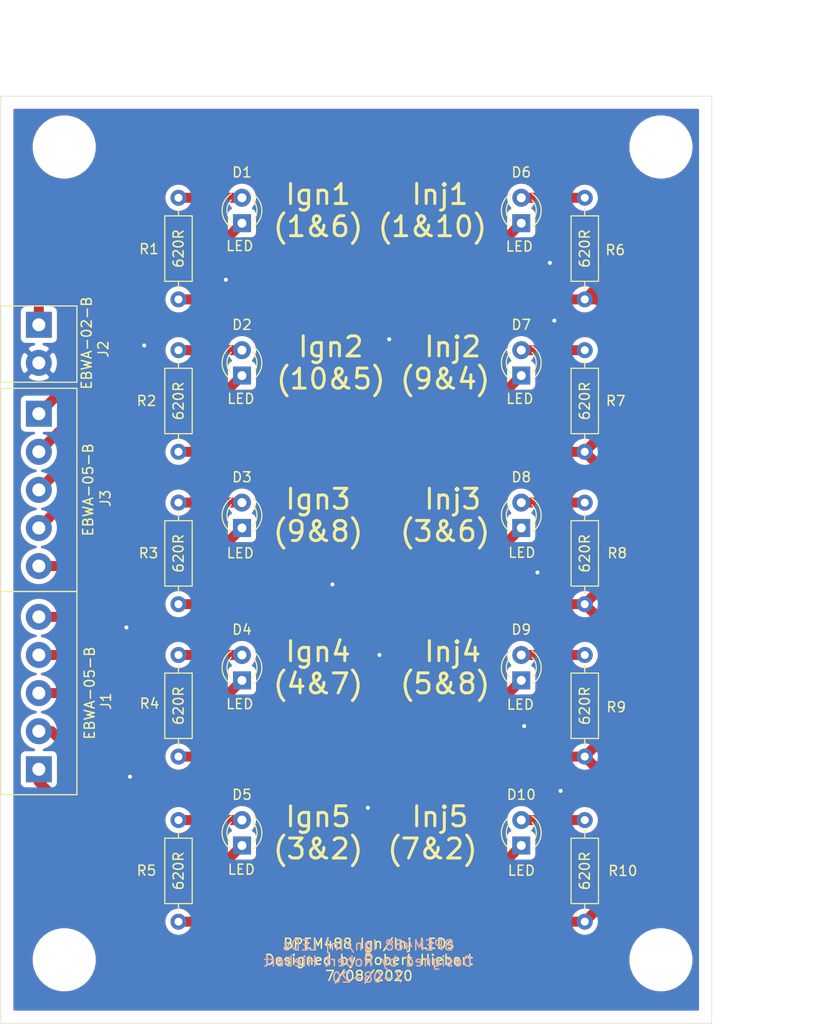
<source format=kicad_pcb>
(kicad_pcb (version 20171130) (host pcbnew "(5.1.6)-1")

  (general
    (thickness 1.6)
    (drawings 19)
    (tracks 94)
    (zones 0)
    (modules 27)
    (nets 23)
  )

  (page A4)
  (layers
    (0 F.Cu signal)
    (31 B.Cu signal)
    (32 B.Adhes user)
    (33 F.Adhes user)
    (34 B.Paste user)
    (35 F.Paste user)
    (36 B.SilkS user)
    (37 F.SilkS user)
    (38 B.Mask user)
    (39 F.Mask user)
    (40 Dwgs.User user)
    (41 Cmts.User user)
    (42 Eco1.User user)
    (43 Eco2.User user)
    (44 Edge.Cuts user)
    (45 Margin user)
    (46 B.CrtYd user)
    (47 F.CrtYd user)
    (48 B.Fab user)
    (49 F.Fab user)
  )

  (setup
    (last_trace_width 0.3)
    (user_trace_width 0.3)
    (user_trace_width 0.5)
    (user_trace_width 1)
    (user_trace_width 1.5)
    (user_trace_width 2)
    (trace_clearance 0.3)
    (zone_clearance 0.508)
    (zone_45_only no)
    (trace_min 0.2)
    (via_size 0.8)
    (via_drill 0.4)
    (via_min_size 0.4)
    (via_min_drill 0.3)
    (uvia_size 0.3)
    (uvia_drill 0.1)
    (uvias_allowed no)
    (uvia_min_size 0.2)
    (uvia_min_drill 0.1)
    (edge_width 0.05)
    (segment_width 0.2)
    (pcb_text_width 0.3)
    (pcb_text_size 1.5 1.5)
    (mod_edge_width 0.12)
    (mod_text_size 1 1)
    (mod_text_width 0.15)
    (pad_size 5.3 5.3)
    (pad_drill 5.3)
    (pad_to_mask_clearance 0.05)
    (aux_axis_origin 0 0)
    (visible_elements 7FFFF7FF)
    (pcbplotparams
      (layerselection 0x010fc_ffffffff)
      (usegerberextensions false)
      (usegerberattributes true)
      (usegerberadvancedattributes true)
      (creategerberjobfile true)
      (excludeedgelayer true)
      (linewidth 0.100000)
      (plotframeref false)
      (viasonmask false)
      (mode 1)
      (useauxorigin false)
      (hpglpennumber 1)
      (hpglpenspeed 20)
      (hpglpendiameter 15.000000)
      (psnegative false)
      (psa4output false)
      (plotreference true)
      (plotvalue true)
      (plotinvisibletext false)
      (padsonsilk false)
      (subtractmaskfromsilk false)
      (outputformat 1)
      (mirror false)
      (drillshape 0)
      (scaleselection 1)
      (outputdirectory ""))
  )

  (net 0 "")
  (net 1 "Net-(D1-Pad2)")
  (net 2 "Net-(D1-Pad1)")
  (net 3 "Net-(D2-Pad2)")
  (net 4 "Net-(D2-Pad1)")
  (net 5 "Net-(D3-Pad1)")
  (net 6 "Net-(D3-Pad2)")
  (net 7 "Net-(D4-Pad2)")
  (net 8 "Net-(D4-Pad1)")
  (net 9 "Net-(D5-Pad1)")
  (net 10 "Net-(D5-Pad2)")
  (net 11 "Net-(D6-Pad2)")
  (net 12 "Net-(D7-Pad2)")
  (net 13 "Net-(D8-Pad2)")
  (net 14 "Net-(D9-Pad2)")
  (net 15 "Net-(D10-Pad2)")
  (net 16 GND)
  (net 17 +12V)
  (net 18 /Inj1)
  (net 19 /Inj2)
  (net 20 /Inj3)
  (net 21 /Inj4)
  (net 22 /Inj5)

  (net_class Default "This is the default net class."
    (clearance 0.3)
    (trace_width 0.3)
    (via_dia 0.8)
    (via_drill 0.4)
    (uvia_dia 0.3)
    (uvia_drill 0.1)
    (add_net +12V)
    (add_net /Inj1)
    (add_net /Inj2)
    (add_net /Inj3)
    (add_net /Inj4)
    (add_net /Inj5)
    (add_net GND)
    (add_net "Net-(D1-Pad1)")
    (add_net "Net-(D1-Pad2)")
    (add_net "Net-(D10-Pad2)")
    (add_net "Net-(D2-Pad1)")
    (add_net "Net-(D2-Pad2)")
    (add_net "Net-(D3-Pad1)")
    (add_net "Net-(D3-Pad2)")
    (add_net "Net-(D4-Pad1)")
    (add_net "Net-(D4-Pad2)")
    (add_net "Net-(D5-Pad1)")
    (add_net "Net-(D5-Pad2)")
    (add_net "Net-(D6-Pad2)")
    (add_net "Net-(D7-Pad2)")
    (add_net "Net-(D8-Pad2)")
    (add_net "Net-(D9-Pad2)")
  )

  (module MountingHole:MountingHole_5.3mm_M5_ISO14580 (layer F.Cu) (tedit 5F136B51) (tstamp 5F069550)
    (at 93.98 1033.78)
    (descr "Mounting Hole 5.3mm, no annular, M5, ISO14580")
    (tags "mounting hole 5.3mm no annular m5 iso14580")
    (attr virtual)
    (fp_text reference REF** (at 0.82 -5.63) (layer F.Fab) hide
      (effects (font (size 1 1) (thickness 0.15)))
    )
    (fp_text value MountingHole_5.3mm_M5_ISO14580 (at 7.26 5.13) (layer F.Fab) hide
      (effects (font (size 1 1) (thickness 0.15)))
    )
    (fp_circle (center 0 0) (end 4.5 0) (layer F.CrtYd) (width 0.05))
    (fp_circle (center 0 0) (end 4.25 0) (layer Cmts.User) (width 0.15))
    (pad "" np_thru_hole circle (at 0 0) (size 5.3 5.3) (drill 5.3) (layers *.Cu))
  )

  (module MountingHole:MountingHole_5.3mm_M5_ISO14580 (layer F.Cu) (tedit 5F136AA7) (tstamp 5F069533)
    (at 93.98 952.5)
    (descr "Mounting Hole 5.3mm, no annular, M5, ISO14580")
    (tags "mounting hole 5.3mm no annular m5 iso14580")
    (fp_text reference REF** (at -0.4 5.63) (layer F.Fab) hide
      (effects (font (size 1 1) (thickness 0.15)))
    )
    (fp_text value MountingHole_5.3mm_M5_ISO14580 (at 16.04 -3.71) (layer F.Fab) hide
      (effects (font (size 1 1) (thickness 0.15)))
    )
    (fp_circle (center 0 0) (end 4.5 0) (layer F.CrtYd) (width 0.05))
    (fp_circle (center 0 0) (end 4.25 0) (layer Cmts.User) (width 0.15))
    (pad "" np_thru_hole circle (at 0 0) (size 5.3 5.3) (drill 5.3) (layers *.Cu))
  )

  (module MountingHole:MountingHole_5.3mm_M5_ISO14580 (layer F.Cu) (tedit 5F136B37) (tstamp 5F069516)
    (at 153.67 1033.78)
    (descr "Mounting Hole 5.3mm, no annular, M5, ISO14580")
    (tags "mounting hole 5.3mm no annular m5 iso14580")
    (attr virtual)
    (fp_text reference REF** (at 0.45 -5.58) (layer F.Fab) hide
      (effects (font (size 1 1) (thickness 0.15)))
    )
    (fp_text value MountingHole_5.3mm_M5_ISO14580 (at -8.78 5.49) (layer F.Fab) hide
      (effects (font (size 1 1) (thickness 0.15)))
    )
    (fp_circle (center 0 0) (end 4.5 0) (layer F.CrtYd) (width 0.05))
    (fp_circle (center 0 0) (end 4.25 0) (layer Cmts.User) (width 0.15))
    (pad "" np_thru_hole circle (at 0 0) (size 5.3 5.3) (drill 5.3) (layers *.Cu))
  )

  (module MountingHole:MountingHole_5.3mm_M5_ISO14580 (layer F.Cu) (tedit 5F136B0C) (tstamp 5F0694F9)
    (at 153.67 952.5)
    (descr "Mounting Hole 5.3mm, no annular, M5, ISO14580")
    (tags "mounting hole 5.3mm no annular m5 iso14580")
    (fp_text reference REF** (at 0.55 5.78) (layer F.Fab) hide
      (effects (font (size 1 1) (thickness 0.15)))
    )
    (fp_text value MountingHole_5.3mm_M5_ISO14580 (at -16.7 -3.66) (layer F.Fab) hide
      (effects (font (size 1 1) (thickness 0.15)))
    )
    (fp_circle (center 0 0) (end 4.5 0) (layer F.CrtYd) (width 0.05))
    (fp_circle (center 0 0) (end 4.25 0) (layer Cmts.User) (width 0.15))
    (pad "" np_thru_hole circle (at 0 0) (size 5.3 5.3) (drill 5.3) (layers *.Cu))
  )

  (module LED_THT:LED_D3.0mm (layer F.Cu) (tedit 587A3A7B) (tstamp 5F0663D7)
    (at 111.76 960.12 90)
    (descr "LED, diameter 3.0mm, 2 pins")
    (tags "LED diameter 3.0mm 2 pins")
    (path /5F021C9A)
    (fp_text reference D1 (at 5.08 0 180) (layer F.SilkS)
      (effects (font (size 1 1) (thickness 0.15)))
    )
    (fp_text value LED (at -2.28 -0.22 180) (layer F.SilkS)
      (effects (font (size 1 1) (thickness 0.15)))
    )
    (fp_circle (center 1.27 0) (end 2.77 0) (layer F.Fab) (width 0.1))
    (fp_line (start -0.23 -1.16619) (end -0.23 1.16619) (layer F.Fab) (width 0.1))
    (fp_line (start -0.29 -1.236) (end -0.29 -1.08) (layer F.SilkS) (width 0.12))
    (fp_line (start -0.29 1.08) (end -0.29 1.236) (layer F.SilkS) (width 0.12))
    (fp_line (start -1.15 -2.25) (end -1.15 2.25) (layer F.CrtYd) (width 0.05))
    (fp_line (start -1.15 2.25) (end 3.7 2.25) (layer F.CrtYd) (width 0.05))
    (fp_line (start 3.7 2.25) (end 3.7 -2.25) (layer F.CrtYd) (width 0.05))
    (fp_line (start 3.7 -2.25) (end -1.15 -2.25) (layer F.CrtYd) (width 0.05))
    (fp_arc (start 1.27 0) (end 0.229039 1.08) (angle -87.9) (layer F.SilkS) (width 0.12))
    (fp_arc (start 1.27 0) (end 0.229039 -1.08) (angle 87.9) (layer F.SilkS) (width 0.12))
    (fp_arc (start 1.27 0) (end -0.29 1.235516) (angle -108.8) (layer F.SilkS) (width 0.12))
    (fp_arc (start 1.27 0) (end -0.29 -1.235516) (angle 108.8) (layer F.SilkS) (width 0.12))
    (fp_arc (start 1.27 0) (end -0.23 -1.16619) (angle 284.3) (layer F.Fab) (width 0.1))
    (pad 2 thru_hole circle (at 2.54 0 90) (size 1.8 1.8) (drill 0.9) (layers *.Cu *.Mask)
      (net 1 "Net-(D1-Pad2)"))
    (pad 1 thru_hole rect (at 0 0 90) (size 1.8 1.8) (drill 0.9) (layers *.Cu *.Mask)
      (net 2 "Net-(D1-Pad1)"))
    (model ${KISYS3DMOD}/LED_THT.3dshapes/LED_D3.0mm.wrl
      (at (xyz 0 0 0))
      (scale (xyz 1 1 1))
      (rotate (xyz 0 0 0))
    )
  )

  (module LED_THT:LED_D3.0mm (layer F.Cu) (tedit 587A3A7B) (tstamp 5F0663EA)
    (at 111.76 975.36 90)
    (descr "LED, diameter 3.0mm, 2 pins")
    (tags "LED diameter 3.0mm 2 pins")
    (path /5F062B4C)
    (fp_text reference D2 (at 5.08 0 180) (layer F.SilkS)
      (effects (font (size 1 1) (thickness 0.15)))
    )
    (fp_text value LED (at -2.32 -0.11 180) (layer F.SilkS)
      (effects (font (size 1 1) (thickness 0.15)))
    )
    (fp_circle (center 1.27 0) (end 2.77 0) (layer F.Fab) (width 0.1))
    (fp_line (start -0.23 -1.16619) (end -0.23 1.16619) (layer F.Fab) (width 0.1))
    (fp_line (start -0.29 -1.236) (end -0.29 -1.08) (layer F.SilkS) (width 0.12))
    (fp_line (start -0.29 1.08) (end -0.29 1.236) (layer F.SilkS) (width 0.12))
    (fp_line (start -1.15 -2.25) (end -1.15 2.25) (layer F.CrtYd) (width 0.05))
    (fp_line (start -1.15 2.25) (end 3.7 2.25) (layer F.CrtYd) (width 0.05))
    (fp_line (start 3.7 2.25) (end 3.7 -2.25) (layer F.CrtYd) (width 0.05))
    (fp_line (start 3.7 -2.25) (end -1.15 -2.25) (layer F.CrtYd) (width 0.05))
    (fp_arc (start 1.27 0) (end 0.229039 1.08) (angle -87.9) (layer F.SilkS) (width 0.12))
    (fp_arc (start 1.27 0) (end 0.229039 -1.08) (angle 87.9) (layer F.SilkS) (width 0.12))
    (fp_arc (start 1.27 0) (end -0.29 1.235516) (angle -108.8) (layer F.SilkS) (width 0.12))
    (fp_arc (start 1.27 0) (end -0.29 -1.235516) (angle 108.8) (layer F.SilkS) (width 0.12))
    (fp_arc (start 1.27 0) (end -0.23 -1.16619) (angle 284.3) (layer F.Fab) (width 0.1))
    (pad 2 thru_hole circle (at 2.54 0 90) (size 1.8 1.8) (drill 0.9) (layers *.Cu *.Mask)
      (net 3 "Net-(D2-Pad2)"))
    (pad 1 thru_hole rect (at 0 0 90) (size 1.8 1.8) (drill 0.9) (layers *.Cu *.Mask)
      (net 4 "Net-(D2-Pad1)"))
    (model ${KISYS3DMOD}/LED_THT.3dshapes/LED_D3.0mm.wrl
      (at (xyz 0 0 0))
      (scale (xyz 1 1 1))
      (rotate (xyz 0 0 0))
    )
  )

  (module LED_THT:LED_D3.0mm (layer F.Cu) (tedit 587A3A7B) (tstamp 5F0663FD)
    (at 111.76 990.6 90)
    (descr "LED, diameter 3.0mm, 2 pins")
    (tags "LED diameter 3.0mm 2 pins")
    (path /5F063174)
    (fp_text reference D3 (at 5.08 0 180) (layer F.SilkS)
      (effects (font (size 1 1) (thickness 0.15)))
    )
    (fp_text value LED (at -2.52 -0.17 180) (layer F.SilkS)
      (effects (font (size 1 1) (thickness 0.15)))
    )
    (fp_line (start 3.7 -2.25) (end -1.15 -2.25) (layer F.CrtYd) (width 0.05))
    (fp_line (start 3.7 2.25) (end 3.7 -2.25) (layer F.CrtYd) (width 0.05))
    (fp_line (start -1.15 2.25) (end 3.7 2.25) (layer F.CrtYd) (width 0.05))
    (fp_line (start -1.15 -2.25) (end -1.15 2.25) (layer F.CrtYd) (width 0.05))
    (fp_line (start -0.29 1.08) (end -0.29 1.236) (layer F.SilkS) (width 0.12))
    (fp_line (start -0.29 -1.236) (end -0.29 -1.08) (layer F.SilkS) (width 0.12))
    (fp_line (start -0.23 -1.16619) (end -0.23 1.16619) (layer F.Fab) (width 0.1))
    (fp_circle (center 1.27 0) (end 2.77 0) (layer F.Fab) (width 0.1))
    (fp_arc (start 1.27 0) (end -0.23 -1.16619) (angle 284.3) (layer F.Fab) (width 0.1))
    (fp_arc (start 1.27 0) (end -0.29 -1.235516) (angle 108.8) (layer F.SilkS) (width 0.12))
    (fp_arc (start 1.27 0) (end -0.29 1.235516) (angle -108.8) (layer F.SilkS) (width 0.12))
    (fp_arc (start 1.27 0) (end 0.229039 -1.08) (angle 87.9) (layer F.SilkS) (width 0.12))
    (fp_arc (start 1.27 0) (end 0.229039 1.08) (angle -87.9) (layer F.SilkS) (width 0.12))
    (pad 1 thru_hole rect (at 0 0 90) (size 1.8 1.8) (drill 0.9) (layers *.Cu *.Mask)
      (net 5 "Net-(D3-Pad1)"))
    (pad 2 thru_hole circle (at 2.54 0 90) (size 1.8 1.8) (drill 0.9) (layers *.Cu *.Mask)
      (net 6 "Net-(D3-Pad2)"))
    (model ${KISYS3DMOD}/LED_THT.3dshapes/LED_D3.0mm.wrl
      (at (xyz 0 0 0))
      (scale (xyz 1 1 1))
      (rotate (xyz 0 0 0))
    )
  )

  (module LED_THT:LED_D3.0mm (layer F.Cu) (tedit 587A3A7B) (tstamp 5F066410)
    (at 111.76 1005.84 90)
    (descr "LED, diameter 3.0mm, 2 pins")
    (tags "LED diameter 3.0mm 2 pins")
    (path /5F06375E)
    (fp_text reference D4 (at 5.08 0 180) (layer F.SilkS)
      (effects (font (size 1 1) (thickness 0.15)))
    )
    (fp_text value LED (at -2.37 -0.22 180) (layer F.SilkS)
      (effects (font (size 1 1) (thickness 0.15)))
    )
    (fp_circle (center 1.27 0) (end 2.77 0) (layer F.Fab) (width 0.1))
    (fp_line (start -0.23 -1.16619) (end -0.23 1.16619) (layer F.Fab) (width 0.1))
    (fp_line (start -0.29 -1.236) (end -0.29 -1.08) (layer F.SilkS) (width 0.12))
    (fp_line (start -0.29 1.08) (end -0.29 1.236) (layer F.SilkS) (width 0.12))
    (fp_line (start -1.15 -2.25) (end -1.15 2.25) (layer F.CrtYd) (width 0.05))
    (fp_line (start -1.15 2.25) (end 3.7 2.25) (layer F.CrtYd) (width 0.05))
    (fp_line (start 3.7 2.25) (end 3.7 -2.25) (layer F.CrtYd) (width 0.05))
    (fp_line (start 3.7 -2.25) (end -1.15 -2.25) (layer F.CrtYd) (width 0.05))
    (fp_arc (start 1.27 0) (end 0.229039 1.08) (angle -87.9) (layer F.SilkS) (width 0.12))
    (fp_arc (start 1.27 0) (end 0.229039 -1.08) (angle 87.9) (layer F.SilkS) (width 0.12))
    (fp_arc (start 1.27 0) (end -0.29 1.235516) (angle -108.8) (layer F.SilkS) (width 0.12))
    (fp_arc (start 1.27 0) (end -0.29 -1.235516) (angle 108.8) (layer F.SilkS) (width 0.12))
    (fp_arc (start 1.27 0) (end -0.23 -1.16619) (angle 284.3) (layer F.Fab) (width 0.1))
    (pad 2 thru_hole circle (at 2.54 0 90) (size 1.8 1.8) (drill 0.9) (layers *.Cu *.Mask)
      (net 7 "Net-(D4-Pad2)"))
    (pad 1 thru_hole rect (at 0 0 90) (size 1.8 1.8) (drill 0.9) (layers *.Cu *.Mask)
      (net 8 "Net-(D4-Pad1)"))
    (model ${KISYS3DMOD}/LED_THT.3dshapes/LED_D3.0mm.wrl
      (at (xyz 0 0 0))
      (scale (xyz 1 1 1))
      (rotate (xyz 0 0 0))
    )
  )

  (module LED_THT:LED_D3.0mm (layer F.Cu) (tedit 587A3A7B) (tstamp 5F066423)
    (at 111.76 1022.35 90)
    (descr "LED, diameter 3.0mm, 2 pins")
    (tags "LED diameter 3.0mm 2 pins")
    (path /5F063D55)
    (fp_text reference D5 (at 5.08 0 180) (layer F.SilkS)
      (effects (font (size 1 1) (thickness 0.15)))
    )
    (fp_text value LED (at -2.41 -0.06 180) (layer F.SilkS)
      (effects (font (size 1 1) (thickness 0.15)))
    )
    (fp_line (start 3.7 -2.25) (end -1.15 -2.25) (layer F.CrtYd) (width 0.05))
    (fp_line (start 3.7 2.25) (end 3.7 -2.25) (layer F.CrtYd) (width 0.05))
    (fp_line (start -1.15 2.25) (end 3.7 2.25) (layer F.CrtYd) (width 0.05))
    (fp_line (start -1.15 -2.25) (end -1.15 2.25) (layer F.CrtYd) (width 0.05))
    (fp_line (start -0.29 1.08) (end -0.29 1.236) (layer F.SilkS) (width 0.12))
    (fp_line (start -0.29 -1.236) (end -0.29 -1.08) (layer F.SilkS) (width 0.12))
    (fp_line (start -0.23 -1.16619) (end -0.23 1.16619) (layer F.Fab) (width 0.1))
    (fp_circle (center 1.27 0) (end 2.77 0) (layer F.Fab) (width 0.1))
    (fp_arc (start 1.27 0) (end -0.23 -1.16619) (angle 284.3) (layer F.Fab) (width 0.1))
    (fp_arc (start 1.27 0) (end -0.29 -1.235516) (angle 108.8) (layer F.SilkS) (width 0.12))
    (fp_arc (start 1.27 0) (end -0.29 1.235516) (angle -108.8) (layer F.SilkS) (width 0.12))
    (fp_arc (start 1.27 0) (end 0.229039 -1.08) (angle 87.9) (layer F.SilkS) (width 0.12))
    (fp_arc (start 1.27 0) (end 0.229039 1.08) (angle -87.9) (layer F.SilkS) (width 0.12))
    (pad 1 thru_hole rect (at 0 0 90) (size 1.8 1.8) (drill 0.9) (layers *.Cu *.Mask)
      (net 9 "Net-(D5-Pad1)"))
    (pad 2 thru_hole circle (at 2.54 0 90) (size 1.8 1.8) (drill 0.9) (layers *.Cu *.Mask)
      (net 10 "Net-(D5-Pad2)"))
    (model ${KISYS3DMOD}/LED_THT.3dshapes/LED_D3.0mm.wrl
      (at (xyz 0 0 0))
      (scale (xyz 1 1 1))
      (rotate (xyz 0 0 0))
    )
  )

  (module LED_THT:LED_D3.0mm (layer F.Cu) (tedit 587A3A7B) (tstamp 5F067FDD)
    (at 139.7 960.12 90)
    (descr "LED, diameter 3.0mm, 2 pins")
    (tags "LED diameter 3.0mm 2 pins")
    (path /5F048B35)
    (fp_text reference D6 (at 5.08 0 180) (layer F.SilkS)
      (effects (font (size 1 1) (thickness 0.15)))
    )
    (fp_text value LED (at -2.33 -0.19 180) (layer F.SilkS)
      (effects (font (size 1 1) (thickness 0.15)))
    )
    (fp_line (start 3.7 -2.25) (end -1.15 -2.25) (layer F.CrtYd) (width 0.05))
    (fp_line (start 3.7 2.25) (end 3.7 -2.25) (layer F.CrtYd) (width 0.05))
    (fp_line (start -1.15 2.25) (end 3.7 2.25) (layer F.CrtYd) (width 0.05))
    (fp_line (start -1.15 -2.25) (end -1.15 2.25) (layer F.CrtYd) (width 0.05))
    (fp_line (start -0.29 1.08) (end -0.29 1.236) (layer F.SilkS) (width 0.12))
    (fp_line (start -0.29 -1.236) (end -0.29 -1.08) (layer F.SilkS) (width 0.12))
    (fp_line (start -0.23 -1.16619) (end -0.23 1.16619) (layer F.Fab) (width 0.1))
    (fp_circle (center 1.27 0) (end 2.77 0) (layer F.Fab) (width 0.1))
    (fp_arc (start 1.27 0) (end -0.23 -1.16619) (angle 284.3) (layer F.Fab) (width 0.1))
    (fp_arc (start 1.27 0) (end -0.29 -1.235516) (angle 108.8) (layer F.SilkS) (width 0.12))
    (fp_arc (start 1.27 0) (end -0.29 1.235516) (angle -108.8) (layer F.SilkS) (width 0.12))
    (fp_arc (start 1.27 0) (end 0.229039 -1.08) (angle 87.9) (layer F.SilkS) (width 0.12))
    (fp_arc (start 1.27 0) (end 0.229039 1.08) (angle -87.9) (layer F.SilkS) (width 0.12))
    (pad 1 thru_hole rect (at 0 0 90) (size 1.8 1.8) (drill 0.9) (layers *.Cu *.Mask)
      (net 18 /Inj1))
    (pad 2 thru_hole circle (at 2.54 0 90) (size 1.8 1.8) (drill 0.9) (layers *.Cu *.Mask)
      (net 11 "Net-(D6-Pad2)"))
    (model ${KISYS3DMOD}/LED_THT.3dshapes/LED_D3.0mm.wrl
      (at (xyz 0 0 0))
      (scale (xyz 1 1 1))
      (rotate (xyz 0 0 0))
    )
  )

  (module LED_THT:LED_D3.0mm (layer F.Cu) (tedit 587A3A7B) (tstamp 5F067FA7)
    (at 139.7 975.36 90)
    (descr "LED, diameter 3.0mm, 2 pins")
    (tags "LED diameter 3.0mm 2 pins")
    (path /5F064BC8)
    (fp_text reference D7 (at 5.08 0 180) (layer F.SilkS)
      (effects (font (size 1 1) (thickness 0.15)))
    )
    (fp_text value LED (at -2.32 -0.14 180) (layer F.SilkS)
      (effects (font (size 1 1) (thickness 0.15)))
    )
    (fp_circle (center 1.27 0) (end 2.77 0) (layer F.Fab) (width 0.1))
    (fp_line (start -0.23 -1.16619) (end -0.23 1.16619) (layer F.Fab) (width 0.1))
    (fp_line (start -0.29 -1.236) (end -0.29 -1.08) (layer F.SilkS) (width 0.12))
    (fp_line (start -0.29 1.08) (end -0.29 1.236) (layer F.SilkS) (width 0.12))
    (fp_line (start -1.15 -2.25) (end -1.15 2.25) (layer F.CrtYd) (width 0.05))
    (fp_line (start -1.15 2.25) (end 3.7 2.25) (layer F.CrtYd) (width 0.05))
    (fp_line (start 3.7 2.25) (end 3.7 -2.25) (layer F.CrtYd) (width 0.05))
    (fp_line (start 3.7 -2.25) (end -1.15 -2.25) (layer F.CrtYd) (width 0.05))
    (fp_arc (start 1.27 0) (end 0.229039 1.08) (angle -87.9) (layer F.SilkS) (width 0.12))
    (fp_arc (start 1.27 0) (end 0.229039 -1.08) (angle 87.9) (layer F.SilkS) (width 0.12))
    (fp_arc (start 1.27 0) (end -0.29 1.235516) (angle -108.8) (layer F.SilkS) (width 0.12))
    (fp_arc (start 1.27 0) (end -0.29 -1.235516) (angle 108.8) (layer F.SilkS) (width 0.12))
    (fp_arc (start 1.27 0) (end -0.23 -1.16619) (angle 284.3) (layer F.Fab) (width 0.1))
    (pad 2 thru_hole circle (at 2.54 0 90) (size 1.8 1.8) (drill 0.9) (layers *.Cu *.Mask)
      (net 12 "Net-(D7-Pad2)"))
    (pad 1 thru_hole rect (at 0 0 90) (size 1.8 1.8) (drill 0.9) (layers *.Cu *.Mask)
      (net 19 /Inj2))
    (model ${KISYS3DMOD}/LED_THT.3dshapes/LED_D3.0mm.wrl
      (at (xyz 0 0 0))
      (scale (xyz 1 1 1))
      (rotate (xyz 0 0 0))
    )
  )

  (module LED_THT:LED_D3.0mm (layer F.Cu) (tedit 587A3A7B) (tstamp 5F067F71)
    (at 139.7 990.6 90)
    (descr "LED, diameter 3.0mm, 2 pins")
    (tags "LED diameter 3.0mm 2 pins")
    (path /5F0651DC)
    (fp_text reference D8 (at 5.08 0 180) (layer F.SilkS)
      (effects (font (size 1 1) (thickness 0.15)))
    )
    (fp_text value LED (at -2.47 0.06 180) (layer F.SilkS)
      (effects (font (size 1 1) (thickness 0.15)))
    )
    (fp_line (start 3.7 -2.25) (end -1.15 -2.25) (layer F.CrtYd) (width 0.05))
    (fp_line (start 3.7 2.25) (end 3.7 -2.25) (layer F.CrtYd) (width 0.05))
    (fp_line (start -1.15 2.25) (end 3.7 2.25) (layer F.CrtYd) (width 0.05))
    (fp_line (start -1.15 -2.25) (end -1.15 2.25) (layer F.CrtYd) (width 0.05))
    (fp_line (start -0.29 1.08) (end -0.29 1.236) (layer F.SilkS) (width 0.12))
    (fp_line (start -0.29 -1.236) (end -0.29 -1.08) (layer F.SilkS) (width 0.12))
    (fp_line (start -0.23 -1.16619) (end -0.23 1.16619) (layer F.Fab) (width 0.1))
    (fp_circle (center 1.27 0) (end 2.77 0) (layer F.Fab) (width 0.1))
    (fp_arc (start 1.27 0) (end -0.23 -1.16619) (angle 284.3) (layer F.Fab) (width 0.1))
    (fp_arc (start 1.27 0) (end -0.29 -1.235516) (angle 108.8) (layer F.SilkS) (width 0.12))
    (fp_arc (start 1.27 0) (end -0.29 1.235516) (angle -108.8) (layer F.SilkS) (width 0.12))
    (fp_arc (start 1.27 0) (end 0.229039 -1.08) (angle 87.9) (layer F.SilkS) (width 0.12))
    (fp_arc (start 1.27 0) (end 0.229039 1.08) (angle -87.9) (layer F.SilkS) (width 0.12))
    (pad 1 thru_hole rect (at 0 0 90) (size 1.8 1.8) (drill 0.9) (layers *.Cu *.Mask)
      (net 20 /Inj3))
    (pad 2 thru_hole circle (at 2.54 0 90) (size 1.8 1.8) (drill 0.9) (layers *.Cu *.Mask)
      (net 13 "Net-(D8-Pad2)"))
    (model ${KISYS3DMOD}/LED_THT.3dshapes/LED_D3.0mm.wrl
      (at (xyz 0 0 0))
      (scale (xyz 1 1 1))
      (rotate (xyz 0 0 0))
    )
  )

  (module LED_THT:LED_D3.0mm (layer F.Cu) (tedit 587A3A7B) (tstamp 5F068013)
    (at 139.7 1005.84 90)
    (descr "LED, diameter 3.0mm, 2 pins")
    (tags "LED diameter 3.0mm 2 pins")
    (path /5F0655AC)
    (fp_text reference D9 (at 5.08 0 180) (layer F.SilkS)
      (effects (font (size 1 1) (thickness 0.15)))
    )
    (fp_text value LED (at -2.42 -0.09 180) (layer F.SilkS)
      (effects (font (size 1 1) (thickness 0.15)))
    )
    (fp_circle (center 1.27 0) (end 2.77 0) (layer F.Fab) (width 0.1))
    (fp_line (start -0.23 -1.16619) (end -0.23 1.16619) (layer F.Fab) (width 0.1))
    (fp_line (start -0.29 -1.236) (end -0.29 -1.08) (layer F.SilkS) (width 0.12))
    (fp_line (start -0.29 1.08) (end -0.29 1.236) (layer F.SilkS) (width 0.12))
    (fp_line (start -1.15 -2.25) (end -1.15 2.25) (layer F.CrtYd) (width 0.05))
    (fp_line (start -1.15 2.25) (end 3.7 2.25) (layer F.CrtYd) (width 0.05))
    (fp_line (start 3.7 2.25) (end 3.7 -2.25) (layer F.CrtYd) (width 0.05))
    (fp_line (start 3.7 -2.25) (end -1.15 -2.25) (layer F.CrtYd) (width 0.05))
    (fp_arc (start 1.27 0) (end 0.229039 1.08) (angle -87.9) (layer F.SilkS) (width 0.12))
    (fp_arc (start 1.27 0) (end 0.229039 -1.08) (angle 87.9) (layer F.SilkS) (width 0.12))
    (fp_arc (start 1.27 0) (end -0.29 1.235516) (angle -108.8) (layer F.SilkS) (width 0.12))
    (fp_arc (start 1.27 0) (end -0.29 -1.235516) (angle 108.8) (layer F.SilkS) (width 0.12))
    (fp_arc (start 1.27 0) (end -0.23 -1.16619) (angle 284.3) (layer F.Fab) (width 0.1))
    (pad 2 thru_hole circle (at 2.54 0 90) (size 1.8 1.8) (drill 0.9) (layers *.Cu *.Mask)
      (net 14 "Net-(D9-Pad2)"))
    (pad 1 thru_hole rect (at 0 0 90) (size 1.8 1.8) (drill 0.9) (layers *.Cu *.Mask)
      (net 21 /Inj4))
    (model ${KISYS3DMOD}/LED_THT.3dshapes/LED_D3.0mm.wrl
      (at (xyz 0 0 0))
      (scale (xyz 1 1 1))
      (rotate (xyz 0 0 0))
    )
  )

  (module LED_THT:LED_D3.0mm (layer F.Cu) (tedit 587A3A7B) (tstamp 5F067F3B)
    (at 139.7 1022.35 90)
    (descr "LED, diameter 3.0mm, 2 pins")
    (tags "LED diameter 3.0mm 2 pins")
    (path /5F065A97)
    (fp_text reference D10 (at 5.08 0 180) (layer F.SilkS)
      (effects (font (size 1 1) (thickness 0.15)))
    )
    (fp_text value LED (at -2.51 0.01 180) (layer F.SilkS)
      (effects (font (size 1 1) (thickness 0.15)))
    )
    (fp_line (start 3.7 -2.25) (end -1.15 -2.25) (layer F.CrtYd) (width 0.05))
    (fp_line (start 3.7 2.25) (end 3.7 -2.25) (layer F.CrtYd) (width 0.05))
    (fp_line (start -1.15 2.25) (end 3.7 2.25) (layer F.CrtYd) (width 0.05))
    (fp_line (start -1.15 -2.25) (end -1.15 2.25) (layer F.CrtYd) (width 0.05))
    (fp_line (start -0.29 1.08) (end -0.29 1.236) (layer F.SilkS) (width 0.12))
    (fp_line (start -0.29 -1.236) (end -0.29 -1.08) (layer F.SilkS) (width 0.12))
    (fp_line (start -0.23 -1.16619) (end -0.23 1.16619) (layer F.Fab) (width 0.1))
    (fp_circle (center 1.27 0) (end 2.77 0) (layer F.Fab) (width 0.1))
    (fp_arc (start 1.27 0) (end -0.23 -1.16619) (angle 284.3) (layer F.Fab) (width 0.1))
    (fp_arc (start 1.27 0) (end -0.29 -1.235516) (angle 108.8) (layer F.SilkS) (width 0.12))
    (fp_arc (start 1.27 0) (end -0.29 1.235516) (angle -108.8) (layer F.SilkS) (width 0.12))
    (fp_arc (start 1.27 0) (end 0.229039 -1.08) (angle 87.9) (layer F.SilkS) (width 0.12))
    (fp_arc (start 1.27 0) (end 0.229039 1.08) (angle -87.9) (layer F.SilkS) (width 0.12))
    (pad 1 thru_hole rect (at 0 0 90) (size 1.8 1.8) (drill 0.9) (layers *.Cu *.Mask)
      (net 22 /Inj5))
    (pad 2 thru_hole circle (at 2.54 0 90) (size 1.8 1.8) (drill 0.9) (layers *.Cu *.Mask)
      (net 15 "Net-(D10-Pad2)"))
    (model ${KISYS3DMOD}/LED_THT.3dshapes/LED_D3.0mm.wrl
      (at (xyz 0 0 0))
      (scale (xyz 1 1 1))
      (rotate (xyz 0 0 0))
    )
  )

  (module "Ign-Inj LEDs:EBWA-05-B" (layer F.Cu) (tedit 5F054496) (tstamp 5F066493)
    (at 91.44 1007.11 90)
    (path /5F04E3BA)
    (fp_text reference J1 (at -0.82 6.71 270) (layer F.SilkS)
      (effects (font (size 1 1) (thickness 0.15)))
    )
    (fp_text value EBWA-05-B (at 0 5.08 90) (layer F.SilkS)
      (effects (font (size 1 1) (thickness 0.15)))
    )
    (fp_line (start -10.16 3.81) (end -6.35 3.81) (layer F.SilkS) (width 0.12))
    (fp_line (start -10.16 -3.81) (end -10.16 3.81) (layer F.SilkS) (width 0.12))
    (fp_line (start -6.35 -3.81) (end -10.16 -3.81) (layer F.SilkS) (width 0.12))
    (fp_line (start 10.16 3.81) (end 6.35 3.81) (layer F.SilkS) (width 0.12))
    (fp_line (start 10.16 -3.81) (end 10.16 3.81) (layer F.SilkS) (width 0.12))
    (fp_line (start 6.35 -3.81) (end 10.16 -3.81) (layer F.SilkS) (width 0.12))
    (fp_line (start 6.35 3.81) (end -6.35 3.81) (layer F.SilkS) (width 0.12))
    (fp_line (start -6.35 -3.81) (end 6.35 -3.81) (layer F.SilkS) (width 0.12))
    (pad 3 thru_hole circle (at 0 0 90) (size 2.6 2.6) (drill 1.3) (layers *.Cu *.Mask)
      (net 21 /Inj4))
    (pad 2 thru_hole circle (at -3.81 0 90) (size 2.6 2.6) (drill 1.3) (layers *.Cu *.Mask)
      (net 9 "Net-(D5-Pad1)"))
    (pad 4 thru_hole circle (at 3.81 0 90) (size 2.6 2.6) (drill 1.3) (layers *.Cu *.Mask)
      (net 8 "Net-(D4-Pad1)"))
    (pad 5 thru_hole circle (at 7.62 0 90) (size 2.6 2.6) (drill 1.3) (layers *.Cu *.Mask)
      (net 20 /Inj3))
    (pad 1 thru_hole rect (at -7.62 0 90) (size 2.6 2.6) (drill 1.3) (layers *.Cu *.Mask)
      (net 22 /Inj5))
  )

  (module "Ign-Inj LEDs:EBWA-02-B" (layer F.Cu) (tedit 5F0544BA) (tstamp 5F06649D)
    (at 91.44 972.185 270)
    (path /5F0221B7)
    (fp_text reference J2 (at 0.535 -6.45 270) (layer F.SilkS)
      (effects (font (size 1 1) (thickness 0.15)))
    )
    (fp_text value EBWA-02-B (at -0.075 -4.78 90) (layer F.SilkS)
      (effects (font (size 1 1) (thickness 0.15)))
    )
    (fp_line (start -3.7846 3.81) (end -3.7846 -3.81) (layer F.SilkS) (width 0.12))
    (fp_line (start 3.8354 3.81) (end -3.7846 3.81) (layer F.SilkS) (width 0.12))
    (fp_line (start 3.8354 -3.81) (end 3.8354 3.81) (layer F.SilkS) (width 0.12))
    (fp_line (start -3.7846 -3.81) (end 3.8354 -3.81) (layer F.SilkS) (width 0.12))
    (pad 2 thru_hole circle (at 1.905 0 270) (size 2.6 2.6) (drill 1.3) (layers *.Cu *.Mask)
      (net 16 GND))
    (pad 1 thru_hole rect (at -1.905 0 270) (size 2.6 2.6) (drill 1.3) (layers *.Cu *.Mask)
      (net 17 +12V))
  )

  (module "Ign-Inj LEDs:EBWA-05-B" (layer F.Cu) (tedit 5F054496) (tstamp 5F0664AE)
    (at 91.44 986.79 270)
    (path /5F0228E6)
    (fp_text reference J3 (at 0.85 -6.66 270) (layer F.SilkS)
      (effects (font (size 1 1) (thickness 0.15)))
    )
    (fp_text value EBWA-05-B (at -0.01 -4.93 90) (layer F.SilkS)
      (effects (font (size 1 1) (thickness 0.15)))
    )
    (fp_line (start -6.35 -3.81) (end 6.35 -3.81) (layer F.SilkS) (width 0.12))
    (fp_line (start 6.35 3.81) (end -6.35 3.81) (layer F.SilkS) (width 0.12))
    (fp_line (start 6.35 -3.81) (end 10.16 -3.81) (layer F.SilkS) (width 0.12))
    (fp_line (start 10.16 -3.81) (end 10.16 3.81) (layer F.SilkS) (width 0.12))
    (fp_line (start 10.16 3.81) (end 6.35 3.81) (layer F.SilkS) (width 0.12))
    (fp_line (start -6.35 -3.81) (end -10.16 -3.81) (layer F.SilkS) (width 0.12))
    (fp_line (start -10.16 -3.81) (end -10.16 3.81) (layer F.SilkS) (width 0.12))
    (fp_line (start -10.16 3.81) (end -6.35 3.81) (layer F.SilkS) (width 0.12))
    (pad 1 thru_hole rect (at -7.62 0 270) (size 2.6 2.6) (drill 1.3) (layers *.Cu *.Mask)
      (net 2 "Net-(D1-Pad1)"))
    (pad 5 thru_hole circle (at 7.62 0 270) (size 2.6 2.6) (drill 1.3) (layers *.Cu *.Mask)
      (net 5 "Net-(D3-Pad1)"))
    (pad 4 thru_hole circle (at 3.81 0 270) (size 2.6 2.6) (drill 1.3) (layers *.Cu *.Mask)
      (net 19 /Inj2))
    (pad 2 thru_hole circle (at -3.81 0 270) (size 2.6 2.6) (drill 1.3) (layers *.Cu *.Mask)
      (net 18 /Inj1))
    (pad 3 thru_hole circle (at 0 0 270) (size 2.6 2.6) (drill 1.3) (layers *.Cu *.Mask)
      (net 4 "Net-(D2-Pad1)"))
  )

  (module Resistor_THT:R_Axial_DIN0207_L6.3mm_D2.5mm_P10.16mm_Horizontal (layer F.Cu) (tedit 5AE5139B) (tstamp 5F0664C5)
    (at 105.41 967.74 90)
    (descr "Resistor, Axial_DIN0207 series, Axial, Horizontal, pin pitch=10.16mm, 0.25W = 1/4W, length*diameter=6.3*2.5mm^2, http://cdn-reichelt.de/documents/datenblatt/B400/1_4W%23YAG.pdf")
    (tags "Resistor Axial_DIN0207 series Axial Horizontal pin pitch 10.16mm 0.25W = 1/4W length 6.3mm diameter 2.5mm")
    (path /5F0213ED)
    (fp_text reference R1 (at 5.03 -2.95 180) (layer F.SilkS)
      (effects (font (size 1 1) (thickness 0.15)))
    )
    (fp_text value 620R (at 5.08 0 90) (layer F.SilkS)
      (effects (font (size 1 1) (thickness 0.15)))
    )
    (fp_line (start 11.21 -1.5) (end -1.05 -1.5) (layer F.CrtYd) (width 0.05))
    (fp_line (start 11.21 1.5) (end 11.21 -1.5) (layer F.CrtYd) (width 0.05))
    (fp_line (start -1.05 1.5) (end 11.21 1.5) (layer F.CrtYd) (width 0.05))
    (fp_line (start -1.05 -1.5) (end -1.05 1.5) (layer F.CrtYd) (width 0.05))
    (fp_line (start 9.12 0) (end 8.35 0) (layer F.SilkS) (width 0.12))
    (fp_line (start 1.04 0) (end 1.81 0) (layer F.SilkS) (width 0.12))
    (fp_line (start 8.35 -1.37) (end 1.81 -1.37) (layer F.SilkS) (width 0.12))
    (fp_line (start 8.35 1.37) (end 8.35 -1.37) (layer F.SilkS) (width 0.12))
    (fp_line (start 1.81 1.37) (end 8.35 1.37) (layer F.SilkS) (width 0.12))
    (fp_line (start 1.81 -1.37) (end 1.81 1.37) (layer F.SilkS) (width 0.12))
    (fp_line (start 10.16 0) (end 8.23 0) (layer F.Fab) (width 0.1))
    (fp_line (start 0 0) (end 1.93 0) (layer F.Fab) (width 0.1))
    (fp_line (start 8.23 -1.25) (end 1.93 -1.25) (layer F.Fab) (width 0.1))
    (fp_line (start 8.23 1.25) (end 8.23 -1.25) (layer F.Fab) (width 0.1))
    (fp_line (start 1.93 1.25) (end 8.23 1.25) (layer F.Fab) (width 0.1))
    (fp_line (start 1.93 -1.25) (end 1.93 1.25) (layer F.Fab) (width 0.1))
    (pad 1 thru_hole circle (at 0 0 90) (size 1.6 1.6) (drill 0.8) (layers *.Cu *.Mask)
      (net 17 +12V))
    (pad 2 thru_hole oval (at 10.16 0 90) (size 1.6 1.6) (drill 0.8) (layers *.Cu *.Mask)
      (net 1 "Net-(D1-Pad2)"))
    (model ${KISYS3DMOD}/Resistor_THT.3dshapes/R_Axial_DIN0207_L6.3mm_D2.5mm_P10.16mm_Horizontal.wrl
      (at (xyz 0 0 0))
      (scale (xyz 1 1 1))
      (rotate (xyz 0 0 0))
    )
  )

  (module Resistor_THT:R_Axial_DIN0207_L6.3mm_D2.5mm_P10.16mm_Horizontal (layer F.Cu) (tedit 5AE5139B) (tstamp 5F0664DC)
    (at 105.41 982.98 90)
    (descr "Resistor, Axial_DIN0207 series, Axial, Horizontal, pin pitch=10.16mm, 0.25W = 1/4W, length*diameter=6.3*2.5mm^2, http://cdn-reichelt.de/documents/datenblatt/B400/1_4W%23YAG.pdf")
    (tags "Resistor Axial_DIN0207 series Axial Horizontal pin pitch 10.16mm 0.25W = 1/4W length 6.3mm diameter 2.5mm")
    (path /5F060694)
    (fp_text reference R2 (at 5.09 -3.2 180) (layer F.SilkS)
      (effects (font (size 1 1) (thickness 0.15)))
    )
    (fp_text value 620R (at 5.08 0 90) (layer F.SilkS)
      (effects (font (size 1 1) (thickness 0.15)))
    )
    (fp_line (start 1.93 -1.25) (end 1.93 1.25) (layer F.Fab) (width 0.1))
    (fp_line (start 1.93 1.25) (end 8.23 1.25) (layer F.Fab) (width 0.1))
    (fp_line (start 8.23 1.25) (end 8.23 -1.25) (layer F.Fab) (width 0.1))
    (fp_line (start 8.23 -1.25) (end 1.93 -1.25) (layer F.Fab) (width 0.1))
    (fp_line (start 0 0) (end 1.93 0) (layer F.Fab) (width 0.1))
    (fp_line (start 10.16 0) (end 8.23 0) (layer F.Fab) (width 0.1))
    (fp_line (start 1.81 -1.37) (end 1.81 1.37) (layer F.SilkS) (width 0.12))
    (fp_line (start 1.81 1.37) (end 8.35 1.37) (layer F.SilkS) (width 0.12))
    (fp_line (start 8.35 1.37) (end 8.35 -1.37) (layer F.SilkS) (width 0.12))
    (fp_line (start 8.35 -1.37) (end 1.81 -1.37) (layer F.SilkS) (width 0.12))
    (fp_line (start 1.04 0) (end 1.81 0) (layer F.SilkS) (width 0.12))
    (fp_line (start 9.12 0) (end 8.35 0) (layer F.SilkS) (width 0.12))
    (fp_line (start -1.05 -1.5) (end -1.05 1.5) (layer F.CrtYd) (width 0.05))
    (fp_line (start -1.05 1.5) (end 11.21 1.5) (layer F.CrtYd) (width 0.05))
    (fp_line (start 11.21 1.5) (end 11.21 -1.5) (layer F.CrtYd) (width 0.05))
    (fp_line (start 11.21 -1.5) (end -1.05 -1.5) (layer F.CrtYd) (width 0.05))
    (pad 2 thru_hole oval (at 10.16 0 90) (size 1.6 1.6) (drill 0.8) (layers *.Cu *.Mask)
      (net 3 "Net-(D2-Pad2)"))
    (pad 1 thru_hole circle (at 0 0 90) (size 1.6 1.6) (drill 0.8) (layers *.Cu *.Mask)
      (net 17 +12V))
    (model ${KISYS3DMOD}/Resistor_THT.3dshapes/R_Axial_DIN0207_L6.3mm_D2.5mm_P10.16mm_Horizontal.wrl
      (at (xyz 0 0 0))
      (scale (xyz 1 1 1))
      (rotate (xyz 0 0 0))
    )
  )

  (module Resistor_THT:R_Axial_DIN0207_L6.3mm_D2.5mm_P10.16mm_Horizontal (layer F.Cu) (tedit 5AE5139B) (tstamp 5F0664F3)
    (at 105.41 998.22 90)
    (descr "Resistor, Axial_DIN0207 series, Axial, Horizontal, pin pitch=10.16mm, 0.25W = 1/4W, length*diameter=6.3*2.5mm^2, http://cdn-reichelt.de/documents/datenblatt/B400/1_4W%23YAG.pdf")
    (tags "Resistor Axial_DIN0207 series Axial Horizontal pin pitch 10.16mm 0.25W = 1/4W length 6.3mm diameter 2.5mm")
    (path /5F060AA1)
    (fp_text reference R3 (at 5.1 -3 180) (layer F.SilkS)
      (effects (font (size 1 1) (thickness 0.15)))
    )
    (fp_text value 620R (at 5.08 0 90) (layer F.SilkS)
      (effects (font (size 1 1) (thickness 0.15)))
    )
    (fp_line (start 11.21 -1.5) (end -1.05 -1.5) (layer F.CrtYd) (width 0.05))
    (fp_line (start 11.21 1.5) (end 11.21 -1.5) (layer F.CrtYd) (width 0.05))
    (fp_line (start -1.05 1.5) (end 11.21 1.5) (layer F.CrtYd) (width 0.05))
    (fp_line (start -1.05 -1.5) (end -1.05 1.5) (layer F.CrtYd) (width 0.05))
    (fp_line (start 9.12 0) (end 8.35 0) (layer F.SilkS) (width 0.12))
    (fp_line (start 1.04 0) (end 1.81 0) (layer F.SilkS) (width 0.12))
    (fp_line (start 8.35 -1.37) (end 1.81 -1.37) (layer F.SilkS) (width 0.12))
    (fp_line (start 8.35 1.37) (end 8.35 -1.37) (layer F.SilkS) (width 0.12))
    (fp_line (start 1.81 1.37) (end 8.35 1.37) (layer F.SilkS) (width 0.12))
    (fp_line (start 1.81 -1.37) (end 1.81 1.37) (layer F.SilkS) (width 0.12))
    (fp_line (start 10.16 0) (end 8.23 0) (layer F.Fab) (width 0.1))
    (fp_line (start 0 0) (end 1.93 0) (layer F.Fab) (width 0.1))
    (fp_line (start 8.23 -1.25) (end 1.93 -1.25) (layer F.Fab) (width 0.1))
    (fp_line (start 8.23 1.25) (end 8.23 -1.25) (layer F.Fab) (width 0.1))
    (fp_line (start 1.93 1.25) (end 8.23 1.25) (layer F.Fab) (width 0.1))
    (fp_line (start 1.93 -1.25) (end 1.93 1.25) (layer F.Fab) (width 0.1))
    (pad 1 thru_hole circle (at 0 0 90) (size 1.6 1.6) (drill 0.8) (layers *.Cu *.Mask)
      (net 17 +12V))
    (pad 2 thru_hole oval (at 10.16 0 90) (size 1.6 1.6) (drill 0.8) (layers *.Cu *.Mask)
      (net 6 "Net-(D3-Pad2)"))
    (model ${KISYS3DMOD}/Resistor_THT.3dshapes/R_Axial_DIN0207_L6.3mm_D2.5mm_P10.16mm_Horizontal.wrl
      (at (xyz 0 0 0))
      (scale (xyz 1 1 1))
      (rotate (xyz 0 0 0))
    )
  )

  (module Resistor_THT:R_Axial_DIN0207_L6.3mm_D2.5mm_P10.16mm_Horizontal (layer F.Cu) (tedit 5AE5139B) (tstamp 5F06650A)
    (at 105.41 1013.46 90)
    (descr "Resistor, Axial_DIN0207 series, Axial, Horizontal, pin pitch=10.16mm, 0.25W = 1/4W, length*diameter=6.3*2.5mm^2, http://cdn-reichelt.de/documents/datenblatt/B400/1_4W%23YAG.pdf")
    (tags "Resistor Axial_DIN0207 series Axial Horizontal pin pitch 10.16mm 0.25W = 1/4W length 6.3mm diameter 2.5mm")
    (path /5F060EFB)
    (fp_text reference R4 (at 5.3 -2.9 180) (layer F.SilkS)
      (effects (font (size 1 1) (thickness 0.15)))
    )
    (fp_text value 620R (at 5.08 0 90) (layer F.SilkS)
      (effects (font (size 1 1) (thickness 0.15)))
    )
    (fp_line (start 1.93 -1.25) (end 1.93 1.25) (layer F.Fab) (width 0.1))
    (fp_line (start 1.93 1.25) (end 8.23 1.25) (layer F.Fab) (width 0.1))
    (fp_line (start 8.23 1.25) (end 8.23 -1.25) (layer F.Fab) (width 0.1))
    (fp_line (start 8.23 -1.25) (end 1.93 -1.25) (layer F.Fab) (width 0.1))
    (fp_line (start 0 0) (end 1.93 0) (layer F.Fab) (width 0.1))
    (fp_line (start 10.16 0) (end 8.23 0) (layer F.Fab) (width 0.1))
    (fp_line (start 1.81 -1.37) (end 1.81 1.37) (layer F.SilkS) (width 0.12))
    (fp_line (start 1.81 1.37) (end 8.35 1.37) (layer F.SilkS) (width 0.12))
    (fp_line (start 8.35 1.37) (end 8.35 -1.37) (layer F.SilkS) (width 0.12))
    (fp_line (start 8.35 -1.37) (end 1.81 -1.37) (layer F.SilkS) (width 0.12))
    (fp_line (start 1.04 0) (end 1.81 0) (layer F.SilkS) (width 0.12))
    (fp_line (start 9.12 0) (end 8.35 0) (layer F.SilkS) (width 0.12))
    (fp_line (start -1.05 -1.5) (end -1.05 1.5) (layer F.CrtYd) (width 0.05))
    (fp_line (start -1.05 1.5) (end 11.21 1.5) (layer F.CrtYd) (width 0.05))
    (fp_line (start 11.21 1.5) (end 11.21 -1.5) (layer F.CrtYd) (width 0.05))
    (fp_line (start 11.21 -1.5) (end -1.05 -1.5) (layer F.CrtYd) (width 0.05))
    (pad 2 thru_hole oval (at 10.16 0 90) (size 1.6 1.6) (drill 0.8) (layers *.Cu *.Mask)
      (net 7 "Net-(D4-Pad2)"))
    (pad 1 thru_hole circle (at 0 0 90) (size 1.6 1.6) (drill 0.8) (layers *.Cu *.Mask)
      (net 17 +12V))
    (model ${KISYS3DMOD}/Resistor_THT.3dshapes/R_Axial_DIN0207_L6.3mm_D2.5mm_P10.16mm_Horizontal.wrl
      (at (xyz 0 0 0))
      (scale (xyz 1 1 1))
      (rotate (xyz 0 0 0))
    )
  )

  (module Resistor_THT:R_Axial_DIN0207_L6.3mm_D2.5mm_P10.16mm_Horizontal (layer F.Cu) (tedit 5AE5139B) (tstamp 5F066521)
    (at 105.41 1029.97 90)
    (descr "Resistor, Axial_DIN0207 series, Axial, Horizontal, pin pitch=10.16mm, 0.25W = 1/4W, length*diameter=6.3*2.5mm^2, http://cdn-reichelt.de/documents/datenblatt/B400/1_4W%23YAG.pdf")
    (tags "Resistor Axial_DIN0207 series Axial Horizontal pin pitch 10.16mm 0.25W = 1/4W length 6.3mm diameter 2.5mm")
    (path /5F0612BD)
    (fp_text reference R5 (at 5.11 -3.2 180) (layer F.SilkS)
      (effects (font (size 1 1) (thickness 0.15)))
    )
    (fp_text value 620R (at 5.08 0 90) (layer F.SilkS)
      (effects (font (size 1 1) (thickness 0.15)))
    )
    (fp_line (start 11.21 -1.5) (end -1.05 -1.5) (layer F.CrtYd) (width 0.05))
    (fp_line (start 11.21 1.5) (end 11.21 -1.5) (layer F.CrtYd) (width 0.05))
    (fp_line (start -1.05 1.5) (end 11.21 1.5) (layer F.CrtYd) (width 0.05))
    (fp_line (start -1.05 -1.5) (end -1.05 1.5) (layer F.CrtYd) (width 0.05))
    (fp_line (start 9.12 0) (end 8.35 0) (layer F.SilkS) (width 0.12))
    (fp_line (start 1.04 0) (end 1.81 0) (layer F.SilkS) (width 0.12))
    (fp_line (start 8.35 -1.37) (end 1.81 -1.37) (layer F.SilkS) (width 0.12))
    (fp_line (start 8.35 1.37) (end 8.35 -1.37) (layer F.SilkS) (width 0.12))
    (fp_line (start 1.81 1.37) (end 8.35 1.37) (layer F.SilkS) (width 0.12))
    (fp_line (start 1.81 -1.37) (end 1.81 1.37) (layer F.SilkS) (width 0.12))
    (fp_line (start 10.16 0) (end 8.23 0) (layer F.Fab) (width 0.1))
    (fp_line (start 0 0) (end 1.93 0) (layer F.Fab) (width 0.1))
    (fp_line (start 8.23 -1.25) (end 1.93 -1.25) (layer F.Fab) (width 0.1))
    (fp_line (start 8.23 1.25) (end 8.23 -1.25) (layer F.Fab) (width 0.1))
    (fp_line (start 1.93 1.25) (end 8.23 1.25) (layer F.Fab) (width 0.1))
    (fp_line (start 1.93 -1.25) (end 1.93 1.25) (layer F.Fab) (width 0.1))
    (pad 1 thru_hole circle (at 0 0 90) (size 1.6 1.6) (drill 0.8) (layers *.Cu *.Mask)
      (net 17 +12V))
    (pad 2 thru_hole oval (at 10.16 0 90) (size 1.6 1.6) (drill 0.8) (layers *.Cu *.Mask)
      (net 10 "Net-(D5-Pad2)"))
    (model ${KISYS3DMOD}/Resistor_THT.3dshapes/R_Axial_DIN0207_L6.3mm_D2.5mm_P10.16mm_Horizontal.wrl
      (at (xyz 0 0 0))
      (scale (xyz 1 1 1))
      (rotate (xyz 0 0 0))
    )
  )

  (module Resistor_THT:R_Axial_DIN0207_L6.3mm_D2.5mm_P10.16mm_Horizontal (layer F.Cu) (tedit 5AE5139B) (tstamp 5F067EFD)
    (at 146.05 957.58 270)
    (descr "Resistor, Axial_DIN0207 series, Axial, Horizontal, pin pitch=10.16mm, 0.25W = 1/4W, length*diameter=6.3*2.5mm^2, http://cdn-reichelt.de/documents/datenblatt/B400/1_4W%23YAG.pdf")
    (tags "Resistor Axial_DIN0207 series Axial Horizontal pin pitch 10.16mm 0.25W = 1/4W length 6.3mm diameter 2.5mm")
    (path /5F061714)
    (fp_text reference R6 (at 5.23 -3.05 180) (layer F.SilkS)
      (effects (font (size 1 1) (thickness 0.15)))
    )
    (fp_text value 620R (at 5.08 0 90) (layer F.SilkS)
      (effects (font (size 1 1) (thickness 0.15)))
    )
    (fp_line (start 1.93 -1.25) (end 1.93 1.25) (layer F.Fab) (width 0.1))
    (fp_line (start 1.93 1.25) (end 8.23 1.25) (layer F.Fab) (width 0.1))
    (fp_line (start 8.23 1.25) (end 8.23 -1.25) (layer F.Fab) (width 0.1))
    (fp_line (start 8.23 -1.25) (end 1.93 -1.25) (layer F.Fab) (width 0.1))
    (fp_line (start 0 0) (end 1.93 0) (layer F.Fab) (width 0.1))
    (fp_line (start 10.16 0) (end 8.23 0) (layer F.Fab) (width 0.1))
    (fp_line (start 1.81 -1.37) (end 1.81 1.37) (layer F.SilkS) (width 0.12))
    (fp_line (start 1.81 1.37) (end 8.35 1.37) (layer F.SilkS) (width 0.12))
    (fp_line (start 8.35 1.37) (end 8.35 -1.37) (layer F.SilkS) (width 0.12))
    (fp_line (start 8.35 -1.37) (end 1.81 -1.37) (layer F.SilkS) (width 0.12))
    (fp_line (start 1.04 0) (end 1.81 0) (layer F.SilkS) (width 0.12))
    (fp_line (start 9.12 0) (end 8.35 0) (layer F.SilkS) (width 0.12))
    (fp_line (start -1.05 -1.5) (end -1.05 1.5) (layer F.CrtYd) (width 0.05))
    (fp_line (start -1.05 1.5) (end 11.21 1.5) (layer F.CrtYd) (width 0.05))
    (fp_line (start 11.21 1.5) (end 11.21 -1.5) (layer F.CrtYd) (width 0.05))
    (fp_line (start 11.21 -1.5) (end -1.05 -1.5) (layer F.CrtYd) (width 0.05))
    (pad 2 thru_hole oval (at 10.16 0 270) (size 1.6 1.6) (drill 0.8) (layers *.Cu *.Mask)
      (net 17 +12V))
    (pad 1 thru_hole circle (at 0 0 270) (size 1.6 1.6) (drill 0.8) (layers *.Cu *.Mask)
      (net 11 "Net-(D6-Pad2)"))
    (model ${KISYS3DMOD}/Resistor_THT.3dshapes/R_Axial_DIN0207_L6.3mm_D2.5mm_P10.16mm_Horizontal.wrl
      (at (xyz 0 0 0))
      (scale (xyz 1 1 1))
      (rotate (xyz 0 0 0))
    )
  )

  (module Resistor_THT:R_Axial_DIN0207_L6.3mm_D2.5mm_P10.16mm_Horizontal (layer F.Cu) (tedit 5AE5139B) (tstamp 5F067EBB)
    (at 146.05 972.82 270)
    (descr "Resistor, Axial_DIN0207 series, Axial, Horizontal, pin pitch=10.16mm, 0.25W = 1/4W, length*diameter=6.3*2.5mm^2, http://cdn-reichelt.de/documents/datenblatt/B400/1_4W%23YAG.pdf")
    (tags "Resistor Axial_DIN0207 series Axial Horizontal pin pitch 10.16mm 0.25W = 1/4W length 6.3mm diameter 2.5mm")
    (path /5F061D7F)
    (fp_text reference R7 (at 5.07 -3.1 180) (layer F.SilkS)
      (effects (font (size 1 1) (thickness 0.15)))
    )
    (fp_text value 620R (at 5.08 0 90) (layer F.SilkS)
      (effects (font (size 1 1) (thickness 0.15)))
    )
    (fp_line (start 11.21 -1.5) (end -1.05 -1.5) (layer F.CrtYd) (width 0.05))
    (fp_line (start 11.21 1.5) (end 11.21 -1.5) (layer F.CrtYd) (width 0.05))
    (fp_line (start -1.05 1.5) (end 11.21 1.5) (layer F.CrtYd) (width 0.05))
    (fp_line (start -1.05 -1.5) (end -1.05 1.5) (layer F.CrtYd) (width 0.05))
    (fp_line (start 9.12 0) (end 8.35 0) (layer F.SilkS) (width 0.12))
    (fp_line (start 1.04 0) (end 1.81 0) (layer F.SilkS) (width 0.12))
    (fp_line (start 8.35 -1.37) (end 1.81 -1.37) (layer F.SilkS) (width 0.12))
    (fp_line (start 8.35 1.37) (end 8.35 -1.37) (layer F.SilkS) (width 0.12))
    (fp_line (start 1.81 1.37) (end 8.35 1.37) (layer F.SilkS) (width 0.12))
    (fp_line (start 1.81 -1.37) (end 1.81 1.37) (layer F.SilkS) (width 0.12))
    (fp_line (start 10.16 0) (end 8.23 0) (layer F.Fab) (width 0.1))
    (fp_line (start 0 0) (end 1.93 0) (layer F.Fab) (width 0.1))
    (fp_line (start 8.23 -1.25) (end 1.93 -1.25) (layer F.Fab) (width 0.1))
    (fp_line (start 8.23 1.25) (end 8.23 -1.25) (layer F.Fab) (width 0.1))
    (fp_line (start 1.93 1.25) (end 8.23 1.25) (layer F.Fab) (width 0.1))
    (fp_line (start 1.93 -1.25) (end 1.93 1.25) (layer F.Fab) (width 0.1))
    (pad 1 thru_hole circle (at 0 0 270) (size 1.6 1.6) (drill 0.8) (layers *.Cu *.Mask)
      (net 12 "Net-(D7-Pad2)"))
    (pad 2 thru_hole oval (at 10.16 0 270) (size 1.6 1.6) (drill 0.8) (layers *.Cu *.Mask)
      (net 17 +12V))
    (model ${KISYS3DMOD}/Resistor_THT.3dshapes/R_Axial_DIN0207_L6.3mm_D2.5mm_P10.16mm_Horizontal.wrl
      (at (xyz 0 0 0))
      (scale (xyz 1 1 1))
      (rotate (xyz 0 0 0))
    )
  )

  (module Resistor_THT:R_Axial_DIN0207_L6.3mm_D2.5mm_P10.16mm_Horizontal (layer F.Cu) (tedit 5AE5139B) (tstamp 5F067E37)
    (at 146.05 988.06 270)
    (descr "Resistor, Axial_DIN0207 series, Axial, Horizontal, pin pitch=10.16mm, 0.25W = 1/4W, length*diameter=6.3*2.5mm^2, http://cdn-reichelt.de/documents/datenblatt/B400/1_4W%23YAG.pdf")
    (tags "Resistor Axial_DIN0207 series Axial Horizontal pin pitch 10.16mm 0.25W = 1/4W length 6.3mm diameter 2.5mm")
    (path /5F062023)
    (fp_text reference R8 (at 5.06 -3.25 180) (layer F.SilkS)
      (effects (font (size 1 1) (thickness 0.15)))
    )
    (fp_text value 620R (at 5.08 0 90) (layer F.SilkS)
      (effects (font (size 1 1) (thickness 0.15)))
    )
    (fp_line (start 1.93 -1.25) (end 1.93 1.25) (layer F.Fab) (width 0.1))
    (fp_line (start 1.93 1.25) (end 8.23 1.25) (layer F.Fab) (width 0.1))
    (fp_line (start 8.23 1.25) (end 8.23 -1.25) (layer F.Fab) (width 0.1))
    (fp_line (start 8.23 -1.25) (end 1.93 -1.25) (layer F.Fab) (width 0.1))
    (fp_line (start 0 0) (end 1.93 0) (layer F.Fab) (width 0.1))
    (fp_line (start 10.16 0) (end 8.23 0) (layer F.Fab) (width 0.1))
    (fp_line (start 1.81 -1.37) (end 1.81 1.37) (layer F.SilkS) (width 0.12))
    (fp_line (start 1.81 1.37) (end 8.35 1.37) (layer F.SilkS) (width 0.12))
    (fp_line (start 8.35 1.37) (end 8.35 -1.37) (layer F.SilkS) (width 0.12))
    (fp_line (start 8.35 -1.37) (end 1.81 -1.37) (layer F.SilkS) (width 0.12))
    (fp_line (start 1.04 0) (end 1.81 0) (layer F.SilkS) (width 0.12))
    (fp_line (start 9.12 0) (end 8.35 0) (layer F.SilkS) (width 0.12))
    (fp_line (start -1.05 -1.5) (end -1.05 1.5) (layer F.CrtYd) (width 0.05))
    (fp_line (start -1.05 1.5) (end 11.21 1.5) (layer F.CrtYd) (width 0.05))
    (fp_line (start 11.21 1.5) (end 11.21 -1.5) (layer F.CrtYd) (width 0.05))
    (fp_line (start 11.21 -1.5) (end -1.05 -1.5) (layer F.CrtYd) (width 0.05))
    (pad 2 thru_hole oval (at 10.16 0 270) (size 1.6 1.6) (drill 0.8) (layers *.Cu *.Mask)
      (net 17 +12V))
    (pad 1 thru_hole circle (at 0 0 270) (size 1.6 1.6) (drill 0.8) (layers *.Cu *.Mask)
      (net 13 "Net-(D8-Pad2)"))
    (model ${KISYS3DMOD}/Resistor_THT.3dshapes/R_Axial_DIN0207_L6.3mm_D2.5mm_P10.16mm_Horizontal.wrl
      (at (xyz 0 0 0))
      (scale (xyz 1 1 1))
      (rotate (xyz 0 0 0))
    )
  )

  (module Resistor_THT:R_Axial_DIN0207_L6.3mm_D2.5mm_P10.16mm_Horizontal (layer F.Cu) (tedit 5AE5139B) (tstamp 5F067E79)
    (at 146.05 1003.3 270)
    (descr "Resistor, Axial_DIN0207 series, Axial, Horizontal, pin pitch=10.16mm, 0.25W = 1/4W, length*diameter=6.3*2.5mm^2, http://cdn-reichelt.de/documents/datenblatt/B400/1_4W%23YAG.pdf")
    (tags "Resistor Axial_DIN0207 series Axial Horizontal pin pitch 10.16mm 0.25W = 1/4W length 6.3mm diameter 2.5mm")
    (path /5F062349)
    (fp_text reference R9 (at 5.22 -3.15 180) (layer F.SilkS)
      (effects (font (size 1 1) (thickness 0.15)))
    )
    (fp_text value 620R (at 5.08 0 90) (layer F.SilkS)
      (effects (font (size 1 1) (thickness 0.15)))
    )
    (fp_line (start 11.21 -1.5) (end -1.05 -1.5) (layer F.CrtYd) (width 0.05))
    (fp_line (start 11.21 1.5) (end 11.21 -1.5) (layer F.CrtYd) (width 0.05))
    (fp_line (start -1.05 1.5) (end 11.21 1.5) (layer F.CrtYd) (width 0.05))
    (fp_line (start -1.05 -1.5) (end -1.05 1.5) (layer F.CrtYd) (width 0.05))
    (fp_line (start 9.12 0) (end 8.35 0) (layer F.SilkS) (width 0.12))
    (fp_line (start 1.04 0) (end 1.81 0) (layer F.SilkS) (width 0.12))
    (fp_line (start 8.35 -1.37) (end 1.81 -1.37) (layer F.SilkS) (width 0.12))
    (fp_line (start 8.35 1.37) (end 8.35 -1.37) (layer F.SilkS) (width 0.12))
    (fp_line (start 1.81 1.37) (end 8.35 1.37) (layer F.SilkS) (width 0.12))
    (fp_line (start 1.81 -1.37) (end 1.81 1.37) (layer F.SilkS) (width 0.12))
    (fp_line (start 10.16 0) (end 8.23 0) (layer F.Fab) (width 0.1))
    (fp_line (start 0 0) (end 1.93 0) (layer F.Fab) (width 0.1))
    (fp_line (start 8.23 -1.25) (end 1.93 -1.25) (layer F.Fab) (width 0.1))
    (fp_line (start 8.23 1.25) (end 8.23 -1.25) (layer F.Fab) (width 0.1))
    (fp_line (start 1.93 1.25) (end 8.23 1.25) (layer F.Fab) (width 0.1))
    (fp_line (start 1.93 -1.25) (end 1.93 1.25) (layer F.Fab) (width 0.1))
    (pad 1 thru_hole circle (at 0 0 270) (size 1.6 1.6) (drill 0.8) (layers *.Cu *.Mask)
      (net 14 "Net-(D9-Pad2)"))
    (pad 2 thru_hole oval (at 10.16 0 270) (size 1.6 1.6) (drill 0.8) (layers *.Cu *.Mask)
      (net 17 +12V))
    (model ${KISYS3DMOD}/Resistor_THT.3dshapes/R_Axial_DIN0207_L6.3mm_D2.5mm_P10.16mm_Horizontal.wrl
      (at (xyz 0 0 0))
      (scale (xyz 1 1 1))
      (rotate (xyz 0 0 0))
    )
  )

  (module Resistor_THT:R_Axial_DIN0207_L6.3mm_D2.5mm_P10.16mm_Horizontal (layer F.Cu) (tedit 5AE5139B) (tstamp 5F067DF5)
    (at 146.05 1019.81 270)
    (descr "Resistor, Axial_DIN0207 series, Axial, Horizontal, pin pitch=10.16mm, 0.25W = 1/4W, length*diameter=6.3*2.5mm^2, http://cdn-reichelt.de/documents/datenblatt/B400/1_4W%23YAG.pdf")
    (tags "Resistor Axial_DIN0207 series Axial Horizontal pin pitch 10.16mm 0.25W = 1/4W length 6.3mm diameter 2.5mm")
    (path /5F062724)
    (fp_text reference R10 (at 5.08 -3.81 180) (layer F.SilkS)
      (effects (font (size 1 1) (thickness 0.15)))
    )
    (fp_text value 620R (at 5.08 0 90) (layer F.SilkS)
      (effects (font (size 1 1) (thickness 0.15)))
    )
    (fp_line (start 1.93 -1.25) (end 1.93 1.25) (layer F.Fab) (width 0.1))
    (fp_line (start 1.93 1.25) (end 8.23 1.25) (layer F.Fab) (width 0.1))
    (fp_line (start 8.23 1.25) (end 8.23 -1.25) (layer F.Fab) (width 0.1))
    (fp_line (start 8.23 -1.25) (end 1.93 -1.25) (layer F.Fab) (width 0.1))
    (fp_line (start 0 0) (end 1.93 0) (layer F.Fab) (width 0.1))
    (fp_line (start 10.16 0) (end 8.23 0) (layer F.Fab) (width 0.1))
    (fp_line (start 1.81 -1.37) (end 1.81 1.37) (layer F.SilkS) (width 0.12))
    (fp_line (start 1.81 1.37) (end 8.35 1.37) (layer F.SilkS) (width 0.12))
    (fp_line (start 8.35 1.37) (end 8.35 -1.37) (layer F.SilkS) (width 0.12))
    (fp_line (start 8.35 -1.37) (end 1.81 -1.37) (layer F.SilkS) (width 0.12))
    (fp_line (start 1.04 0) (end 1.81 0) (layer F.SilkS) (width 0.12))
    (fp_line (start 9.12 0) (end 8.35 0) (layer F.SilkS) (width 0.12))
    (fp_line (start -1.05 -1.5) (end -1.05 1.5) (layer F.CrtYd) (width 0.05))
    (fp_line (start -1.05 1.5) (end 11.21 1.5) (layer F.CrtYd) (width 0.05))
    (fp_line (start 11.21 1.5) (end 11.21 -1.5) (layer F.CrtYd) (width 0.05))
    (fp_line (start 11.21 -1.5) (end -1.05 -1.5) (layer F.CrtYd) (width 0.05))
    (pad 2 thru_hole oval (at 10.16 0 270) (size 1.6 1.6) (drill 0.8) (layers *.Cu *.Mask)
      (net 17 +12V))
    (pad 1 thru_hole circle (at 0 0 270) (size 1.6 1.6) (drill 0.8) (layers *.Cu *.Mask)
      (net 15 "Net-(D10-Pad2)"))
    (model ${KISYS3DMOD}/Resistor_THT.3dshapes/R_Axial_DIN0207_L6.3mm_D2.5mm_P10.16mm_Horizontal.wrl
      (at (xyz 0 0 0))
      (scale (xyz 1 1 1))
      (rotate (xyz 0 0 0))
    )
  )

  (dimension 92.71 (width 0.15) (layer Dwgs.User)
    (gr_text "3.6500 in" (at 168.94 993.775 270) (layer Dwgs.User)
      (effects (font (size 1 1) (thickness 0.15)))
    )
    (feature1 (pts (xy 158.75 1040.13) (xy 168.226421 1040.13)))
    (feature2 (pts (xy 158.75 947.42) (xy 168.226421 947.42)))
    (crossbar (pts (xy 167.64 947.42) (xy 167.64 1040.13)))
    (arrow1a (pts (xy 167.64 1040.13) (xy 167.053579 1039.003496)))
    (arrow1b (pts (xy 167.64 1040.13) (xy 168.226421 1039.003496)))
    (arrow2a (pts (xy 167.64 947.42) (xy 167.053579 948.546504)))
    (arrow2b (pts (xy 167.64 947.42) (xy 168.226421 948.546504)))
  )
  (dimension 71.12 (width 0.15) (layer Dwgs.User)
    (gr_text "2.8000 in" (at 123.19 938.5) (layer Dwgs.User)
      (effects (font (size 1 1) (thickness 0.15)))
    )
    (feature1 (pts (xy 158.75 947.42) (xy 158.75 939.213579)))
    (feature2 (pts (xy 87.63 947.42) (xy 87.63 939.213579)))
    (crossbar (pts (xy 87.63 939.8) (xy 158.75 939.8)))
    (arrow1a (pts (xy 158.75 939.8) (xy 157.623496 940.386421)))
    (arrow1b (pts (xy 158.75 939.8) (xy 157.623496 939.213579)))
    (arrow2a (pts (xy 87.63 939.8) (xy 88.756504 940.386421)))
    (arrow2b (pts (xy 87.63 939.8) (xy 88.756504 939.213579)))
  )
  (gr_text "BPEM488 Ign/Inj LEDs\nDesigned by Robert Hiebert\n7-08-20" (at 124.38 1033.94) (layer B.SilkS)
    (effects (font (size 1 1) (thickness 0.15)) (justify mirror))
  )
  (gr_text "BPEM488 Ign/Inj LEDs\nDesigned by Robert Hiebert\n7/08/2020" (at 124.46 1033.78) (layer F.SilkS)
    (effects (font (size 1 1) (thickness 0.15)))
  )
  (gr_line (start 87.63 1040.13) (end 87.63 966.47) (layer Edge.Cuts) (width 0.05) (tstamp 5F0695CC))
  (gr_line (start 158.75 1040.13) (end 87.63 1040.13) (layer Edge.Cuts) (width 0.05))
  (gr_line (start 158.75 947.42) (end 158.75 1040.13) (layer Edge.Cuts) (width 0.05))
  (gr_line (start 87.63 947.42) (end 158.75 947.42) (layer Edge.Cuts) (width 0.05))
  (gr_line (start 87.63 966.47) (end 87.63 947.42) (layer Edge.Cuts) (width 0.05))
  (gr_text " Inj5\n(7&2)" (at 130.81 1021.08) (layer F.SilkS) (tstamp 5F068038)
    (effects (font (size 2 2) (thickness 0.3)))
  )
  (gr_text " Inj4\n(5&8)" (at 132.08 1004.57) (layer F.SilkS) (tstamp 5F068041)
    (effects (font (size 2 2) (thickness 0.3)))
  )
  (gr_text " Inj3\n(3&6)" (at 132.08 989.33) (layer F.SilkS) (tstamp 5F06803B)
    (effects (font (size 2 2) (thickness 0.3)))
  )
  (gr_text " Inj2\n(9&4)" (at 132.08 974.09) (layer F.SilkS) (tstamp 5F068044)
    (effects (font (size 2 2) (thickness 0.3)))
  )
  (gr_text " Inj1\n(1&10)" (at 130.81 958.85) (layer F.SilkS) (tstamp 5F06803E)
    (effects (font (size 2 2) (thickness 0.3)))
  )
  (gr_text "Ign2\n(10&5)" (at 120.65 974.09) (layer F.SilkS) (tstamp 5F067AAF)
    (effects (font (size 2 2) (thickness 0.3)))
  )
  (gr_text "Ign5\n(3&2)" (at 119.38 1021.08) (layer F.SilkS) (tstamp 5F067AAF)
    (effects (font (size 2 2) (thickness 0.3)))
  )
  (gr_text "Ign4\n(4&7)" (at 119.38 1004.57) (layer F.SilkS) (tstamp 5F067AAF)
    (effects (font (size 2 2) (thickness 0.3)))
  )
  (gr_text "Ign3\n(9&8)" (at 119.38 989.33) (layer F.SilkS) (tstamp 5F067AAF)
    (effects (font (size 2 2) (thickness 0.3)))
  )
  (gr_text "Ign1\n(1&6)" (at 119.38 958.85) (layer F.SilkS)
    (effects (font (size 2 2) (thickness 0.3)))
  )

  (segment (start 105.41 957.58) (end 111.76 957.58) (width 1) (layer F.Cu) (net 1))
  (segment (start 110.49 961.39) (end 111.76 960.12) (width 1) (layer F.Cu) (net 2))
  (segment (start 101.6 961.39) (end 110.49 961.39) (width 1) (layer F.Cu) (net 2))
  (segment (start 91.44 979.17) (end 96.52 974.09) (width 1) (layer F.Cu) (net 2))
  (segment (start 96.52 966.47) (end 101.6 961.39) (width 1) (layer F.Cu) (net 2))
  (segment (start 96.52 974.09) (end 96.52 966.47) (width 1) (layer F.Cu) (net 2))
  (segment (start 105.41 972.82) (end 111.76 972.82) (width 1) (layer F.Cu) (net 3))
  (segment (start 110.49 976.63) (end 111.76 975.36) (width 1) (layer F.Cu) (net 4))
  (segment (start 91.44 986.79) (end 101.6 976.63) (width 1) (layer F.Cu) (net 4))
  (segment (start 101.6 976.63) (end 110.49 976.63) (width 1) (layer F.Cu) (net 4))
  (segment (start 97.79 991.87) (end 110.49 991.87) (width 1) (layer F.Cu) (net 5))
  (segment (start 110.49 991.87) (end 111.76 990.6) (width 1) (layer F.Cu) (net 5))
  (segment (start 91.44 994.41) (end 95.25 994.41) (width 1) (layer F.Cu) (net 5))
  (segment (start 95.25 994.41) (end 97.79 991.87) (width 1) (layer F.Cu) (net 5))
  (segment (start 105.41 988.06) (end 111.76 988.06) (width 1) (layer F.Cu) (net 6))
  (segment (start 105.41 1003.3) (end 111.76 1003.3) (width 1) (layer F.Cu) (net 7))
  (segment (start 110.49 1007.11) (end 111.76 1005.84) (width 1) (layer F.Cu) (net 8))
  (segment (start 99.06 1007.11) (end 110.49 1007.11) (width 1) (layer F.Cu) (net 8))
  (segment (start 91.44 1003.3) (end 95.25 1003.3) (width 1) (layer F.Cu) (net 8))
  (segment (start 95.25 1003.3) (end 99.06 1007.11) (width 1) (layer F.Cu) (net 8))
  (segment (start 110.49 1023.62) (end 111.76 1022.35) (width 1) (layer F.Cu) (net 9))
  (segment (start 92.71 1010.92) (end 95.25 1013.46) (width 1) (layer F.Cu) (net 9))
  (segment (start 91.44 1010.92) (end 92.71 1010.92) (width 1) (layer F.Cu) (net 9))
  (segment (start 95.25 1013.46) (end 95.25 1014.73) (width 1) (layer F.Cu) (net 9))
  (segment (start 95.25 1014.73) (end 104.14 1023.62) (width 1) (layer F.Cu) (net 9))
  (segment (start 104.14 1023.62) (end 110.49 1023.62) (width 1) (layer F.Cu) (net 9))
  (segment (start 105.41 1019.81) (end 111.76 1019.81) (width 1) (layer F.Cu) (net 10))
  (segment (start 139.7 957.58) (end 146.05 957.58) (width 1) (layer F.Cu) (net 11))
  (segment (start 139.7 972.82) (end 146.05 972.82) (width 1) (layer F.Cu) (net 12))
  (segment (start 139.7 988.06) (end 146.05 988.06) (width 1) (layer F.Cu) (net 13))
  (segment (start 139.7 1003.3) (end 146.05 1003.3) (width 1) (layer F.Cu) (net 14))
  (segment (start 139.7 1019.81) (end 146.05 1019.81) (width 1) (layer F.Cu) (net 15))
  (via (at 143.63 1016.89) (size 0.8) (drill 0.4) (layers F.Cu B.Cu) (net 16))
  (via (at 124.36 1018.58) (size 0.8) (drill 0.4) (layers F.Cu B.Cu) (net 16))
  (via (at 100.56 1015.47) (size 0.8) (drill 0.4) (layers F.Cu B.Cu) (net 16))
  (via (at 141.32 995.05) (size 0.8) (drill 0.4) (layers F.Cu B.Cu) (net 16))
  (via (at 125.51 1003.3) (size 0.8) (drill 0.4) (layers F.Cu B.Cu) (net 16))
  (via (at 100.2 1000.55) (size 0.8) (drill 0.4) (layers F.Cu B.Cu) (net 16))
  (via (at 142.56 964.09) (size 0.8) (drill 0.4) (layers F.Cu B.Cu) (net 16))
  (via (at 110.15 965.78) (size 0.8) (drill 0.4) (layers F.Cu B.Cu) (net 16))
  (via (at 126.49 971.73) (size 0.8) (drill 0.4) (layers F.Cu B.Cu) (net 16))
  (via (at 101.98 972.35) (size 0.8) (drill 0.4) (layers F.Cu B.Cu) (net 16))
  (via (at 143.01 969.86) (size 0.8) (drill 0.4) (layers F.Cu B.Cu) (net 16))
  (via (at 120.81 996.24) (size 0.8) (drill 0.4) (layers F.Cu B.Cu) (net 16))
  (via (at 139.99 1010.41) (size 0.8) (drill 0.4) (layers F.Cu B.Cu) (net 16))
  (segment (start 146.05 967.74) (end 147.32 967.74) (width 1) (layer F.Cu) (net 17))
  (segment (start 147.32 967.74) (end 148.59 969.01) (width 1) (layer F.Cu) (net 17))
  (segment (start 148.59 980.44) (end 146.05 982.98) (width 1) (layer F.Cu) (net 17))
  (segment (start 148.59 969.01) (end 148.59 980.44) (width 1) (layer F.Cu) (net 17))
  (segment (start 146.05 982.98) (end 148.59 985.52) (width 1) (layer F.Cu) (net 17))
  (segment (start 148.59 985.52) (end 148.59 995.68) (width 1) (layer F.Cu) (net 17))
  (segment (start 148.59 995.68) (end 146.05 998.22) (width 1) (layer F.Cu) (net 17))
  (segment (start 146.05 998.22) (end 148.59 1000.76) (width 1) (layer F.Cu) (net 17))
  (segment (start 148.59 1010.92) (end 146.05 1013.46) (width 1) (layer F.Cu) (net 17))
  (segment (start 148.59 1000.76) (end 148.59 1010.92) (width 1) (layer F.Cu) (net 17))
  (segment (start 146.05 1013.46) (end 148.59 1016) (width 1) (layer F.Cu) (net 17))
  (segment (start 148.59 1016) (end 148.59 1027.43) (width 1) (layer F.Cu) (net 17))
  (segment (start 148.59 1027.43) (end 146.05 1029.97) (width 1) (layer F.Cu) (net 17))
  (segment (start 105.41 1029.97) (end 146.05 1029.97) (width 1) (layer F.Cu) (net 17))
  (segment (start 105.41 1013.46) (end 146.05 1013.46) (width 1) (layer F.Cu) (net 17))
  (segment (start 105.41 998.22) (end 146.05 998.22) (width 1) (layer F.Cu) (net 17))
  (segment (start 105.41 982.98) (end 146.05 982.98) (width 1) (layer F.Cu) (net 17))
  (segment (start 105.41 967.74) (end 146.05 967.74) (width 1) (layer F.Cu) (net 17))
  (segment (start 148.59 965.2) (end 148.59 956.31) (width 1) (layer F.Cu) (net 17))
  (segment (start 101.6 957.58) (end 91.44 967.74) (width 1) (layer F.Cu) (net 17))
  (segment (start 146.05 967.74) (end 148.59 965.2) (width 1) (layer F.Cu) (net 17))
  (segment (start 101.6 956.31) (end 101.6 957.58) (width 1) (layer F.Cu) (net 17))
  (segment (start 146.05 953.77) (end 104.14 953.77) (width 1) (layer F.Cu) (net 17))
  (segment (start 104.14 953.77) (end 101.6 956.31) (width 1) (layer F.Cu) (net 17))
  (segment (start 91.44 967.74) (end 91.44 970.28) (width 1) (layer F.Cu) (net 17))
  (segment (start 148.59 956.31) (end 146.05 953.77) (width 1) (layer F.Cu) (net 17))
  (segment (start 139.7 960.12) (end 135.89 963.93) (width 1) (layer F.Cu) (net 18))
  (segment (start 135.89 963.93) (end 104.14 963.93) (width 1) (layer F.Cu) (net 18))
  (segment (start 91.44 982.98) (end 99.06 975.36) (width 1) (layer F.Cu) (net 18))
  (segment (start 99.06 975.36) (end 99.06 969.01) (width 1) (layer F.Cu) (net 18))
  (segment (start 99.06 969.01) (end 100.33 967.74) (width 1) (layer F.Cu) (net 18))
  (segment (start 100.33 967.74) (end 104.14 963.93) (width 1) (layer F.Cu) (net 18))
  (segment (start 139.7 975.36) (end 135.89 979.17) (width 1) (layer F.Cu) (net 19))
  (segment (start 135.89 979.17) (end 104.14 979.17) (width 1) (layer F.Cu) (net 19))
  (segment (start 91.44 990.6) (end 102.83999 979.20001) (width 1) (layer F.Cu) (net 19))
  (segment (start 104.10999 979.20001) (end 104.14 979.17) (width 1) (layer F.Cu) (net 19))
  (segment (start 102.83999 979.20001) (end 104.10999 979.20001) (width 1) (layer F.Cu) (net 19))
  (segment (start 135.89 994.41) (end 139.7 990.6) (width 1) (layer F.Cu) (net 20))
  (segment (start 99.06 994.41) (end 135.89 994.41) (width 1) (layer F.Cu) (net 20))
  (segment (start 91.44 999.49) (end 93.98 999.49) (width 1) (layer F.Cu) (net 20))
  (segment (start 93.98 999.49) (end 99.06 994.41) (width 1) (layer F.Cu) (net 20))
  (segment (start 135.89 1009.65) (end 139.7 1005.84) (width 1) (layer F.Cu) (net 21))
  (segment (start 96.52 1009.65) (end 135.89 1009.65) (width 1) (layer F.Cu) (net 21))
  (segment (start 91.44 1007.11) (end 93.98 1007.11) (width 1) (layer F.Cu) (net 21))
  (segment (start 93.98 1007.11) (end 96.52 1009.65) (width 1) (layer F.Cu) (net 21))
  (segment (start 135.89 1026.16) (end 139.7 1022.35) (width 1) (layer F.Cu) (net 22))
  (segment (start 101.6 1026.16) (end 135.89 1026.16) (width 1) (layer F.Cu) (net 22))
  (segment (start 91.44 1014.73) (end 91.44 1016) (width 1) (layer F.Cu) (net 22))
  (segment (start 91.44 1016) (end 101.6 1026.16) (width 1) (layer F.Cu) (net 22))

  (zone (net 16) (net_name GND) (layer F.Cu) (tstamp 5F1386C0) (hatch edge 0.508)
    (connect_pads (clearance 0.508))
    (min_thickness 0.254)
    (fill yes (arc_segments 32) (thermal_gap 0.508) (thermal_bridge_width 0.508))
    (polygon
      (pts
        (xy 157.48 1038.86) (xy 88.9 1038.86) (xy 88.9 948.69) (xy 157.48 948.69)
      )
    )
    (filled_polygon
      (pts
        (xy 157.353 1038.733) (xy 89.027 1038.733) (xy 89.027 1033.456456) (xy 90.695 1033.456456) (xy 90.695 1034.103544)
        (xy 90.82124 1034.738199) (xy 91.068871 1035.336031) (xy 91.428374 1035.874066) (xy 91.885934 1036.331626) (xy 92.423969 1036.691129)
        (xy 93.021801 1036.93876) (xy 93.656456 1037.065) (xy 94.303544 1037.065) (xy 94.938199 1036.93876) (xy 95.536031 1036.691129)
        (xy 96.074066 1036.331626) (xy 96.531626 1035.874066) (xy 96.891129 1035.336031) (xy 97.13876 1034.738199) (xy 97.265 1034.103544)
        (xy 97.265 1033.456456) (xy 150.385 1033.456456) (xy 150.385 1034.103544) (xy 150.51124 1034.738199) (xy 150.758871 1035.336031)
        (xy 151.118374 1035.874066) (xy 151.575934 1036.331626) (xy 152.113969 1036.691129) (xy 152.711801 1036.93876) (xy 153.346456 1037.065)
        (xy 153.993544 1037.065) (xy 154.628199 1036.93876) (xy 155.226031 1036.691129) (xy 155.764066 1036.331626) (xy 156.221626 1035.874066)
        (xy 156.581129 1035.336031) (xy 156.82876 1034.738199) (xy 156.955 1034.103544) (xy 156.955 1033.456456) (xy 156.82876 1032.821801)
        (xy 156.581129 1032.223969) (xy 156.221626 1031.685934) (xy 155.764066 1031.228374) (xy 155.226031 1030.868871) (xy 154.628199 1030.62124)
        (xy 153.993544 1030.495) (xy 153.346456 1030.495) (xy 152.711801 1030.62124) (xy 152.113969 1030.868871) (xy 151.575934 1031.228374)
        (xy 151.118374 1031.685934) (xy 150.758871 1032.223969) (xy 150.51124 1032.821801) (xy 150.385 1033.456456) (xy 97.265 1033.456456)
        (xy 97.13876 1032.821801) (xy 96.891129 1032.223969) (xy 96.531626 1031.685934) (xy 96.074066 1031.228374) (xy 95.536031 1030.868871)
        (xy 94.938199 1030.62124) (xy 94.303544 1030.495) (xy 93.656456 1030.495) (xy 93.021801 1030.62124) (xy 92.423969 1030.868871)
        (xy 91.885934 1031.228374) (xy 91.428374 1031.685934) (xy 91.068871 1032.223969) (xy 90.82124 1032.821801) (xy 90.695 1033.456456)
        (xy 89.027 1033.456456) (xy 89.027 975.439224) (xy 90.270381 975.439224) (xy 90.402317 975.734312) (xy 90.743045 975.905159)
        (xy 91.110557 976.00625) (xy 91.490729 976.033701) (xy 91.868951 975.986457) (xy 92.23069 975.866333) (xy 92.477683 975.734312)
        (xy 92.609619 975.439224) (xy 91.44 974.269605) (xy 90.270381 975.439224) (xy 89.027 975.439224) (xy 89.027 974.140729)
        (xy 89.496299 974.140729) (xy 89.543543 974.518951) (xy 89.663667 974.88069) (xy 89.795688 975.127683) (xy 90.090776 975.259619)
        (xy 91.260395 974.09) (xy 91.619605 974.09) (xy 92.789224 975.259619) (xy 93.084312 975.127683) (xy 93.255159 974.786955)
        (xy 93.35625 974.419443) (xy 93.383701 974.039271) (xy 93.336457 973.661049) (xy 93.216333 973.29931) (xy 93.084312 973.052317)
        (xy 92.789224 972.920381) (xy 91.619605 974.09) (xy 91.260395 974.09) (xy 90.090776 972.920381) (xy 89.795688 973.052317)
        (xy 89.624841 973.393045) (xy 89.52375 973.760557) (xy 89.496299 974.140729) (xy 89.027 974.140729) (xy 89.027 968.98)
        (xy 89.501928 968.98) (xy 89.501928 971.58) (xy 89.514188 971.704482) (xy 89.550498 971.82418) (xy 89.609463 971.934494)
        (xy 89.688815 972.031185) (xy 89.785506 972.110537) (xy 89.89582 972.169502) (xy 90.015518 972.205812) (xy 90.14 972.218072)
        (xy 90.937183 972.218072) (xy 90.64931 972.313667) (xy 90.402317 972.445688) (xy 90.270381 972.740776) (xy 91.44 973.910395)
        (xy 92.609619 972.740776) (xy 92.477683 972.445688) (xy 92.136955 972.274841) (xy 91.930574 972.218072) (xy 92.74 972.218072)
        (xy 92.864482 972.205812) (xy 92.98418 972.169502) (xy 93.094494 972.110537) (xy 93.191185 972.031185) (xy 93.270537 971.934494)
        (xy 93.329502 971.82418) (xy 93.365812 971.704482) (xy 93.378072 971.58) (xy 93.378072 968.98) (xy 93.365812 968.855518)
        (xy 93.329502 968.73582) (xy 93.270537 968.625506) (xy 93.191185 968.528815) (xy 93.094494 968.449463) (xy 92.98418 968.390498)
        (xy 92.864482 968.354188) (xy 92.74 968.341928) (xy 92.575 968.341928) (xy 92.575 968.210131) (xy 102.363141 958.421991)
        (xy 102.406449 958.386449) (xy 102.548284 958.213623) (xy 102.653676 958.016447) (xy 102.718577 957.802499) (xy 102.735 957.635752)
        (xy 102.740491 957.58) (xy 102.735 957.524248) (xy 102.735 956.780131) (xy 104.610132 954.905) (xy 145.579869 954.905)
        (xy 147.455001 956.780133) (xy 147.455001 957.287851) (xy 147.429853 957.161426) (xy 147.32168 956.900273) (xy 147.164637 956.665241)
        (xy 146.964759 956.465363) (xy 146.729727 956.30832) (xy 146.468574 956.200147) (xy 146.191335 956.145) (xy 145.908665 956.145)
        (xy 145.631426 956.200147) (xy 145.370273 956.30832) (xy 145.165716 956.445) (xy 140.735817 956.445) (xy 140.678505 956.387688)
        (xy 140.427095 956.219701) (xy 140.147743 956.103989) (xy 139.851184 956.045) (xy 139.548816 956.045) (xy 139.252257 956.103989)
        (xy 138.972905 956.219701) (xy 138.721495 956.387688) (xy 138.507688 956.601495) (xy 138.339701 956.852905) (xy 138.223989 957.132257)
        (xy 138.165 957.428816) (xy 138.165 957.731184) (xy 138.223989 958.027743) (xy 138.339701 958.307095) (xy 138.507688 958.558505)
        (xy 138.574127 958.624944) (xy 138.55582 958.630498) (xy 138.445506 958.689463) (xy 138.348815 958.768815) (xy 138.269463 958.865506)
        (xy 138.210498 958.97582) (xy 138.174188 959.095518) (xy 138.161928 959.22) (xy 138.161928 960.052939) (xy 135.419869 962.795)
        (xy 104.195752 962.795) (xy 104.14 962.789509) (xy 103.917501 962.811423) (xy 103.703553 962.876324) (xy 103.506377 962.981716)
        (xy 103.376856 963.088011) (xy 103.376854 963.088013) (xy 103.333551 963.123551) (xy 103.298013 963.166854) (xy 99.566861 966.898008)
        (xy 99.566856 966.898012) (xy 98.29686 968.168009) (xy 98.253552 968.203551) (xy 98.111717 968.376377) (xy 98.088546 968.419727)
        (xy 98.006324 968.573554) (xy 97.941423 968.787502) (xy 97.919509 969.01) (xy 97.925001 969.065761) (xy 97.925 974.889868)
        (xy 93.378072 979.436797) (xy 93.378072 978.837059) (xy 97.283141 974.931991) (xy 97.326449 974.896449) (xy 97.468284 974.723623)
        (xy 97.573676 974.526447) (xy 97.638577 974.312499) (xy 97.655 974.145752) (xy 97.655 974.145751) (xy 97.660491 974.09)
        (xy 97.655 974.034249) (xy 97.655 966.940131) (xy 102.070132 962.525) (xy 110.434249 962.525) (xy 110.49 962.530491)
        (xy 110.545751 962.525) (xy 110.545752 962.525) (xy 110.712499 962.508577) (xy 110.926447 962.443676) (xy 111.123623 962.338284)
        (xy 111.296449 962.196449) (xy 111.331996 962.153135) (xy 111.827059 961.658072) (xy 112.66 961.658072) (xy 112.784482 961.645812)
        (xy 112.90418 961.609502) (xy 113.014494 961.550537) (xy 113.111185 961.471185) (xy 113.190537 961.374494) (xy 113.249502 961.26418)
        (xy 113.285812 961.144482) (xy 113.298072 961.02) (xy 113.298072 959.22) (xy 113.285812 959.095518) (xy 113.249502 958.97582)
        (xy 113.190537 958.865506) (xy 113.111185 958.768815) (xy 113.014494 958.689463) (xy 112.90418 958.630498) (xy 112.885873 958.624944)
        (xy 112.952312 958.558505) (xy 113.120299 958.307095) (xy 113.236011 958.027743) (xy 113.295 957.731184) (xy 113.295 957.428816)
        (xy 113.236011 957.132257) (xy 113.120299 956.852905) (xy 112.952312 956.601495) (xy 112.738505 956.387688) (xy 112.487095 956.219701)
        (xy 112.207743 956.103989) (xy 111.911184 956.045) (xy 111.608816 956.045) (xy 111.312257 956.103989) (xy 111.032905 956.219701)
        (xy 110.781495 956.387688) (xy 110.724183 956.445) (xy 106.294284 956.445) (xy 106.089727 956.30832) (xy 105.828574 956.200147)
        (xy 105.551335 956.145) (xy 105.268665 956.145) (xy 104.991426 956.200147) (xy 104.730273 956.30832) (xy 104.495241 956.465363)
        (xy 104.295363 956.665241) (xy 104.13832 956.900273) (xy 104.030147 957.161426) (xy 103.975 957.438665) (xy 103.975 957.721335)
        (xy 104.030147 957.998574) (xy 104.13832 958.259727) (xy 104.295363 958.494759) (xy 104.495241 958.694637) (xy 104.730273 958.85168)
        (xy 104.991426 958.959853) (xy 105.268665 959.015) (xy 105.551335 959.015) (xy 105.828574 958.959853) (xy 106.089727 958.85168)
        (xy 106.294284 958.715) (xy 110.474389 958.715) (xy 110.408815 958.768815) (xy 110.329463 958.865506) (xy 110.270498 958.97582)
        (xy 110.234188 959.095518) (xy 110.221928 959.22) (xy 110.221928 960.052941) (xy 110.019869 960.255) (xy 101.655751 960.255)
        (xy 101.6 960.249509) (xy 101.544248 960.255) (xy 101.377501 960.271423) (xy 101.163553 960.336324) (xy 100.966377 960.441716)
        (xy 100.793551 960.583551) (xy 100.758011 960.626857) (xy 95.75686 965.628009) (xy 95.713552 965.663551) (xy 95.571717 965.836377)
        (xy 95.515384 965.94177) (xy 95.466324 966.033554) (xy 95.401423 966.247502) (xy 95.379509 966.47) (xy 95.385001 966.525761)
        (xy 95.385 973.619868) (xy 91.772941 977.231928) (xy 90.14 977.231928) (xy 90.015518 977.244188) (xy 89.89582 977.280498)
        (xy 89.785506 977.339463) (xy 89.688815 977.418815) (xy 89.609463 977.515506) (xy 89.550498 977.62582) (xy 89.514188 977.745518)
        (xy 89.501928 977.87) (xy 89.501928 980.47) (xy 89.514188 980.594482) (xy 89.550498 980.71418) (xy 89.609463 980.824494)
        (xy 89.688815 980.921185) (xy 89.785506 981.000537) (xy 89.89582 981.059502) (xy 90.015518 981.095812) (xy 90.14 981.108072)
        (xy 90.932335 981.108072) (xy 90.875581 981.119361) (xy 90.523434 981.265225) (xy 90.206509 981.476987) (xy 89.936987 981.746509)
        (xy 89.725225 982.063434) (xy 89.579361 982.415581) (xy 89.505 982.789419) (xy 89.505 983.170581) (xy 89.579361 983.544419)
        (xy 89.725225 983.896566) (xy 89.936987 984.213491) (xy 90.206509 984.483013) (xy 90.523434 984.694775) (xy 90.875581 984.840639)
        (xy 91.098599 984.885) (xy 90.875581 984.929361) (xy 90.523434 985.075225) (xy 90.206509 985.286987) (xy 89.936987 985.556509)
        (xy 89.725225 985.873434) (xy 89.579361 986.225581) (xy 89.505 986.599419) (xy 89.505 986.980581) (xy 89.579361 987.354419)
        (xy 89.725225 987.706566) (xy 89.936987 988.023491) (xy 90.206509 988.293013) (xy 90.523434 988.504775) (xy 90.875581 988.650639)
        (xy 91.098599 988.695) (xy 90.875581 988.739361) (xy 90.523434 988.885225) (xy 90.206509 989.096987) (xy 89.936987 989.366509)
        (xy 89.725225 989.683434) (xy 89.579361 990.035581) (xy 89.505 990.409419) (xy 89.505 990.790581) (xy 89.579361 991.164419)
        (xy 89.725225 991.516566) (xy 89.936987 991.833491) (xy 90.206509 992.103013) (xy 90.523434 992.314775) (xy 90.875581 992.460639)
        (xy 91.098599 992.505) (xy 90.875581 992.549361) (xy 90.523434 992.695225) (xy 90.206509 992.906987) (xy 89.936987 993.176509)
        (xy 89.725225 993.493434) (xy 89.579361 993.845581) (xy 89.505 994.219419) (xy 89.505 994.600581) (xy 89.579361 994.974419)
        (xy 89.725225 995.326566) (xy 89.936987 995.643491) (xy 90.206509 995.913013) (xy 90.523434 996.124775) (xy 90.875581 996.270639)
        (xy 91.249419 996.345) (xy 91.630581 996.345) (xy 92.004419 996.270639) (xy 92.356566 996.124775) (xy 92.673491 995.913013)
        (xy 92.943013 995.643491) (xy 93.008822 995.545) (xy 95.194249 995.545) (xy 95.25 995.550491) (xy 95.305751 995.545)
        (xy 95.305752 995.545) (xy 95.472499 995.528577) (xy 95.686447 995.463676) (xy 95.883623 995.358284) (xy 96.056449 995.216449)
        (xy 96.091996 995.173135) (xy 98.260132 993.005) (xy 110.434249 993.005) (xy 110.49 993.010491) (xy 110.545751 993.005)
        (xy 110.545752 993.005) (xy 110.712499 992.988577) (xy 110.926447 992.923676) (xy 111.123623 992.818284) (xy 111.296449 992.676449)
        (xy 111.331996 992.633135) (xy 111.827059 992.138072) (xy 112.66 992.138072) (xy 112.784482 992.125812) (xy 112.90418 992.089502)
        (xy 113.014494 992.030537) (xy 113.111185 991.951185) (xy 113.190537 991.854494) (xy 113.249502 991.74418) (xy 113.285812 991.624482)
        (xy 113.298072 991.5) (xy 113.298072 989.7) (xy 113.285812 989.575518) (xy 113.249502 989.45582) (xy 113.190537 989.345506)
        (xy 113.111185 989.248815) (xy 113.014494 989.169463) (xy 112.90418 989.110498) (xy 112.885873 989.104944) (xy 112.952312 989.038505)
        (xy 113.120299 988.787095) (xy 113.236011 988.507743) (xy 113.295 988.211184) (xy 113.295 987.908816) (xy 113.236011 987.612257)
        (xy 113.120299 987.332905) (xy 112.952312 987.081495) (xy 112.738505 986.867688) (xy 112.487095 986.699701) (xy 112.207743 986.583989)
        (xy 111.911184 986.525) (xy 111.608816 986.525) (xy 111.312257 986.583989) (xy 111.032905 986.699701) (xy 110.781495 986.867688)
        (xy 110.724183 986.925) (xy 106.294284 986.925) (xy 106.089727 986.78832) (xy 105.828574 986.680147) (xy 105.551335 986.625)
        (xy 105.268665 986.625) (xy 104.991426 986.680147) (xy 104.730273 986.78832) (xy 104.495241 986.945363) (xy 104.295363 987.145241)
        (xy 104.13832 987.380273) (xy 104.030147 987.641426) (xy 103.975 987.918665) (xy 103.975 988.201335) (xy 104.030147 988.478574)
        (xy 104.13832 988.739727) (xy 104.295363 988.974759) (xy 104.495241 989.174637) (xy 104.730273 989.33168) (xy 104.991426 989.439853)
        (xy 105.268665 989.495) (xy 105.551335 989.495) (xy 105.828574 989.439853) (xy 106.089727 989.33168) (xy 106.294284 989.195)
        (xy 110.474389 989.195) (xy 110.408815 989.248815) (xy 110.329463 989.345506) (xy 110.270498 989.45582) (xy 110.234188 989.575518)
        (xy 110.221928 989.7) (xy 110.221928 990.532941) (xy 110.019869 990.735) (xy 97.845741 990.735) (xy 97.789999 990.72951)
        (xy 97.734257 990.735) (xy 97.734248 990.735) (xy 97.567501 990.751423) (xy 97.353553 990.816324) (xy 97.156377 990.921716)
        (xy 96.983551 991.063551) (xy 96.948011 991.106857) (xy 94.779869 993.275) (xy 93.008822 993.275) (xy 92.943013 993.176509)
        (xy 92.673491 992.906987) (xy 92.356566 992.695225) (xy 92.004419 992.549361) (xy 91.781401 992.505) (xy 92.004419 992.460639)
        (xy 92.356566 992.314775) (xy 92.673491 992.103013) (xy 92.943013 991.833491) (xy 93.154775 991.516566) (xy 93.300639 991.164419)
        (xy 93.375 990.790581) (xy 93.375 990.409419) (xy 93.351891 990.29324) (xy 103.310122 980.33501) (xy 104.054239 980.33501)
        (xy 104.10999 980.340501) (xy 104.165741 980.33501) (xy 104.165742 980.33501) (xy 104.332489 980.318587) (xy 104.377279 980.305)
        (xy 135.834249 980.305) (xy 135.89 980.310491) (xy 135.945751 980.305) (xy 135.945752 980.305) (xy 136.112499 980.288577)
        (xy 136.326447 980.223676) (xy 136.523623 980.118284) (xy 136.696449 979.976449) (xy 136.731996 979.933135) (xy 139.767061 976.898072)
        (xy 140.6 976.898072) (xy 140.724482 976.885812) (xy 140.84418 976.849502) (xy 140.954494 976.790537) (xy 141.051185 976.711185)
        (xy 141.130537 976.614494) (xy 141.189502 976.50418) (xy 141.225812 976.384482) (xy 141.238072 976.26) (xy 141.238072 974.46)
        (xy 141.225812 974.335518) (xy 141.189502 974.21582) (xy 141.130537 974.105506) (xy 141.051185 974.008815) (xy 140.985611 973.955)
        (xy 145.165716 973.955) (xy 145.370273 974.09168) (xy 145.631426 974.199853) (xy 145.908665 974.255) (xy 146.191335 974.255)
        (xy 146.468574 974.199853) (xy 146.729727 974.09168) (xy 146.964759 973.934637) (xy 147.164637 973.734759) (xy 147.32168 973.499727)
        (xy 147.429853 973.238574) (xy 147.455 973.112151) (xy 147.455001 979.969867) (xy 145.872718 981.55215) (xy 145.631426 981.600147)
        (xy 145.370273 981.70832) (xy 145.165716 981.845) (xy 106.294284 981.845) (xy 106.089727 981.70832) (xy 105.828574 981.600147)
        (xy 105.551335 981.545) (xy 105.268665 981.545) (xy 104.991426 981.600147) (xy 104.730273 981.70832) (xy 104.495241 981.865363)
        (xy 104.295363 982.065241) (xy 104.13832 982.300273) (xy 104.030147 982.561426) (xy 103.975 982.838665) (xy 103.975 983.121335)
        (xy 104.030147 983.398574) (xy 104.13832 983.659727) (xy 104.295363 983.894759) (xy 104.495241 984.094637) (xy 104.730273 984.25168)
        (xy 104.991426 984.359853) (xy 105.268665 984.415) (xy 105.551335 984.415) (xy 105.828574 984.359853) (xy 106.089727 984.25168)
        (xy 106.294284 984.115) (xy 145.165716 984.115) (xy 145.370273 984.25168) (xy 145.631426 984.359853) (xy 145.872718 984.40785)
        (xy 147.455 985.990132) (xy 147.455 987.767848) (xy 147.429853 987.641426) (xy 147.32168 987.380273) (xy 147.164637 987.145241)
        (xy 146.964759 986.945363) (xy 146.729727 986.78832) (xy 146.468574 986.680147) (xy 146.191335 986.625) (xy 145.908665 986.625)
        (xy 145.631426 986.680147) (xy 145.370273 986.78832) (xy 145.165716 986.925) (xy 140.735817 986.925) (xy 140.678505 986.867688)
        (xy 140.427095 986.699701) (xy 140.147743 986.583989) (xy 139.851184 986.525) (xy 139.548816 986.525) (xy 139.252257 986.583989)
        (xy 138.972905 986.699701) (xy 138.721495 986.867688) (xy 138.507688 987.081495) (xy 138.339701 987.332905) (xy 138.223989 987.612257)
        (xy 138.165 987.908816) (xy 138.165 988.211184) (xy 138.223989 988.507743) (xy 138.339701 988.787095) (xy 138.507688 989.038505)
        (xy 138.574127 989.104944) (xy 138.55582 989.110498) (xy 138.445506 989.169463) (xy 138.348815 989.248815) (xy 138.269463 989.345506)
        (xy 138.210498 989.45582) (xy 138.174188 989.575518) (xy 138.161928 989.7) (xy 138.161928 990.532939) (xy 135.419869 993.275)
        (xy 99.115751 993.275) (xy 99.06 993.269509) (xy 99.004248 993.275) (xy 98.837501 993.291423) (xy 98.623553 993.356324)
        (xy 98.426377 993.461716) (xy 98.253551 993.603551) (xy 98.218011 993.646857) (xy 93.509869 998.355) (xy 93.008822 998.355)
        (xy 92.943013 998.256509) (xy 92.673491 997.986987) (xy 92.356566 997.775225) (xy 92.004419 997.629361) (xy 91.630581 997.555)
        (xy 91.249419 997.555) (xy 90.875581 997.629361) (xy 90.523434 997.775225) (xy 90.206509 997.986987) (xy 89.936987 998.256509)
        (xy 89.725225 998.573434) (xy 89.579361 998.925581) (xy 89.505 999.299419) (xy 89.505 999.680581) (xy 89.579361 1000.054419)
        (xy 89.725225 1000.406566) (xy 89.936987 1000.723491) (xy 90.206509 1000.993013) (xy 90.523434 1001.204775) (xy 90.875581 1001.350639)
        (xy 91.098599 1001.395) (xy 90.875581 1001.439361) (xy 90.523434 1001.585225) (xy 90.206509 1001.796987) (xy 89.936987 1002.066509)
        (xy 89.725225 1002.383434) (xy 89.579361 1002.735581) (xy 89.505 1003.109419) (xy 89.505 1003.490581) (xy 89.579361 1003.864419)
        (xy 89.725225 1004.216566) (xy 89.936987 1004.533491) (xy 90.206509 1004.803013) (xy 90.523434 1005.014775) (xy 90.875581 1005.160639)
        (xy 91.098599 1005.205) (xy 90.875581 1005.249361) (xy 90.523434 1005.395225) (xy 90.206509 1005.606987) (xy 89.936987 1005.876509)
        (xy 89.725225 1006.193434) (xy 89.579361 1006.545581) (xy 89.505 1006.919419) (xy 89.505 1007.300581) (xy 89.579361 1007.674419)
        (xy 89.725225 1008.026566) (xy 89.936987 1008.343491) (xy 90.206509 1008.613013) (xy 90.523434 1008.824775) (xy 90.875581 1008.970639)
        (xy 91.098599 1009.015) (xy 90.875581 1009.059361) (xy 90.523434 1009.205225) (xy 90.206509 1009.416987) (xy 89.936987 1009.686509)
        (xy 89.725225 1010.003434) (xy 89.579361 1010.355581) (xy 89.505 1010.729419) (xy 89.505 1011.110581) (xy 89.579361 1011.484419)
        (xy 89.725225 1011.836566) (xy 89.936987 1012.153491) (xy 90.206509 1012.423013) (xy 90.523434 1012.634775) (xy 90.875581 1012.780639)
        (xy 90.932335 1012.791928) (xy 90.14 1012.791928) (xy 90.015518 1012.804188) (xy 89.89582 1012.840498) (xy 89.785506 1012.899463)
        (xy 89.688815 1012.978815) (xy 89.609463 1013.075506) (xy 89.550498 1013.18582) (xy 89.514188 1013.305518) (xy 89.501928 1013.43)
        (xy 89.501928 1016.03) (xy 89.514188 1016.154482) (xy 89.550498 1016.27418) (xy 89.609463 1016.384494) (xy 89.688815 1016.481185)
        (xy 89.785506 1016.560537) (xy 89.89582 1016.619502) (xy 90.015518 1016.655812) (xy 90.14 1016.668072) (xy 90.519989 1016.668072)
        (xy 90.633552 1016.806449) (xy 90.67686 1016.841991) (xy 100.758009 1026.923141) (xy 100.793551 1026.966449) (xy 100.966376 1027.108283)
        (xy 100.966377 1027.108284) (xy 101.163553 1027.213676) (xy 101.377501 1027.278577) (xy 101.6 1027.300491) (xy 101.655752 1027.295)
        (xy 135.834249 1027.295) (xy 135.89 1027.300491) (xy 135.945751 1027.295) (xy 135.945752 1027.295) (xy 136.112499 1027.278577)
        (xy 136.326447 1027.213676) (xy 136.523623 1027.108284) (xy 136.696449 1026.966449) (xy 136.731996 1026.923135) (xy 139.767061 1023.888072)
        (xy 140.6 1023.888072) (xy 140.724482 1023.875812) (xy 140.84418 1023.839502) (xy 140.954494 1023.780537) (xy 141.051185 1023.701185)
        (xy 141.130537 1023.604494) (xy 141.189502 1023.49418) (xy 141.225812 1023.374482) (xy 141.238072 1023.25) (xy 141.238072 1021.45)
        (xy 141.225812 1021.325518) (xy 141.189502 1021.20582) (xy 141.130537 1021.095506) (xy 141.051185 1020.998815) (xy 140.985611 1020.945)
        (xy 145.165716 1020.945) (xy 145.370273 1021.08168) (xy 145.631426 1021.189853) (xy 145.908665 1021.245) (xy 146.191335 1021.245)
        (xy 146.468574 1021.189853) (xy 146.729727 1021.08168) (xy 146.964759 1020.924637) (xy 147.164637 1020.724759) (xy 147.32168 1020.489727)
        (xy 147.429853 1020.228574) (xy 147.455 1020.102151) (xy 147.455001 1026.959867) (xy 145.872718 1028.54215) (xy 145.631426 1028.590147)
        (xy 145.370273 1028.69832) (xy 145.165716 1028.835) (xy 106.294284 1028.835) (xy 106.089727 1028.69832) (xy 105.828574 1028.590147)
        (xy 105.551335 1028.535) (xy 105.268665 1028.535) (xy 104.991426 1028.590147) (xy 104.730273 1028.69832) (xy 104.495241 1028.855363)
        (xy 104.295363 1029.055241) (xy 104.13832 1029.290273) (xy 104.030147 1029.551426) (xy 103.975 1029.828665) (xy 103.975 1030.111335)
        (xy 104.030147 1030.388574) (xy 104.13832 1030.649727) (xy 104.295363 1030.884759) (xy 104.495241 1031.084637) (xy 104.730273 1031.24168)
        (xy 104.991426 1031.349853) (xy 105.268665 1031.405) (xy 105.551335 1031.405) (xy 105.828574 1031.349853) (xy 106.089727 1031.24168)
        (xy 106.294284 1031.105) (xy 145.165716 1031.105) (xy 145.370273 1031.24168) (xy 145.631426 1031.349853) (xy 145.908665 1031.405)
        (xy 146.191335 1031.405) (xy 146.468574 1031.349853) (xy 146.729727 1031.24168) (xy 146.964759 1031.084637) (xy 147.164637 1030.884759)
        (xy 147.32168 1030.649727) (xy 147.429853 1030.388574) (xy 147.47785 1030.147282) (xy 149.353141 1028.271991) (xy 149.396449 1028.236449)
        (xy 149.538284 1028.063623) (xy 149.643676 1027.866447) (xy 149.708577 1027.652499) (xy 149.725 1027.485752) (xy 149.725 1027.485743)
        (xy 149.73049 1027.430001) (xy 149.725 1027.374259) (xy 149.725 1016.055741) (xy 149.73049 1015.999999) (xy 149.725 1015.944257)
        (xy 149.725 1015.944248) (xy 149.708577 1015.777501) (xy 149.643676 1015.563553) (xy 149.538284 1015.366377) (xy 149.396449 1015.193551)
        (xy 149.353141 1015.158009) (xy 147.655131 1013.46) (xy 149.353141 1011.761991) (xy 149.396449 1011.726449) (xy 149.538284 1011.553623)
        (xy 149.643676 1011.356447) (xy 149.708577 1011.142499) (xy 149.725 1010.975752) (xy 149.725 1010.975743) (xy 149.73049 1010.920001)
        (xy 149.725 1010.864259) (xy 149.725 1000.815741) (xy 149.73049 1000.759999) (xy 149.725 1000.704257) (xy 149.725 1000.704248)
        (xy 149.708577 1000.537501) (xy 149.643676 1000.323553) (xy 149.538284 1000.126377) (xy 149.396449 999.953551) (xy 149.353141 999.918009)
        (xy 147.655131 998.22) (xy 149.353141 996.521991) (xy 149.396449 996.486449) (xy 149.538284 996.313623) (xy 149.643676 996.116447)
        (xy 149.708577 995.902499) (xy 149.725 995.735752) (xy 149.725 995.735743) (xy 149.73049 995.680001) (xy 149.725 995.624259)
        (xy 149.725 985.575741) (xy 149.73049 985.519999) (xy 149.725 985.464257) (xy 149.725 985.464248) (xy 149.708577 985.297501)
        (xy 149.643676 985.083553) (xy 149.538284 984.886377) (xy 149.396449 984.713551) (xy 149.353141 984.678009) (xy 147.655131 982.98)
        (xy 149.353141 981.281991) (xy 149.396449 981.246449) (xy 149.538284 981.073623) (xy 149.643676 980.876447) (xy 149.708577 980.662499)
        (xy 149.725 980.495752) (xy 149.725 980.495743) (xy 149.73049 980.440001) (xy 149.725 980.384259) (xy 149.725 969.065743)
        (xy 149.73049 969.009999) (xy 149.725 968.954255) (xy 149.725 968.954248) (xy 149.708577 968.787501) (xy 149.643676 968.573553)
        (xy 149.538284 968.376377) (xy 149.396449 968.203551) (xy 149.35314 968.168008) (xy 148.290131 967.105) (xy 149.353141 966.041991)
        (xy 149.396449 966.006449) (xy 149.538284 965.833623) (xy 149.643676 965.636447) (xy 149.708577 965.422499) (xy 149.725 965.255752)
        (xy 149.725 965.255743) (xy 149.73049 965.200001) (xy 149.725 965.144259) (xy 149.725 956.365741) (xy 149.73049 956.309999)
        (xy 149.725 956.254257) (xy 149.725 956.254248) (xy 149.708577 956.087501) (xy 149.643676 955.873553) (xy 149.538284 955.676377)
        (xy 149.396449 955.503551) (xy 149.353141 955.468009) (xy 146.891996 953.006865) (xy 146.856449 952.963551) (xy 146.683623 952.821716)
        (xy 146.486447 952.716324) (xy 146.272499 952.651423) (xy 146.105752 952.635) (xy 146.105751 952.635) (xy 146.05 952.629509)
        (xy 145.994249 952.635) (xy 104.195741 952.635) (xy 104.139999 952.62951) (xy 104.084257 952.635) (xy 104.084248 952.635)
        (xy 103.917501 952.651423) (xy 103.703553 952.716324) (xy 103.506377 952.821716) (xy 103.333551 952.963551) (xy 103.298009 953.006859)
        (xy 100.836865 955.468004) (xy 100.793551 955.503551) (xy 100.651716 955.676377) (xy 100.593657 955.785) (xy 100.546324 955.873554)
        (xy 100.481423 956.087502) (xy 100.459509 956.31) (xy 100.465 956.365751) (xy 100.465 957.109868) (xy 90.676865 966.898004)
        (xy 90.633551 966.933551) (xy 90.491716 967.106377) (xy 90.400812 967.276448) (xy 90.386324 967.303554) (xy 90.321423 967.517502)
        (xy 90.299509 967.74) (xy 90.305 967.795752) (xy 90.305 968.341928) (xy 90.14 968.341928) (xy 90.015518 968.354188)
        (xy 89.89582 968.390498) (xy 89.785506 968.449463) (xy 89.688815 968.528815) (xy 89.609463 968.625506) (xy 89.550498 968.73582)
        (xy 89.514188 968.855518) (xy 89.501928 968.98) (xy 89.027 968.98) (xy 89.027 952.176456) (xy 90.695 952.176456)
        (xy 90.695 952.823544) (xy 90.82124 953.458199) (xy 91.068871 954.056031) (xy 91.428374 954.594066) (xy 91.885934 955.051626)
        (xy 92.423969 955.411129) (xy 93.021801 955.65876) (xy 93.656456 955.785) (xy 94.303544 955.785) (xy 94.938199 955.65876)
        (xy 95.536031 955.411129) (xy 96.074066 955.051626) (xy 96.531626 954.594066) (xy 96.891129 954.056031) (xy 97.13876 953.458199)
        (xy 97.265 952.823544) (xy 97.265 952.176456) (xy 150.385 952.176456) (xy 150.385 952.823544) (xy 150.51124 953.458199)
        (xy 150.758871 954.056031) (xy 151.118374 954.594066) (xy 151.575934 955.051626) (xy 152.113969 955.411129) (xy 152.711801 955.65876)
        (xy 153.346456 955.785) (xy 153.993544 955.785) (xy 154.628199 955.65876) (xy 155.226031 955.411129) (xy 155.764066 955.051626)
        (xy 156.221626 954.594066) (xy 156.581129 954.056031) (xy 156.82876 953.458199) (xy 156.955 952.823544) (xy 156.955 952.176456)
        (xy 156.82876 951.541801) (xy 156.581129 950.943969) (xy 156.221626 950.405934) (xy 155.764066 949.948374) (xy 155.226031 949.588871)
        (xy 154.628199 949.34124) (xy 153.993544 949.215) (xy 153.346456 949.215) (xy 152.711801 949.34124) (xy 152.113969 949.588871)
        (xy 151.575934 949.948374) (xy 151.118374 950.405934) (xy 150.758871 950.943969) (xy 150.51124 951.541801) (xy 150.385 952.176456)
        (xy 97.265 952.176456) (xy 97.13876 951.541801) (xy 96.891129 950.943969) (xy 96.531626 950.405934) (xy 96.074066 949.948374)
        (xy 95.536031 949.588871) (xy 94.938199 949.34124) (xy 94.303544 949.215) (xy 93.656456 949.215) (xy 93.021801 949.34124)
        (xy 92.423969 949.588871) (xy 91.885934 949.948374) (xy 91.428374 950.405934) (xy 91.068871 950.943969) (xy 90.82124 951.541801)
        (xy 90.695 952.176456) (xy 89.027 952.176456) (xy 89.027 948.817) (xy 157.353 948.817)
      )
    )
    (filled_polygon
      (pts
        (xy 147.455001 1010.449867) (xy 145.872718 1012.03215) (xy 145.631426 1012.080147) (xy 145.370273 1012.18832) (xy 145.165716 1012.325)
        (xy 106.294284 1012.325) (xy 106.089727 1012.18832) (xy 105.828574 1012.080147) (xy 105.551335 1012.025) (xy 105.268665 1012.025)
        (xy 104.991426 1012.080147) (xy 104.730273 1012.18832) (xy 104.495241 1012.345363) (xy 104.295363 1012.545241) (xy 104.13832 1012.780273)
        (xy 104.030147 1013.041426) (xy 103.975 1013.318665) (xy 103.975 1013.601335) (xy 104.030147 1013.878574) (xy 104.13832 1014.139727)
        (xy 104.295363 1014.374759) (xy 104.495241 1014.574637) (xy 104.730273 1014.73168) (xy 104.991426 1014.839853) (xy 105.268665 1014.895)
        (xy 105.551335 1014.895) (xy 105.828574 1014.839853) (xy 106.089727 1014.73168) (xy 106.294284 1014.595) (xy 145.165716 1014.595)
        (xy 145.370273 1014.73168) (xy 145.631426 1014.839853) (xy 145.872718 1014.88785) (xy 147.455 1016.470132) (xy 147.455 1019.517848)
        (xy 147.429853 1019.391426) (xy 147.32168 1019.130273) (xy 147.164637 1018.895241) (xy 146.964759 1018.695363) (xy 146.729727 1018.53832)
        (xy 146.468574 1018.430147) (xy 146.191335 1018.375) (xy 145.908665 1018.375) (xy 145.631426 1018.430147) (xy 145.370273 1018.53832)
        (xy 145.165716 1018.675) (xy 140.735817 1018.675) (xy 140.678505 1018.617688) (xy 140.427095 1018.449701) (xy 140.147743 1018.333989)
        (xy 139.851184 1018.275) (xy 139.548816 1018.275) (xy 139.252257 1018.333989) (xy 138.972905 1018.449701) (xy 138.721495 1018.617688)
        (xy 138.507688 1018.831495) (xy 138.339701 1019.082905) (xy 138.223989 1019.362257) (xy 138.165 1019.658816) (xy 138.165 1019.961184)
        (xy 138.223989 1020.257743) (xy 138.339701 1020.537095) (xy 138.507688 1020.788505) (xy 138.574127 1020.854944) (xy 138.55582 1020.860498)
        (xy 138.445506 1020.919463) (xy 138.348815 1020.998815) (xy 138.269463 1021.095506) (xy 138.210498 1021.20582) (xy 138.174188 1021.325518)
        (xy 138.161928 1021.45) (xy 138.161928 1022.282939) (xy 135.419869 1025.025) (xy 102.070132 1025.025) (xy 93.325952 1016.280821)
        (xy 93.329502 1016.27418) (xy 93.365812 1016.154482) (xy 93.378072 1016.03) (xy 93.378072 1013.43) (xy 93.365812 1013.305518)
        (xy 93.329502 1013.18582) (xy 93.282207 1013.097338) (xy 94.115 1013.930132) (xy 94.115 1014.674248) (xy 94.109509 1014.73)
        (xy 94.115 1014.785751) (xy 94.115 1014.785752) (xy 94.131423 1014.952499) (xy 94.196324 1015.166447) (xy 94.301717 1015.363623)
        (xy 94.443552 1015.536449) (xy 94.48686 1015.571991) (xy 103.298013 1024.383146) (xy 103.333551 1024.426449) (xy 103.376854 1024.461987)
        (xy 103.376856 1024.461989) (xy 103.506377 1024.568284) (xy 103.703553 1024.673676) (xy 103.917501 1024.738577) (xy 104.14 1024.760491)
        (xy 104.195752 1024.755) (xy 110.434249 1024.755) (xy 110.49 1024.760491) (xy 110.545751 1024.755) (xy 110.545752 1024.755)
        (xy 110.712499 1024.738577) (xy 110.926447 1024.673676) (xy 111.123623 1024.568284) (xy 111.296449 1024.426449) (xy 111.331996 1024.383135)
        (xy 111.827059 1023.888072) (xy 112.66 1023.888072) (xy 112.784482 1023.875812) (xy 112.90418 1023.839502) (xy 113.014494 1023.780537)
        (xy 113.111185 1023.701185) (xy 113.190537 1023.604494) (xy 113.249502 1023.49418) (xy 113.285812 1023.374482) (xy 113.298072 1023.25)
        (xy 113.298072 1021.45) (xy 113.285812 1021.325518) (xy 113.249502 1021.20582) (xy 113.190537 1021.095506) (xy 113.111185 1020.998815)
        (xy 113.014494 1020.919463) (xy 112.90418 1020.860498) (xy 112.885873 1020.854944) (xy 112.952312 1020.788505) (xy 113.120299 1020.537095)
        (xy 113.236011 1020.257743) (xy 113.295 1019.961184) (xy 113.295 1019.658816) (xy 113.236011 1019.362257) (xy 113.120299 1019.082905)
        (xy 112.952312 1018.831495) (xy 112.738505 1018.617688) (xy 112.487095 1018.449701) (xy 112.207743 1018.333989) (xy 111.911184 1018.275)
        (xy 111.608816 1018.275) (xy 111.312257 1018.333989) (xy 111.032905 1018.449701) (xy 110.781495 1018.617688) (xy 110.724183 1018.675)
        (xy 106.294284 1018.675) (xy 106.089727 1018.53832) (xy 105.828574 1018.430147) (xy 105.551335 1018.375) (xy 105.268665 1018.375)
        (xy 104.991426 1018.430147) (xy 104.730273 1018.53832) (xy 104.495241 1018.695363) (xy 104.295363 1018.895241) (xy 104.13832 1019.130273)
        (xy 104.030147 1019.391426) (xy 103.975 1019.668665) (xy 103.975 1019.951335) (xy 104.030147 1020.228574) (xy 104.13832 1020.489727)
        (xy 104.295363 1020.724759) (xy 104.495241 1020.924637) (xy 104.730273 1021.08168) (xy 104.991426 1021.189853) (xy 105.268665 1021.245)
        (xy 105.551335 1021.245) (xy 105.828574 1021.189853) (xy 106.089727 1021.08168) (xy 106.294284 1020.945) (xy 110.474389 1020.945)
        (xy 110.408815 1020.998815) (xy 110.329463 1021.095506) (xy 110.270498 1021.20582) (xy 110.234188 1021.325518) (xy 110.221928 1021.45)
        (xy 110.221928 1022.282941) (xy 110.019869 1022.485) (xy 104.610133 1022.485) (xy 96.385 1014.259869) (xy 96.385 1013.515741)
        (xy 96.39049 1013.459999) (xy 96.385 1013.404257) (xy 96.385 1013.404248) (xy 96.368577 1013.237501) (xy 96.303676 1013.023553)
        (xy 96.198284 1012.826377) (xy 96.056449 1012.653551) (xy 96.013141 1012.618009) (xy 93.551996 1010.156865) (xy 93.516449 1010.113551)
        (xy 93.343623 1009.971716) (xy 93.146447 1009.866324) (xy 93.041988 1009.834637) (xy 92.943013 1009.686509) (xy 92.673491 1009.416987)
        (xy 92.356566 1009.205225) (xy 92.004419 1009.059361) (xy 91.781401 1009.015) (xy 92.004419 1008.970639) (xy 92.356566 1008.824775)
        (xy 92.673491 1008.613013) (xy 92.943013 1008.343491) (xy 93.008822 1008.245) (xy 93.509869 1008.245) (xy 95.678009 1010.413141)
        (xy 95.713551 1010.456449) (xy 95.886377 1010.598284) (xy 96.083553 1010.703676) (xy 96.297501 1010.768577) (xy 96.464248 1010.785)
        (xy 96.464257 1010.785) (xy 96.519999 1010.79049) (xy 96.575741 1010.785) (xy 135.834249 1010.785) (xy 135.89 1010.790491)
        (xy 135.945751 1010.785) (xy 135.945752 1010.785) (xy 136.112499 1010.768577) (xy 136.326447 1010.703676) (xy 136.523623 1010.598284)
        (xy 136.696449 1010.456449) (xy 136.731996 1010.413135) (xy 139.767061 1007.378072) (xy 140.6 1007.378072) (xy 140.724482 1007.365812)
        (xy 140.84418 1007.329502) (xy 140.954494 1007.270537) (xy 141.051185 1007.191185) (xy 141.130537 1007.094494) (xy 141.189502 1006.98418)
        (xy 141.225812 1006.864482) (xy 141.238072 1006.74) (xy 141.238072 1004.94) (xy 141.225812 1004.815518) (xy 141.189502 1004.69582)
        (xy 141.130537 1004.585506) (xy 141.051185 1004.488815) (xy 140.985611 1004.435) (xy 145.165716 1004.435) (xy 145.370273 1004.57168)
        (xy 145.631426 1004.679853) (xy 145.908665 1004.735) (xy 146.191335 1004.735) (xy 146.468574 1004.679853) (xy 146.729727 1004.57168)
        (xy 146.964759 1004.414637) (xy 147.164637 1004.214759) (xy 147.32168 1003.979727) (xy 147.429853 1003.718574) (xy 147.455 1003.592152)
      )
    )
    (filled_polygon
      (pts
        (xy 147.455001 995.209867) (xy 145.872718 996.79215) (xy 145.631426 996.840147) (xy 145.370273 996.94832) (xy 145.165716 997.085)
        (xy 106.294284 997.085) (xy 106.089727 996.94832) (xy 105.828574 996.840147) (xy 105.551335 996.785) (xy 105.268665 996.785)
        (xy 104.991426 996.840147) (xy 104.730273 996.94832) (xy 104.495241 997.105363) (xy 104.295363 997.305241) (xy 104.13832 997.540273)
        (xy 104.030147 997.801426) (xy 103.975 998.078665) (xy 103.975 998.361335) (xy 104.030147 998.638574) (xy 104.13832 998.899727)
        (xy 104.295363 999.134759) (xy 104.495241 999.334637) (xy 104.730273 999.49168) (xy 104.991426 999.599853) (xy 105.268665 999.655)
        (xy 105.551335 999.655) (xy 105.828574 999.599853) (xy 106.089727 999.49168) (xy 106.294284 999.355) (xy 145.165716 999.355)
        (xy 145.370273 999.49168) (xy 145.631426 999.599853) (xy 145.872718 999.64785) (xy 147.455 1001.230132) (xy 147.455 1003.007848)
        (xy 147.429853 1002.881426) (xy 147.32168 1002.620273) (xy 147.164637 1002.385241) (xy 146.964759 1002.185363) (xy 146.729727 1002.02832)
        (xy 146.468574 1001.920147) (xy 146.191335 1001.865) (xy 145.908665 1001.865) (xy 145.631426 1001.920147) (xy 145.370273 1002.02832)
        (xy 145.165716 1002.165) (xy 140.735817 1002.165) (xy 140.678505 1002.107688) (xy 140.427095 1001.939701) (xy 140.147743 1001.823989)
        (xy 139.851184 1001.765) (xy 139.548816 1001.765) (xy 139.252257 1001.823989) (xy 138.972905 1001.939701) (xy 138.721495 1002.107688)
        (xy 138.507688 1002.321495) (xy 138.339701 1002.572905) (xy 138.223989 1002.852257) (xy 138.165 1003.148816) (xy 138.165 1003.451184)
        (xy 138.223989 1003.747743) (xy 138.339701 1004.027095) (xy 138.507688 1004.278505) (xy 138.574127 1004.344944) (xy 138.55582 1004.350498)
        (xy 138.445506 1004.409463) (xy 138.348815 1004.488815) (xy 138.269463 1004.585506) (xy 138.210498 1004.69582) (xy 138.174188 1004.815518)
        (xy 138.161928 1004.94) (xy 138.161928 1005.772939) (xy 135.419869 1008.515) (xy 96.990132 1008.515) (xy 94.821996 1006.346865)
        (xy 94.786449 1006.303551) (xy 94.613623 1006.161716) (xy 94.416447 1006.056324) (xy 94.202499 1005.991423) (xy 94.035752 1005.975)
        (xy 94.035751 1005.975) (xy 93.98 1005.969509) (xy 93.924249 1005.975) (xy 93.008822 1005.975) (xy 92.943013 1005.876509)
        (xy 92.673491 1005.606987) (xy 92.356566 1005.395225) (xy 92.004419 1005.249361) (xy 91.781401 1005.205) (xy 92.004419 1005.160639)
        (xy 92.356566 1005.014775) (xy 92.673491 1004.803013) (xy 92.943013 1004.533491) (xy 93.008822 1004.435) (xy 94.779869 1004.435)
        (xy 98.218013 1007.873146) (xy 98.253551 1007.916449) (xy 98.296854 1007.951987) (xy 98.296856 1007.951989) (xy 98.426377 1008.058284)
        (xy 98.623553 1008.163676) (xy 98.837501 1008.228577) (xy 99.06 1008.250491) (xy 99.115752 1008.245) (xy 110.434249 1008.245)
        (xy 110.49 1008.250491) (xy 110.545751 1008.245) (xy 110.545752 1008.245) (xy 110.712499 1008.228577) (xy 110.926447 1008.163676)
        (xy 111.123623 1008.058284) (xy 111.296449 1007.916449) (xy 111.331996 1007.873135) (xy 111.827059 1007.378072) (xy 112.66 1007.378072)
        (xy 112.784482 1007.365812) (xy 112.90418 1007.329502) (xy 113.014494 1007.270537) (xy 113.111185 1007.191185) (xy 113.190537 1007.094494)
        (xy 113.249502 1006.98418) (xy 113.285812 1006.864482) (xy 113.298072 1006.74) (xy 113.298072 1004.94) (xy 113.285812 1004.815518)
        (xy 113.249502 1004.69582) (xy 113.190537 1004.585506) (xy 113.111185 1004.488815) (xy 113.014494 1004.409463) (xy 112.90418 1004.350498)
        (xy 112.885873 1004.344944) (xy 112.952312 1004.278505) (xy 113.120299 1004.027095) (xy 113.236011 1003.747743) (xy 113.295 1003.451184)
        (xy 113.295 1003.148816) (xy 113.236011 1002.852257) (xy 113.120299 1002.572905) (xy 112.952312 1002.321495) (xy 112.738505 1002.107688)
        (xy 112.487095 1001.939701) (xy 112.207743 1001.823989) (xy 111.911184 1001.765) (xy 111.608816 1001.765) (xy 111.312257 1001.823989)
        (xy 111.032905 1001.939701) (xy 110.781495 1002.107688) (xy 110.724183 1002.165) (xy 106.294284 1002.165) (xy 106.089727 1002.02832)
        (xy 105.828574 1001.920147) (xy 105.551335 1001.865) (xy 105.268665 1001.865) (xy 104.991426 1001.920147) (xy 104.730273 1002.02832)
        (xy 104.495241 1002.185363) (xy 104.295363 1002.385241) (xy 104.13832 1002.620273) (xy 104.030147 1002.881426) (xy 103.975 1003.158665)
        (xy 103.975 1003.441335) (xy 104.030147 1003.718574) (xy 104.13832 1003.979727) (xy 104.295363 1004.214759) (xy 104.495241 1004.414637)
        (xy 104.730273 1004.57168) (xy 104.991426 1004.679853) (xy 105.268665 1004.735) (xy 105.551335 1004.735) (xy 105.828574 1004.679853)
        (xy 106.089727 1004.57168) (xy 106.294284 1004.435) (xy 110.474389 1004.435) (xy 110.408815 1004.488815) (xy 110.329463 1004.585506)
        (xy 110.270498 1004.69582) (xy 110.234188 1004.815518) (xy 110.221928 1004.94) (xy 110.221928 1005.772941) (xy 110.019869 1005.975)
        (xy 99.530133 1005.975) (xy 96.091996 1002.536865) (xy 96.056449 1002.493551) (xy 95.883623 1002.351716) (xy 95.686447 1002.246324)
        (xy 95.472499 1002.181423) (xy 95.305752 1002.165) (xy 95.305751 1002.165) (xy 95.25 1002.159509) (xy 95.194249 1002.165)
        (xy 93.008822 1002.165) (xy 92.943013 1002.066509) (xy 92.673491 1001.796987) (xy 92.356566 1001.585225) (xy 92.004419 1001.439361)
        (xy 91.781401 1001.395) (xy 92.004419 1001.350639) (xy 92.356566 1001.204775) (xy 92.673491 1000.993013) (xy 92.943013 1000.723491)
        (xy 93.008822 1000.625) (xy 93.924249 1000.625) (xy 93.98 1000.630491) (xy 94.035751 1000.625) (xy 94.035752 1000.625)
        (xy 94.202499 1000.608577) (xy 94.416447 1000.543676) (xy 94.613623 1000.438284) (xy 94.786449 1000.296449) (xy 94.821996 1000.253135)
        (xy 99.530132 995.545) (xy 135.834249 995.545) (xy 135.89 995.550491) (xy 135.945751 995.545) (xy 135.945752 995.545)
        (xy 136.112499 995.528577) (xy 136.326447 995.463676) (xy 136.523623 995.358284) (xy 136.696449 995.216449) (xy 136.731996 995.173135)
        (xy 139.767061 992.138072) (xy 140.6 992.138072) (xy 140.724482 992.125812) (xy 140.84418 992.089502) (xy 140.954494 992.030537)
        (xy 141.051185 991.951185) (xy 141.130537 991.854494) (xy 141.189502 991.74418) (xy 141.225812 991.624482) (xy 141.238072 991.5)
        (xy 141.238072 989.7) (xy 141.225812 989.575518) (xy 141.189502 989.45582) (xy 141.130537 989.345506) (xy 141.051185 989.248815)
        (xy 140.985611 989.195) (xy 145.165716 989.195) (xy 145.370273 989.33168) (xy 145.631426 989.439853) (xy 145.908665 989.495)
        (xy 146.191335 989.495) (xy 146.468574 989.439853) (xy 146.729727 989.33168) (xy 146.964759 989.174637) (xy 147.164637 988.974759)
        (xy 147.32168 988.739727) (xy 147.429853 988.478574) (xy 147.455 988.352152)
      )
    )
    (filled_polygon
      (pts
        (xy 147.455 964.729868) (xy 145.872718 966.31215) (xy 145.631426 966.360147) (xy 145.370273 966.46832) (xy 145.165716 966.605)
        (xy 106.294284 966.605) (xy 106.089727 966.46832) (xy 105.828574 966.360147) (xy 105.551335 966.305) (xy 105.268665 966.305)
        (xy 104.991426 966.360147) (xy 104.730273 966.46832) (xy 104.495241 966.625363) (xy 104.295363 966.825241) (xy 104.13832 967.060273)
        (xy 104.030147 967.321426) (xy 103.975 967.598665) (xy 103.975 967.881335) (xy 104.030147 968.158574) (xy 104.13832 968.419727)
        (xy 104.295363 968.654759) (xy 104.495241 968.854637) (xy 104.730273 969.01168) (xy 104.991426 969.119853) (xy 105.268665 969.175)
        (xy 105.551335 969.175) (xy 105.828574 969.119853) (xy 106.089727 969.01168) (xy 106.294284 968.875) (xy 145.165716 968.875)
        (xy 145.370273 969.01168) (xy 145.631426 969.119853) (xy 145.908665 969.175) (xy 146.191335 969.175) (xy 146.468574 969.119853)
        (xy 146.729727 969.01168) (xy 146.88368 968.908812) (xy 147.455 969.480132) (xy 147.455 972.527848) (xy 147.429853 972.401426)
        (xy 147.32168 972.140273) (xy 147.164637 971.905241) (xy 146.964759 971.705363) (xy 146.729727 971.54832) (xy 146.468574 971.440147)
        (xy 146.191335 971.385) (xy 145.908665 971.385) (xy 145.631426 971.440147) (xy 145.370273 971.54832) (xy 145.165716 971.685)
        (xy 140.735817 971.685) (xy 140.678505 971.627688) (xy 140.427095 971.459701) (xy 140.147743 971.343989) (xy 139.851184 971.285)
        (xy 139.548816 971.285) (xy 139.252257 971.343989) (xy 138.972905 971.459701) (xy 138.721495 971.627688) (xy 138.507688 971.841495)
        (xy 138.339701 972.092905) (xy 138.223989 972.372257) (xy 138.165 972.668816) (xy 138.165 972.971184) (xy 138.223989 973.267743)
        (xy 138.339701 973.547095) (xy 138.507688 973.798505) (xy 138.574127 973.864944) (xy 138.55582 973.870498) (xy 138.445506 973.929463)
        (xy 138.348815 974.008815) (xy 138.269463 974.105506) (xy 138.210498 974.21582) (xy 138.174188 974.335518) (xy 138.161928 974.46)
        (xy 138.161928 975.292939) (xy 135.419869 978.035) (xy 104.195752 978.035) (xy 104.14 978.029509) (xy 104.084249 978.035)
        (xy 104.084248 978.035) (xy 103.917501 978.051423) (xy 103.872711 978.06501) (xy 102.895731 978.06501) (xy 102.839989 978.05952)
        (xy 102.784247 978.06501) (xy 102.784238 978.06501) (xy 102.617491 978.081433) (xy 102.403543 978.146334) (xy 102.206367 978.251726)
        (xy 102.033541 978.393561) (xy 101.998001 978.436867) (xy 93.355313 987.079556) (xy 93.375 986.980581) (xy 93.375 986.599419)
        (xy 93.351891 986.48324) (xy 102.070132 977.765) (xy 110.434249 977.765) (xy 110.49 977.770491) (xy 110.545751 977.765)
        (xy 110.545752 977.765) (xy 110.712499 977.748577) (xy 110.926447 977.683676) (xy 111.123623 977.578284) (xy 111.296449 977.436449)
        (xy 111.331996 977.393135) (xy 111.827059 976.898072) (xy 112.66 976.898072) (xy 112.784482 976.885812) (xy 112.90418 976.849502)
        (xy 113.014494 976.790537) (xy 113.111185 976.711185) (xy 113.190537 976.614494) (xy 113.249502 976.50418) (xy 113.285812 976.384482)
        (xy 113.298072 976.26) (xy 113.298072 974.46) (xy 113.285812 974.335518) (xy 113.249502 974.21582) (xy 113.190537 974.105506)
        (xy 113.111185 974.008815) (xy 113.014494 973.929463) (xy 112.90418 973.870498) (xy 112.885873 973.864944) (xy 112.952312 973.798505)
        (xy 113.120299 973.547095) (xy 113.236011 973.267743) (xy 113.295 972.971184) (xy 113.295 972.668816) (xy 113.236011 972.372257)
        (xy 113.120299 972.092905) (xy 112.952312 971.841495) (xy 112.738505 971.627688) (xy 112.487095 971.459701) (xy 112.207743 971.343989)
        (xy 111.911184 971.285) (xy 111.608816 971.285) (xy 111.312257 971.343989) (xy 111.032905 971.459701) (xy 110.781495 971.627688)
        (xy 110.724183 971.685) (xy 106.294284 971.685) (xy 106.089727 971.54832) (xy 105.828574 971.440147) (xy 105.551335 971.385)
        (xy 105.268665 971.385) (xy 104.991426 971.440147) (xy 104.730273 971.54832) (xy 104.495241 971.705363) (xy 104.295363 971.905241)
        (xy 104.13832 972.140273) (xy 104.030147 972.401426) (xy 103.975 972.678665) (xy 103.975 972.961335) (xy 104.030147 973.238574)
        (xy 104.13832 973.499727) (xy 104.295363 973.734759) (xy 104.495241 973.934637) (xy 104.730273 974.09168) (xy 104.991426 974.199853)
        (xy 105.268665 974.255) (xy 105.551335 974.255) (xy 105.828574 974.199853) (xy 106.089727 974.09168) (xy 106.294284 973.955)
        (xy 110.474389 973.955) (xy 110.408815 974.008815) (xy 110.329463 974.105506) (xy 110.270498 974.21582) (xy 110.234188 974.335518)
        (xy 110.221928 974.46) (xy 110.221928 975.292941) (xy 110.019869 975.495) (xy 101.655752 975.495) (xy 101.6 975.489509)
        (xy 101.544248 975.495) (xy 101.377501 975.511423) (xy 101.163553 975.576324) (xy 100.966377 975.681716) (xy 100.793551 975.823551)
        (xy 100.758011 975.866857) (xy 93.355313 983.269556) (xy 93.375 983.170581) (xy 93.375 982.789419) (xy 93.351891 982.67324)
        (xy 99.823141 976.201991) (xy 99.866449 976.166449) (xy 100.008284 975.993623) (xy 100.113676 975.796447) (xy 100.178577 975.582499)
        (xy 100.195 975.415752) (xy 100.195 975.415743) (xy 100.20049 975.360001) (xy 100.195 975.304259) (xy 100.195 969.480131)
        (xy 101.171988 968.503144) (xy 101.171992 968.503139) (xy 104.610133 965.065) (xy 135.834249 965.065) (xy 135.89 965.070491)
        (xy 135.945751 965.065) (xy 135.945752 965.065) (xy 136.112499 965.048577) (xy 136.326447 964.983676) (xy 136.523623 964.878284)
        (xy 136.696449 964.736449) (xy 136.731996 964.693135) (xy 139.767061 961.658072) (xy 140.6 961.658072) (xy 140.724482 961.645812)
        (xy 140.84418 961.609502) (xy 140.954494 961.550537) (xy 141.051185 961.471185) (xy 141.130537 961.374494) (xy 141.189502 961.26418)
        (xy 141.225812 961.144482) (xy 141.238072 961.02) (xy 141.238072 959.22) (xy 141.225812 959.095518) (xy 141.189502 958.97582)
        (xy 141.130537 958.865506) (xy 141.051185 958.768815) (xy 140.985611 958.715) (xy 145.165716 958.715) (xy 145.370273 958.85168)
        (xy 145.631426 958.959853) (xy 145.908665 959.015) (xy 146.191335 959.015) (xy 146.468574 958.959853) (xy 146.729727 958.85168)
        (xy 146.964759 958.694637) (xy 147.164637 958.494759) (xy 147.32168 958.259727) (xy 147.429853 957.998574) (xy 147.455001 957.872149)
      )
    )
  )
  (zone (net 16) (net_name GND) (layer B.Cu) (tstamp 5F1386BD) (hatch edge 0.508)
    (connect_pads (clearance 0.508))
    (min_thickness 0.254)
    (fill yes (arc_segments 32) (thermal_gap 0.508) (thermal_bridge_width 0.508))
    (polygon
      (pts
        (xy 157.48 1038.86) (xy 88.9 1038.86) (xy 88.9 948.69) (xy 157.48 948.69)
      )
    )
    (filled_polygon
      (pts
        (xy 157.353 1038.733) (xy 89.027 1038.733) (xy 89.027 1033.456456) (xy 90.695 1033.456456) (xy 90.695 1034.103544)
        (xy 90.82124 1034.738199) (xy 91.068871 1035.336031) (xy 91.428374 1035.874066) (xy 91.885934 1036.331626) (xy 92.423969 1036.691129)
        (xy 93.021801 1036.93876) (xy 93.656456 1037.065) (xy 94.303544 1037.065) (xy 94.938199 1036.93876) (xy 95.536031 1036.691129)
        (xy 96.074066 1036.331626) (xy 96.531626 1035.874066) (xy 96.891129 1035.336031) (xy 97.13876 1034.738199) (xy 97.265 1034.103544)
        (xy 97.265 1033.456456) (xy 150.385 1033.456456) (xy 150.385 1034.103544) (xy 150.51124 1034.738199) (xy 150.758871 1035.336031)
        (xy 151.118374 1035.874066) (xy 151.575934 1036.331626) (xy 152.113969 1036.691129) (xy 152.711801 1036.93876) (xy 153.346456 1037.065)
        (xy 153.993544 1037.065) (xy 154.628199 1036.93876) (xy 155.226031 1036.691129) (xy 155.764066 1036.331626) (xy 156.221626 1035.874066)
        (xy 156.581129 1035.336031) (xy 156.82876 1034.738199) (xy 156.955 1034.103544) (xy 156.955 1033.456456) (xy 156.82876 1032.821801)
        (xy 156.581129 1032.223969) (xy 156.221626 1031.685934) (xy 155.764066 1031.228374) (xy 155.226031 1030.868871) (xy 154.628199 1030.62124)
        (xy 153.993544 1030.495) (xy 153.346456 1030.495) (xy 152.711801 1030.62124) (xy 152.113969 1030.868871) (xy 151.575934 1031.228374)
        (xy 151.118374 1031.685934) (xy 150.758871 1032.223969) (xy 150.51124 1032.821801) (xy 150.385 1033.456456) (xy 97.265 1033.456456)
        (xy 97.13876 1032.821801) (xy 96.891129 1032.223969) (xy 96.531626 1031.685934) (xy 96.074066 1031.228374) (xy 95.536031 1030.868871)
        (xy 94.938199 1030.62124) (xy 94.303544 1030.495) (xy 93.656456 1030.495) (xy 93.021801 1030.62124) (xy 92.423969 1030.868871)
        (xy 91.885934 1031.228374) (xy 91.428374 1031.685934) (xy 91.068871 1032.223969) (xy 90.82124 1032.821801) (xy 90.695 1033.456456)
        (xy 89.027 1033.456456) (xy 89.027 1029.828665) (xy 103.975 1029.828665) (xy 103.975 1030.111335) (xy 104.030147 1030.388574)
        (xy 104.13832 1030.649727) (xy 104.295363 1030.884759) (xy 104.495241 1031.084637) (xy 104.730273 1031.24168) (xy 104.991426 1031.349853)
        (xy 105.268665 1031.405) (xy 105.551335 1031.405) (xy 105.828574 1031.349853) (xy 106.089727 1031.24168) (xy 106.324759 1031.084637)
        (xy 106.524637 1030.884759) (xy 106.68168 1030.649727) (xy 106.789853 1030.388574) (xy 106.845 1030.111335) (xy 106.845 1029.828665)
        (xy 144.615 1029.828665) (xy 144.615 1030.111335) (xy 144.670147 1030.388574) (xy 144.77832 1030.649727) (xy 144.935363 1030.884759)
        (xy 145.135241 1031.084637) (xy 145.370273 1031.24168) (xy 145.631426 1031.349853) (xy 145.908665 1031.405) (xy 146.191335 1031.405)
        (xy 146.468574 1031.349853) (xy 146.729727 1031.24168) (xy 146.964759 1031.084637) (xy 147.164637 1030.884759) (xy 147.32168 1030.649727)
        (xy 147.429853 1030.388574) (xy 147.485 1030.111335) (xy 147.485 1029.828665) (xy 147.429853 1029.551426) (xy 147.32168 1029.290273)
        (xy 147.164637 1029.055241) (xy 146.964759 1028.855363) (xy 146.729727 1028.69832) (xy 146.468574 1028.590147) (xy 146.191335 1028.535)
        (xy 145.908665 1028.535) (xy 145.631426 1028.590147) (xy 145.370273 1028.69832) (xy 145.135241 1028.855363) (xy 144.935363 1029.055241)
        (xy 144.77832 1029.290273) (xy 144.670147 1029.551426) (xy 144.615 1029.828665) (xy 106.845 1029.828665) (xy 106.789853 1029.551426)
        (xy 106.68168 1029.290273) (xy 106.524637 1029.055241) (xy 106.324759 1028.855363) (xy 106.089727 1028.69832) (xy 105.828574 1028.590147)
        (xy 105.551335 1028.535) (xy 105.268665 1028.535) (xy 104.991426 1028.590147) (xy 104.730273 1028.69832) (xy 104.495241 1028.855363)
        (xy 104.295363 1029.055241) (xy 104.13832 1029.290273) (xy 104.030147 1029.551426) (xy 103.975 1029.828665) (xy 89.027 1029.828665)
        (xy 89.027 1021.45) (xy 110.221928 1021.45) (xy 110.221928 1023.25) (xy 110.234188 1023.374482) (xy 110.270498 1023.49418)
        (xy 110.329463 1023.604494) (xy 110.408815 1023.701185) (xy 110.505506 1023.780537) (xy 110.61582 1023.839502) (xy 110.735518 1023.875812)
        (xy 110.86 1023.888072) (xy 112.66 1023.888072) (xy 112.784482 1023.875812) (xy 112.90418 1023.839502) (xy 113.014494 1023.780537)
        (xy 113.111185 1023.701185) (xy 113.190537 1023.604494) (xy 113.249502 1023.49418) (xy 113.285812 1023.374482) (xy 113.298072 1023.25)
        (xy 113.298072 1021.45) (xy 138.161928 1021.45) (xy 138.161928 1023.25) (xy 138.174188 1023.374482) (xy 138.210498 1023.49418)
        (xy 138.269463 1023.604494) (xy 138.348815 1023.701185) (xy 138.445506 1023.780537) (xy 138.55582 1023.839502) (xy 138.675518 1023.875812)
        (xy 138.8 1023.888072) (xy 140.6 1023.888072) (xy 140.724482 1023.875812) (xy 140.84418 1023.839502) (xy 140.954494 1023.780537)
        (xy 141.051185 1023.701185) (xy 141.130537 1023.604494) (xy 141.189502 1023.49418) (xy 141.225812 1023.374482) (xy 141.238072 1023.25)
        (xy 141.238072 1021.45) (xy 141.225812 1021.325518) (xy 141.189502 1021.20582) (xy 141.130537 1021.095506) (xy 141.051185 1020.998815)
        (xy 140.954494 1020.919463) (xy 140.84418 1020.860498) (xy 140.825873 1020.854944) (xy 140.892312 1020.788505) (xy 141.060299 1020.537095)
        (xy 141.176011 1020.257743) (xy 141.235 1019.961184) (xy 141.235 1019.668665) (xy 144.615 1019.668665) (xy 144.615 1019.951335)
        (xy 144.670147 1020.228574) (xy 144.77832 1020.489727) (xy 144.935363 1020.724759) (xy 145.135241 1020.924637) (xy 145.370273 1021.08168)
        (xy 145.631426 1021.189853) (xy 145.908665 1021.245) (xy 146.191335 1021.245) (xy 146.468574 1021.189853) (xy 146.729727 1021.08168)
        (xy 146.964759 1020.924637) (xy 147.164637 1020.724759) (xy 147.32168 1020.489727) (xy 147.429853 1020.228574) (xy 147.485 1019.951335)
        (xy 147.485 1019.668665) (xy 147.429853 1019.391426) (xy 147.32168 1019.130273) (xy 147.164637 1018.895241) (xy 146.964759 1018.695363)
        (xy 146.729727 1018.53832) (xy 146.468574 1018.430147) (xy 146.191335 1018.375) (xy 145.908665 1018.375) (xy 145.631426 1018.430147)
        (xy 145.370273 1018.53832) (xy 145.135241 1018.695363) (xy 144.935363 1018.895241) (xy 144.77832 1019.130273) (xy 144.670147 1019.391426)
        (xy 144.615 1019.668665) (xy 141.235 1019.668665) (xy 141.235 1019.658816) (xy 141.176011 1019.362257) (xy 141.060299 1019.082905)
        (xy 140.892312 1018.831495) (xy 140.678505 1018.617688) (xy 140.427095 1018.449701) (xy 140.147743 1018.333989) (xy 139.851184 1018.275)
        (xy 139.548816 1018.275) (xy 139.252257 1018.333989) (xy 138.972905 1018.449701) (xy 138.721495 1018.617688) (xy 138.507688 1018.831495)
        (xy 138.339701 1019.082905) (xy 138.223989 1019.362257) (xy 138.165 1019.658816) (xy 138.165 1019.961184) (xy 138.223989 1020.257743)
        (xy 138.339701 1020.537095) (xy 138.507688 1020.788505) (xy 138.574127 1020.854944) (xy 138.55582 1020.860498) (xy 138.445506 1020.919463)
        (xy 138.348815 1020.998815) (xy 138.269463 1021.095506) (xy 138.210498 1021.20582) (xy 138.174188 1021.325518) (xy 138.161928 1021.45)
        (xy 113.298072 1021.45) (xy 113.285812 1021.325518) (xy 113.249502 1021.20582) (xy 113.190537 1021.095506) (xy 113.111185 1020.998815)
        (xy 113.014494 1020.919463) (xy 112.90418 1020.860498) (xy 112.885873 1020.854944) (xy 112.952312 1020.788505) (xy 113.120299 1020.537095)
        (xy 113.236011 1020.257743) (xy 113.295 1019.961184) (xy 113.295 1019.658816) (xy 113.236011 1019.362257) (xy 113.120299 1019.082905)
        (xy 112.952312 1018.831495) (xy 112.738505 1018.617688) (xy 112.487095 1018.449701) (xy 112.207743 1018.333989) (xy 111.911184 1018.275)
        (xy 111.608816 1018.275) (xy 111.312257 1018.333989) (xy 111.032905 1018.449701) (xy 110.781495 1018.617688) (xy 110.567688 1018.831495)
        (xy 110.399701 1019.082905) (xy 110.283989 1019.362257) (xy 110.225 1019.658816) (xy 110.225 1019.961184) (xy 110.283989 1020.257743)
        (xy 110.399701 1020.537095) (xy 110.567688 1020.788505) (xy 110.634127 1020.854944) (xy 110.61582 1020.860498) (xy 110.505506 1020.919463)
        (xy 110.408815 1020.998815) (xy 110.329463 1021.095506) (xy 110.270498 1021.20582) (xy 110.234188 1021.325518) (xy 110.221928 1021.45)
        (xy 89.027 1021.45) (xy 89.027 1019.668665) (xy 103.975 1019.668665) (xy 103.975 1019.951335) (xy 104.030147 1020.228574)
        (xy 104.13832 1020.489727) (xy 104.295363 1020.724759) (xy 104.495241 1020.924637) (xy 104.730273 1021.08168) (xy 104.991426 1021.189853)
        (xy 105.268665 1021.245) (xy 105.551335 1021.245) (xy 105.828574 1021.189853) (xy 106.089727 1021.08168) (xy 106.324759 1020.924637)
        (xy 106.524637 1020.724759) (xy 106.68168 1020.489727) (xy 106.789853 1020.228574) (xy 106.845 1019.951335) (xy 106.845 1019.668665)
        (xy 106.789853 1019.391426) (xy 106.68168 1019.130273) (xy 106.524637 1018.895241) (xy 106.324759 1018.695363) (xy 106.089727 1018.53832)
        (xy 105.828574 1018.430147) (xy 105.551335 1018.375) (xy 105.268665 1018.375) (xy 104.991426 1018.430147) (xy 104.730273 1018.53832)
        (xy 104.495241 1018.695363) (xy 104.295363 1018.895241) (xy 104.13832 1019.130273) (xy 104.030147 1019.391426) (xy 103.975 1019.668665)
        (xy 89.027 1019.668665) (xy 89.027 1013.43) (xy 89.501928 1013.43) (xy 89.501928 1016.03) (xy 89.514188 1016.154482)
        (xy 89.550498 1016.27418) (xy 89.609463 1016.384494) (xy 89.688815 1016.481185) (xy 89.785506 1016.560537) (xy 89.89582 1016.619502)
        (xy 90.015518 1016.655812) (xy 90.14 1016.668072) (xy 92.74 1016.668072) (xy 92.864482 1016.655812) (xy 92.98418 1016.619502)
        (xy 93.094494 1016.560537) (xy 93.191185 1016.481185) (xy 93.270537 1016.384494) (xy 93.329502 1016.27418) (xy 93.365812 1016.154482)
        (xy 93.378072 1016.03) (xy 93.378072 1013.43) (xy 93.367107 1013.318665) (xy 103.975 1013.318665) (xy 103.975 1013.601335)
        (xy 104.030147 1013.878574) (xy 104.13832 1014.139727) (xy 104.295363 1014.374759) (xy 104.495241 1014.574637) (xy 104.730273 1014.73168)
        (xy 104.991426 1014.839853) (xy 105.268665 1014.895) (xy 105.551335 1014.895) (xy 105.828574 1014.839853) (xy 106.089727 1014.73168)
        (xy 106.324759 1014.574637) (xy 106.524637 1014.374759) (xy 106.68168 1014.139727) (xy 106.789853 1013.878574) (xy 106.845 1013.601335)
        (xy 106.845 1013.318665) (xy 144.615 1013.318665) (xy 144.615 1013.601335) (xy 144.670147 1013.878574) (xy 144.77832 1014.139727)
        (xy 144.935363 1014.374759) (xy 145.135241 1014.574637) (xy 145.370273 1014.73168) (xy 145.631426 1014.839853) (xy 145.908665 1014.895)
        (xy 146.191335 1014.895) (xy 146.468574 1014.839853) (xy 146.729727 1014.73168) (xy 146.964759 1014.574637) (xy 147.164637 1014.374759)
        (xy 147.32168 1014.139727) (xy 147.429853 1013.878574) (xy 147.485 1013.601335) (xy 147.485 1013.318665) (xy 147.429853 1013.041426)
        (xy 147.32168 1012.780273) (xy 147.164637 1012.545241) (xy 146.964759 1012.345363) (xy 146.729727 1012.18832) (xy 146.468574 1012.080147)
        (xy 146.191335 1012.025) (xy 145.908665 1012.025) (xy 145.631426 1012.080147) (xy 145.370273 1012.18832) (xy 145.135241 1012.345363)
        (xy 144.935363 1012.545241) (xy 144.77832 1012.780273) (xy 144.670147 1013.041426) (xy 144.615 1013.318665) (xy 106.845 1013.318665)
        (xy 106.789853 1013.041426) (xy 106.68168 1012.780273) (xy 106.524637 1012.545241) (xy 106.324759 1012.345363) (xy 106.089727 1012.18832)
        (xy 105.828574 1012.080147) (xy 105.551335 1012.025) (xy 105.268665 1012.025) (xy 104.991426 1012.080147) (xy 104.730273 1012.18832)
        (xy 104.495241 1012.345363) (xy 104.295363 1012.545241) (xy 104.13832 1012.780273) (xy 104.030147 1013.041426) (xy 103.975 1013.318665)
        (xy 93.367107 1013.318665) (xy 93.365812 1013.305518) (xy 93.329502 1013.18582) (xy 93.270537 1013.075506) (xy 93.191185 1012.978815)
        (xy 93.094494 1012.899463) (xy 92.98418 1012.840498) (xy 92.864482 1012.804188) (xy 92.74 1012.791928) (xy 91.947665 1012.791928)
        (xy 92.004419 1012.780639) (xy 92.356566 1012.634775) (xy 92.673491 1012.423013) (xy 92.943013 1012.153491) (xy 93.154775 1011.836566)
        (xy 93.300639 1011.484419) (xy 93.375 1011.110581) (xy 93.375 1010.729419) (xy 93.300639 1010.355581) (xy 93.154775 1010.003434)
        (xy 92.943013 1009.686509) (xy 92.673491 1009.416987) (xy 92.356566 1009.205225) (xy 92.004419 1009.059361) (xy 91.781401 1009.015)
        (xy 92.004419 1008.970639) (xy 92.356566 1008.824775) (xy 92.673491 1008.613013) (xy 92.943013 1008.343491) (xy 93.154775 1008.026566)
        (xy 93.300639 1007.674419) (xy 93.375 1007.300581) (xy 93.375 1006.919419) (xy 93.300639 1006.545581) (xy 93.154775 1006.193434)
        (xy 92.943013 1005.876509) (xy 92.673491 1005.606987) (xy 92.356566 1005.395225) (xy 92.004419 1005.249361) (xy 91.781401 1005.205)
        (xy 92.004419 1005.160639) (xy 92.356566 1005.014775) (xy 92.468474 1004.94) (xy 110.221928 1004.94) (xy 110.221928 1006.74)
        (xy 110.234188 1006.864482) (xy 110.270498 1006.98418) (xy 110.329463 1007.094494) (xy 110.408815 1007.191185) (xy 110.505506 1007.270537)
        (xy 110.61582 1007.329502) (xy 110.735518 1007.365812) (xy 110.86 1007.378072) (xy 112.66 1007.378072) (xy 112.784482 1007.365812)
        (xy 112.90418 1007.329502) (xy 113.014494 1007.270537) (xy 113.111185 1007.191185) (xy 113.190537 1007.094494) (xy 113.249502 1006.98418)
        (xy 113.285812 1006.864482) (xy 113.298072 1006.74) (xy 113.298072 1004.94) (xy 138.161928 1004.94) (xy 138.161928 1006.74)
        (xy 138.174188 1006.864482) (xy 138.210498 1006.98418) (xy 138.269463 1007.094494) (xy 138.348815 1007.191185) (xy 138.445506 1007.270537)
        (xy 138.55582 1007.329502) (xy 138.675518 1007.365812) (xy 138.8 1007.378072) (xy 140.6 1007.378072) (xy 140.724482 1007.365812)
        (xy 140.84418 1007.329502) (xy 140.954494 1007.270537) (xy 141.051185 1007.191185) (xy 141.130537 1007.094494) (xy 141.189502 1006.98418)
        (xy 141.225812 1006.864482) (xy 141.238072 1006.74) (xy 141.238072 1004.94) (xy 141.225812 1004.815518) (xy 141.189502 1004.69582)
        (xy 141.130537 1004.585506) (xy 141.051185 1004.488815) (xy 140.954494 1004.409463) (xy 140.84418 1004.350498) (xy 140.825873 1004.344944)
        (xy 140.892312 1004.278505) (xy 141.060299 1004.027095) (xy 141.176011 1003.747743) (xy 141.235 1003.451184) (xy 141.235 1003.158665)
        (xy 144.615 1003.158665) (xy 144.615 1003.441335) (xy 144.670147 1003.718574) (xy 144.77832 1003.979727) (xy 144.935363 1004.214759)
        (xy 145.135241 1004.414637) (xy 145.370273 1004.57168) (xy 145.631426 1004.679853) (xy 145.908665 1004.735) (xy 146.191335 1004.735)
        (xy 146.468574 1004.679853) (xy 146.729727 1004.57168) (xy 146.964759 1004.414637) (xy 147.164637 1004.214759) (xy 147.32168 1003.979727)
        (xy 147.429853 1003.718574) (xy 147.485 1003.441335) (xy 147.485 1003.158665) (xy 147.429853 1002.881426) (xy 147.32168 1002.620273)
        (xy 147.164637 1002.385241) (xy 146.964759 1002.185363) (xy 146.729727 1002.02832) (xy 146.468574 1001.920147) (xy 146.191335 1001.865)
        (xy 145.908665 1001.865) (xy 145.631426 1001.920147) (xy 145.370273 1002.02832) (xy 145.135241 1002.185363) (xy 144.935363 1002.385241)
        (xy 144.77832 1002.620273) (xy 144.670147 1002.881426) (xy 144.615 1003.158665) (xy 141.235 1003.158665) (xy 141.235 1003.148816)
        (xy 141.176011 1002.852257) (xy 141.060299 1002.572905) (xy 140.892312 1002.321495) (xy 140.678505 1002.107688) (xy 140.427095 1001.939701)
        (xy 140.147743 1001.823989) (xy 139.851184 1001.765) (xy 139.548816 1001.765) (xy 139.252257 1001.823989) (xy 138.972905 1001.939701)
        (xy 138.721495 1002.107688) (xy 138.507688 1002.321495) (xy 138.339701 1002.572905) (xy 138.223989 1002.852257) (xy 138.165 1003.148816)
        (xy 138.165 1003.451184) (xy 138.223989 1003.747743) (xy 138.339701 1004.027095) (xy 138.507688 1004.278505) (xy 138.574127 1004.344944)
        (xy 138.55582 1004.350498) (xy 138.445506 1004.409463) (xy 138.348815 1004.488815) (xy 138.269463 1004.585506) (xy 138.210498 1004.69582)
        (xy 138.174188 1004.815518) (xy 138.161928 1004.94) (xy 113.298072 1004.94) (xy 113.285812 1004.815518) (xy 113.249502 1004.69582)
        (xy 113.190537 1004.585506) (xy 113.111185 1004.488815) (xy 113.014494 1004.409463) (xy 112.90418 1004.350498) (xy 112.885873 1004.344944)
        (xy 112.952312 1004.278505) (xy 113.120299 1004.027095) (xy 113.236011 1003.747743) (xy 113.295 1003.451184) (xy 113.295 1003.148816)
        (xy 113.236011 1002.852257) (xy 113.120299 1002.572905) (xy 112.952312 1002.321495) (xy 112.738505 1002.107688) (xy 112.487095 1001.939701)
        (xy 112.207743 1001.823989) (xy 111.911184 1001.765) (xy 111.608816 1001.765) (xy 111.312257 1001.823989) (xy 111.032905 1001.939701)
        (xy 110.781495 1002.107688) (xy 110.567688 1002.321495) (xy 110.399701 1002.572905) (xy 110.283989 1002.852257) (xy 110.225 1003.148816)
        (xy 110.225 1003.451184) (xy 110.283989 1003.747743) (xy 110.399701 1004.027095) (xy 110.567688 1004.278505) (xy 110.634127 1004.344944)
        (xy 110.61582 1004.350498) (xy 110.505506 1004.409463) (xy 110.408815 1004.488815) (xy 110.329463 1004.585506) (xy 110.270498 1004.69582)
        (xy 110.234188 1004.815518) (xy 110.221928 1004.94) (xy 92.468474 1004.94) (xy 92.673491 1004.803013) (xy 92.943013 1004.533491)
        (xy 93.154775 1004.216566) (xy 93.300639 1003.864419) (xy 93.375 1003.490581) (xy 93.375 1003.158665) (xy 103.975 1003.158665)
        (xy 103.975 1003.441335) (xy 104.030147 1003.718574) (xy 104.13832 1003.979727) (xy 104.295363 1004.214759) (xy 104.495241 1004.414637)
        (xy 104.730273 1004.57168) (xy 104.991426 1004.679853) (xy 105.268665 1004.735) (xy 105.551335 1004.735) (xy 105.828574 1004.679853)
        (xy 106.089727 1004.57168) (xy 106.324759 1004.414637) (xy 106.524637 1004.214759) (xy 106.68168 1003.979727) (xy 106.789853 1003.718574)
        (xy 106.845 1003.441335) (xy 106.845 1003.158665) (xy 106.789853 1002.881426) (xy 106.68168 1002.620273) (xy 106.524637 1002.385241)
        (xy 106.324759 1002.185363) (xy 106.089727 1002.02832) (xy 105.828574 1001.920147) (xy 105.551335 1001.865) (xy 105.268665 1001.865)
        (xy 104.991426 1001.920147) (xy 104.730273 1002.02832) (xy 104.495241 1002.185363) (xy 104.295363 1002.385241) (xy 104.13832 1002.620273)
        (xy 104.030147 1002.881426) (xy 103.975 1003.158665) (xy 93.375 1003.158665) (xy 93.375 1003.109419) (xy 93.300639 1002.735581)
        (xy 93.154775 1002.383434) (xy 92.943013 1002.066509) (xy 92.673491 1001.796987) (xy 92.356566 1001.585225) (xy 92.004419 1001.439361)
        (xy 91.781401 1001.395) (xy 92.004419 1001.350639) (xy 92.356566 1001.204775) (xy 92.673491 1000.993013) (xy 92.943013 1000.723491)
        (xy 93.154775 1000.406566) (xy 93.300639 1000.054419) (xy 93.375 999.680581) (xy 93.375 999.299419) (xy 93.300639 998.925581)
        (xy 93.154775 998.573434) (xy 92.943013 998.256509) (xy 92.765169 998.078665) (xy 103.975 998.078665) (xy 103.975 998.361335)
        (xy 104.030147 998.638574) (xy 104.13832 998.899727) (xy 104.295363 999.134759) (xy 104.495241 999.334637) (xy 104.730273 999.49168)
        (xy 104.991426 999.599853) (xy 105.268665 999.655) (xy 105.551335 999.655) (xy 105.828574 999.599853) (xy 106.089727 999.49168)
        (xy 106.324759 999.334637) (xy 106.524637 999.134759) (xy 106.68168 998.899727) (xy 106.789853 998.638574) (xy 106.845 998.361335)
        (xy 106.845 998.078665) (xy 144.615 998.078665) (xy 144.615 998.361335) (xy 144.670147 998.638574) (xy 144.77832 998.899727)
        (xy 144.935363 999.134759) (xy 145.135241 999.334637) (xy 145.370273 999.49168) (xy 145.631426 999.599853) (xy 145.908665 999.655)
        (xy 146.191335 999.655) (xy 146.468574 999.599853) (xy 146.729727 999.49168) (xy 146.964759 999.334637) (xy 147.164637 999.134759)
        (xy 147.32168 998.899727) (xy 147.429853 998.638574) (xy 147.485 998.361335) (xy 147.485 998.078665) (xy 147.429853 997.801426)
        (xy 147.32168 997.540273) (xy 147.164637 997.305241) (xy 146.964759 997.105363) (xy 146.729727 996.94832) (xy 146.468574 996.840147)
        (xy 146.191335 996.785) (xy 145.908665 996.785) (xy 145.631426 996.840147) (xy 145.370273 996.94832) (xy 145.135241 997.105363)
        (xy 144.935363 997.305241) (xy 144.77832 997.540273) (xy 144.670147 997.801426) (xy 144.615 998.078665) (xy 106.845 998.078665)
        (xy 106.789853 997.801426) (xy 106.68168 997.540273) (xy 106.524637 997.305241) (xy 106.324759 997.105363) (xy 106.089727 996.94832)
        (xy 105.828574 996.840147) (xy 105.551335 996.785) (xy 105.268665 996.785) (xy 104.991426 996.840147) (xy 104.730273 996.94832)
        (xy 104.495241 997.105363) (xy 104.295363 997.305241) (xy 104.13832 997.540273) (xy 104.030147 997.801426) (xy 103.975 998.078665)
        (xy 92.765169 998.078665) (xy 92.673491 997.986987) (xy 92.356566 997.775225) (xy 92.004419 997.629361) (xy 91.630581 997.555)
        (xy 91.249419 997.555) (xy 90.875581 997.629361) (xy 90.523434 997.775225) (xy 90.206509 997.986987) (xy 89.936987 998.256509)
        (xy 89.725225 998.573434) (xy 89.579361 998.925581) (xy 89.505 999.299419) (xy 89.505 999.680581) (xy 89.579361 1000.054419)
        (xy 89.725225 1000.406566) (xy 89.936987 1000.723491) (xy 90.206509 1000.993013) (xy 90.523434 1001.204775) (xy 90.875581 1001.350639)
        (xy 91.098599 1001.395) (xy 90.875581 1001.439361) (xy 90.523434 1001.585225) (xy 90.206509 1001.796987) (xy 89.936987 1002.066509)
        (xy 89.725225 1002.383434) (xy 89.579361 1002.735581) (xy 89.505 1003.109419) (xy 89.505 1003.490581) (xy 89.579361 1003.864419)
        (xy 89.725225 1004.216566) (xy 89.936987 1004.533491) (xy 90.206509 1004.803013) (xy 90.523434 1005.014775) (xy 90.875581 1005.160639)
        (xy 91.098599 1005.205) (xy 90.875581 1005.249361) (xy 90.523434 1005.395225) (xy 90.206509 1005.606987) (xy 89.936987 1005.876509)
        (xy 89.725225 1006.193434) (xy 89.579361 1006.545581) (xy 89.505 1006.919419) (xy 89.505 1007.300581) (xy 89.579361 1007.674419)
        (xy 89.725225 1008.026566) (xy 89.936987 1008.343491) (xy 90.206509 1008.613013) (xy 90.523434 1008.824775) (xy 90.875581 1008.970639)
        (xy 91.098599 1009.015) (xy 90.875581 1009.059361) (xy 90.523434 1009.205225) (xy 90.206509 1009.416987) (xy 89.936987 1009.686509)
        (xy 89.725225 1010.003434) (xy 89.579361 1010.355581) (xy 89.505 1010.729419) (xy 89.505 1011.110581) (xy 89.579361 1011.484419)
        (xy 89.725225 1011.836566) (xy 89.936987 1012.153491) (xy 90.206509 1012.423013) (xy 90.523434 1012.634775) (xy 90.875581 1012.780639)
        (xy 90.932335 1012.791928) (xy 90.14 1012.791928) (xy 90.015518 1012.804188) (xy 89.89582 1012.840498) (xy 89.785506 1012.899463)
        (xy 89.688815 1012.978815) (xy 89.609463 1013.075506) (xy 89.550498 1013.18582) (xy 89.514188 1013.305518) (xy 89.501928 1013.43)
        (xy 89.027 1013.43) (xy 89.027 977.87) (xy 89.501928 977.87) (xy 89.501928 980.47) (xy 89.514188 980.594482)
        (xy 89.550498 980.71418) (xy 89.609463 980.824494) (xy 89.688815 980.921185) (xy 89.785506 981.000537) (xy 89.89582 981.059502)
        (xy 90.015518 981.095812) (xy 90.14 981.108072) (xy 90.932335 981.108072) (xy 90.875581 981.119361) (xy 90.523434 981.265225)
        (xy 90.206509 981.476987) (xy 89.936987 981.746509) (xy 89.725225 982.063434) (xy 89.579361 982.415581) (xy 89.505 982.789419)
        (xy 89.505 983.170581) (xy 89.579361 983.544419) (xy 89.725225 983.896566) (xy 89.936987 984.213491) (xy 90.206509 984.483013)
        (xy 90.523434 984.694775) (xy 90.875581 984.840639) (xy 91.098599 984.885) (xy 90.875581 984.929361) (xy 90.523434 985.075225)
        (xy 90.206509 985.286987) (xy 89.936987 985.556509) (xy 89.725225 985.873434) (xy 89.579361 986.225581) (xy 89.505 986.599419)
        (xy 89.505 986.980581) (xy 89.579361 987.354419) (xy 89.725225 987.706566) (xy 89.936987 988.023491) (xy 90.206509 988.293013)
        (xy 90.523434 988.504775) (xy 90.875581 988.650639) (xy 91.098599 988.695) (xy 90.875581 988.739361) (xy 90.523434 988.885225)
        (xy 90.206509 989.096987) (xy 89.936987 989.366509) (xy 89.725225 989.683434) (xy 89.579361 990.035581) (xy 89.505 990.409419)
        (xy 89.505 990.790581) (xy 89.579361 991.164419) (xy 89.725225 991.516566) (xy 89.936987 991.833491) (xy 90.206509 992.103013)
        (xy 90.523434 992.314775) (xy 90.875581 992.460639) (xy 91.098599 992.505) (xy 90.875581 992.549361) (xy 90.523434 992.695225)
        (xy 90.206509 992.906987) (xy 89.936987 993.176509) (xy 89.725225 993.493434) (xy 89.579361 993.845581) (xy 89.505 994.219419)
        (xy 89.505 994.600581) (xy 89.579361 994.974419) (xy 89.725225 995.326566) (xy 89.936987 995.643491) (xy 90.206509 995.913013)
        (xy 90.523434 996.124775) (xy 90.875581 996.270639) (xy 91.249419 996.345) (xy 91.630581 996.345) (xy 92.004419 996.270639)
        (xy 92.356566 996.124775) (xy 92.673491 995.913013) (xy 92.943013 995.643491) (xy 93.154775 995.326566) (xy 93.300639 994.974419)
        (xy 93.375 994.600581) (xy 93.375 994.219419) (xy 93.300639 993.845581) (xy 93.154775 993.493434) (xy 92.943013 993.176509)
        (xy 92.673491 992.906987) (xy 92.356566 992.695225) (xy 92.004419 992.549361) (xy 91.781401 992.505) (xy 92.004419 992.460639)
        (xy 92.356566 992.314775) (xy 92.673491 992.103013) (xy 92.943013 991.833491) (xy 93.154775 991.516566) (xy 93.300639 991.164419)
        (xy 93.375 990.790581) (xy 93.375 990.409419) (xy 93.300639 990.035581) (xy 93.161637 989.7) (xy 110.221928 989.7)
        (xy 110.221928 991.5) (xy 110.234188 991.624482) (xy 110.270498 991.74418) (xy 110.329463 991.854494) (xy 110.408815 991.951185)
        (xy 110.505506 992.030537) (xy 110.61582 992.089502) (xy 110.735518 992.125812) (xy 110.86 992.138072) (xy 112.66 992.138072)
        (xy 112.784482 992.125812) (xy 112.90418 992.089502) (xy 113.014494 992.030537) (xy 113.111185 991.951185) (xy 113.190537 991.854494)
        (xy 113.249502 991.74418) (xy 113.285812 991.624482) (xy 113.298072 991.5) (xy 113.298072 989.7) (xy 138.161928 989.7)
        (xy 138.161928 991.5) (xy 138.174188 991.624482) (xy 138.210498 991.74418) (xy 138.269463 991.854494) (xy 138.348815 991.951185)
        (xy 138.445506 992.030537) (xy 138.55582 992.089502) (xy 138.675518 992.125812) (xy 138.8 992.138072) (xy 140.6 992.138072)
        (xy 140.724482 992.125812) (xy 140.84418 992.089502) (xy 140.954494 992.030537) (xy 141.051185 991.951185) (xy 141.130537 991.854494)
        (xy 141.189502 991.74418) (xy 141.225812 991.624482) (xy 141.238072 991.5) (xy 141.238072 989.7) (xy 141.225812 989.575518)
        (xy 141.189502 989.45582) (xy 141.130537 989.345506) (xy 141.051185 989.248815) (xy 140.954494 989.169463) (xy 140.84418 989.110498)
        (xy 140.825873 989.104944) (xy 140.892312 989.038505) (xy 141.060299 988.787095) (xy 141.176011 988.507743) (xy 141.235 988.211184)
        (xy 141.235 987.918665) (xy 144.615 987.918665) (xy 144.615 988.201335) (xy 144.670147 988.478574) (xy 144.77832 988.739727)
        (xy 144.935363 988.974759) (xy 145.135241 989.174637) (xy 145.370273 989.33168) (xy 145.631426 989.439853) (xy 145.908665 989.495)
        (xy 146.191335 989.495) (xy 146.468574 989.439853) (xy 146.729727 989.33168) (xy 146.964759 989.174637) (xy 147.164637 988.974759)
        (xy 147.32168 988.739727) (xy 147.429853 988.478574) (xy 147.485 988.201335) (xy 147.485 987.918665) (xy 147.429853 987.641426)
        (xy 147.32168 987.380273) (xy 147.164637 987.145241) (xy 146.964759 986.945363) (xy 146.729727 986.78832) (xy 146.468574 986.680147)
        (xy 146.191335 986.625) (xy 145.908665 986.625) (xy 145.631426 986.680147) (xy 145.370273 986.78832) (xy 145.135241 986.945363)
        (xy 144.935363 987.145241) (xy 144.77832 987.380273) (xy 144.670147 987.641426) (xy 144.615 987.918665) (xy 141.235 987.918665)
        (xy 141.235 987.908816) (xy 141.176011 987.612257) (xy 141.060299 987.332905) (xy 140.892312 987.081495) (xy 140.678505 986.867688)
        (xy 140.427095 986.699701) (xy 140.147743 986.583989) (xy 139.851184 986.525) (xy 139.548816 986.525) (xy 139.252257 986.583989)
        (xy 138.972905 986.699701) (xy 138.721495 986.867688) (xy 138.507688 987.081495) (xy 138.339701 987.332905) (xy 138.223989 987.612257)
        (xy 138.165 987.908816) (xy 138.165 988.211184) (xy 138.223989 988.507743) (xy 138.339701 988.787095) (xy 138.507688 989.038505)
        (xy 138.574127 989.104944) (xy 138.55582 989.110498) (xy 138.445506 989.169463) (xy 138.348815 989.248815) (xy 138.269463 989.345506)
        (xy 138.210498 989.45582) (xy 138.174188 989.575518) (xy 138.161928 989.7) (xy 113.298072 989.7) (xy 113.285812 989.575518)
        (xy 113.249502 989.45582) (xy 113.190537 989.345506) (xy 113.111185 989.248815) (xy 113.014494 989.169463) (xy 112.90418 989.110498)
        (xy 112.885873 989.104944) (xy 112.952312 989.038505) (xy 113.120299 988.787095) (xy 113.236011 988.507743) (xy 113.295 988.211184)
        (xy 113.295 987.908816) (xy 113.236011 987.612257) (xy 113.120299 987.332905) (xy 112.952312 987.081495) (xy 112.738505 986.867688)
        (xy 112.487095 986.699701) (xy 112.207743 986.583989) (xy 111.911184 986.525) (xy 111.608816 986.525) (xy 111.312257 986.583989)
        (xy 111.032905 986.699701) (xy 110.781495 986.867688) (xy 110.567688 987.081495) (xy 110.399701 987.332905) (xy 110.283989 987.612257)
        (xy 110.225 987.908816) (xy 110.225 988.211184) (xy 110.283989 988.507743) (xy 110.399701 988.787095) (xy 110.567688 989.038505)
        (xy 110.634127 989.104944) (xy 110.61582 989.110498) (xy 110.505506 989.169463) (xy 110.408815 989.248815) (xy 110.329463 989.345506)
        (xy 110.270498 989.45582) (xy 110.234188 989.575518) (xy 110.221928 989.7) (xy 93.161637 989.7) (xy 93.154775 989.683434)
        (xy 92.943013 989.366509) (xy 92.673491 989.096987) (xy 92.356566 988.885225) (xy 92.004419 988.739361) (xy 91.781401 988.695)
        (xy 92.004419 988.650639) (xy 92.356566 988.504775) (xy 92.673491 988.293013) (xy 92.943013 988.023491) (xy 93.013055 987.918665)
        (xy 103.975 987.918665) (xy 103.975 988.201335) (xy 104.030147 988.478574) (xy 104.13832 988.739727) (xy 104.295363 988.974759)
        (xy 104.495241 989.174637) (xy 104.730273 989.33168) (xy 104.991426 989.439853) (xy 105.268665 989.495) (xy 105.551335 989.495)
        (xy 105.828574 989.439853) (xy 106.089727 989.33168) (xy 106.324759 989.174637) (xy 106.524637 988.974759) (xy 106.68168 988.739727)
        (xy 106.789853 988.478574) (xy 106.845 988.201335) (xy 106.845 987.918665) (xy 106.789853 987.641426) (xy 106.68168 987.380273)
        (xy 106.524637 987.145241) (xy 106.324759 986.945363) (xy 106.089727 986.78832) (xy 105.828574 986.680147) (xy 105.551335 986.625)
        (xy 105.268665 986.625) (xy 104.991426 986.680147) (xy 104.730273 986.78832) (xy 104.495241 986.945363) (xy 104.295363 987.145241)
        (xy 104.13832 987.380273) (xy 104.030147 987.641426) (xy 103.975 987.918665) (xy 93.013055 987.918665) (xy 93.154775 987.706566)
        (xy 93.300639 987.354419) (xy 93.375 986.980581) (xy 93.375 986.599419) (xy 93.300639 986.225581) (xy 93.154775 985.873434)
        (xy 92.943013 985.556509) (xy 92.673491 985.286987) (xy 92.356566 985.075225) (xy 92.004419 984.929361) (xy 91.781401 984.885)
        (xy 92.004419 984.840639) (xy 92.356566 984.694775) (xy 92.673491 984.483013) (xy 92.943013 984.213491) (xy 93.154775 983.896566)
        (xy 93.300639 983.544419) (xy 93.375 983.170581) (xy 93.375 982.838665) (xy 103.975 982.838665) (xy 103.975 983.121335)
        (xy 104.030147 983.398574) (xy 104.13832 983.659727) (xy 104.295363 983.894759) (xy 104.495241 984.094637) (xy 104.730273 984.25168)
        (xy 104.991426 984.359853) (xy 105.268665 984.415) (xy 105.551335 984.415) (xy 105.828574 984.359853) (xy 106.089727 984.25168)
        (xy 106.324759 984.094637) (xy 106.524637 983.894759) (xy 106.68168 983.659727) (xy 106.789853 983.398574) (xy 106.845 983.121335)
        (xy 106.845 982.838665) (xy 144.615 982.838665) (xy 144.615 983.121335) (xy 144.670147 983.398574) (xy 144.77832 983.659727)
        (xy 144.935363 983.894759) (xy 145.135241 984.094637) (xy 145.370273 984.25168) (xy 145.631426 984.359853) (xy 145.908665 984.415)
        (xy 146.191335 984.415) (xy 146.468574 984.359853) (xy 146.729727 984.25168) (xy 146.964759 984.094637) (xy 147.164637 983.894759)
        (xy 147.32168 983.659727) (xy 147.429853 983.398574) (xy 147.485 983.121335) (xy 147.485 982.838665) (xy 147.429853 982.561426)
        (xy 147.32168 982.300273) (xy 147.164637 982.065241) (xy 146.964759 981.865363) (xy 146.729727 981.70832) (xy 146.468574 981.600147)
        (xy 146.191335 981.545) (xy 145.908665 981.545) (xy 145.631426 981.600147) (xy 145.370273 981.70832) (xy 145.135241 981.865363)
        (xy 144.935363 982.065241) (xy 144.77832 982.300273) (xy 144.670147 982.561426) (xy 144.615 982.838665) (xy 106.845 982.838665)
        (xy 106.789853 982.561426) (xy 106.68168 982.300273) (xy 106.524637 982.065241) (xy 106.324759 981.865363) (xy 106.089727 981.70832)
        (xy 105.828574 981.600147) (xy 105.551335 981.545) (xy 105.268665 981.545) (xy 104.991426 981.600147) (xy 104.730273 981.70832)
        (xy 104.495241 981.865363) (xy 104.295363 982.065241) (xy 104.13832 982.300273) (xy 104.030147 982.561426) (xy 103.975 982.838665)
        (xy 93.375 982.838665) (xy 93.375 982.789419) (xy 93.300639 982.415581) (xy 93.154775 982.063434) (xy 92.943013 981.746509)
        (xy 92.673491 981.476987) (xy 92.356566 981.265225) (xy 92.004419 981.119361) (xy 91.947665 981.108072) (xy 92.74 981.108072)
        (xy 92.864482 981.095812) (xy 92.98418 981.059502) (xy 93.094494 981.000537) (xy 93.191185 980.921185) (xy 93.270537 980.824494)
        (xy 93.329502 980.71418) (xy 93.365812 980.594482) (xy 93.378072 980.47) (xy 93.378072 977.87) (xy 93.365812 977.745518)
        (xy 93.329502 977.62582) (xy 93.270537 977.515506) (xy 93.191185 977.418815) (xy 93.094494 977.339463) (xy 92.98418 977.280498)
        (xy 92.864482 977.244188) (xy 92.74 977.231928) (xy 90.14 977.231928) (xy 90.015518 977.244188) (xy 89.89582 977.280498)
        (xy 89.785506 977.339463) (xy 89.688815 977.418815) (xy 89.609463 977.515506) (xy 89.550498 977.62582) (xy 89.514188 977.745518)
        (xy 89.501928 977.87) (xy 89.027 977.87) (xy 89.027 975.439224) (xy 90.270381 975.439224) (xy 90.402317 975.734312)
        (xy 90.743045 975.905159) (xy 91.110557 976.00625) (xy 91.490729 976.033701) (xy 91.868951 975.986457) (xy 92.23069 975.866333)
        (xy 92.477683 975.734312) (xy 92.609619 975.439224) (xy 91.44 974.269605) (xy 90.270381 975.439224) (xy 89.027 975.439224)
        (xy 89.027 974.140729) (xy 89.496299 974.140729) (xy 89.543543 974.518951) (xy 89.663667 974.88069) (xy 89.795688 975.127683)
        (xy 90.090776 975.259619) (xy 91.260395 974.09) (xy 91.619605 974.09) (xy 92.789224 975.259619) (xy 93.084312 975.127683)
        (xy 93.255159 974.786955) (xy 93.345094 974.46) (xy 110.221928 974.46) (xy 110.221928 976.26) (xy 110.234188 976.384482)
        (xy 110.270498 976.50418) (xy 110.329463 976.614494) (xy 110.408815 976.711185) (xy 110.505506 976.790537) (xy 110.61582 976.849502)
        (xy 110.735518 976.885812) (xy 110.86 976.898072) (xy 112.66 976.898072) (xy 112.784482 976.885812) (xy 112.90418 976.849502)
        (xy 113.014494 976.790537) (xy 113.111185 976.711185) (xy 113.190537 976.614494) (xy 113.249502 976.50418) (xy 113.285812 976.384482)
        (xy 113.298072 976.26) (xy 113.298072 974.46) (xy 138.161928 974.46) (xy 138.161928 976.26) (xy 138.174188 976.384482)
        (xy 138.210498 976.50418) (xy 138.269463 976.614494) (xy 138.348815 976.711185) (xy 138.445506 976.790537) (xy 138.55582 976.849502)
        (xy 138.675518 976.885812) (xy 138.8 976.898072) (xy 140.6 976.898072) (xy 140.724482 976.885812) (xy 140.84418 976.849502)
        (xy 140.954494 976.790537) (xy 141.051185 976.711185) (xy 141.130537 976.614494) (xy 141.189502 976.50418) (xy 141.225812 976.384482)
        (xy 141.238072 976.26) (xy 141.238072 974.46) (xy 141.225812 974.335518) (xy 141.189502 974.21582) (xy 141.130537 974.105506)
        (xy 141.051185 974.008815) (xy 140.954494 973.929463) (xy 140.84418 973.870498) (xy 140.825873 973.864944) (xy 140.892312 973.798505)
        (xy 141.060299 973.547095) (xy 141.176011 973.267743) (xy 141.235 972.971184) (xy 141.235 972.678665) (xy 144.615 972.678665)
        (xy 144.615 972.961335) (xy 144.670147 973.238574) (xy 144.77832 973.499727) (xy 144.935363 973.734759) (xy 145.135241 973.934637)
        (xy 145.370273 974.09168) (xy 145.631426 974.199853) (xy 145.908665 974.255) (xy 146.191335 974.255) (xy 146.468574 974.199853)
        (xy 146.729727 974.09168) (xy 146.964759 973.934637) (xy 147.164637 973.734759) (xy 147.32168 973.499727) (xy 147.429853 973.238574)
        (xy 147.485 972.961335) (xy 147.485 972.678665) (xy 147.429853 972.401426) (xy 147.32168 972.140273) (xy 147.164637 971.905241)
        (xy 146.964759 971.705363) (xy 146.729727 971.54832) (xy 146.468574 971.440147) (xy 146.191335 971.385) (xy 145.908665 971.385)
        (xy 145.631426 971.440147) (xy 145.370273 971.54832) (xy 145.135241 971.705363) (xy 144.935363 971.905241) (xy 144.77832 972.140273)
        (xy 144.670147 972.401426) (xy 144.615 972.678665) (xy 141.235 972.678665) (xy 141.235 972.668816) (xy 141.176011 972.372257)
        (xy 141.060299 972.092905) (xy 140.892312 971.841495) (xy 140.678505 971.627688) (xy 140.427095 971.459701) (xy 140.147743 971.343989)
        (xy 139.851184 971.285) (xy 139.548816 971.285) (xy 139.252257 971.343989) (xy 138.972905 971.459701) (xy 138.721495 971.627688)
        (xy 138.507688 971.841495) (xy 138.339701 972.092905) (xy 138.223989 972.372257) (xy 138.165 972.668816) (xy 138.165 972.971184)
        (xy 138.223989 973.267743) (xy 138.339701 973.547095) (xy 138.507688 973.798505) (xy 138.574127 973.864944) (xy 138.55582 973.870498)
        (xy 138.445506 973.929463) (xy 138.348815 974.008815) (xy 138.269463 974.105506) (xy 138.210498 974.21582) (xy 138.174188 974.335518)
        (xy 138.161928 974.46) (xy 113.298072 974.46) (xy 113.285812 974.335518) (xy 113.249502 974.21582) (xy 113.190537 974.105506)
        (xy 113.111185 974.008815) (xy 113.014494 973.929463) (xy 112.90418 973.870498) (xy 112.885873 973.864944) (xy 112.952312 973.798505)
        (xy 113.120299 973.547095) (xy 113.236011 973.267743) (xy 113.295 972.971184) (xy 113.295 972.668816) (xy 113.236011 972.372257)
        (xy 113.120299 972.092905) (xy 112.952312 971.841495) (xy 112.738505 971.627688) (xy 112.487095 971.459701) (xy 112.207743 971.343989)
        (xy 111.911184 971.285) (xy 111.608816 971.285) (xy 111.312257 971.343989) (xy 111.032905 971.459701) (xy 110.781495 971.627688)
        (xy 110.567688 971.841495) (xy 110.399701 972.092905) (xy 110.283989 972.372257) (xy 110.225 972.668816) (xy 110.225 972.971184)
        (xy 110.283989 973.267743) (xy 110.399701 973.547095) (xy 110.567688 973.798505) (xy 110.634127 973.864944) (xy 110.61582 973.870498)
        (xy 110.505506 973.929463) (xy 110.408815 974.008815) (xy 110.329463 974.105506) (xy 110.270498 974.21582) (xy 110.234188 974.335518)
        (xy 110.221928 974.46) (xy 93.345094 974.46) (xy 93.35625 974.419443) (xy 93.383701 974.039271) (xy 93.336457 973.661049)
        (xy 93.216333 973.29931) (xy 93.084312 973.052317) (xy 92.789224 972.920381) (xy 91.619605 974.09) (xy 91.260395 974.09)
        (xy 90.090776 972.920381) (xy 89.795688 973.052317) (xy 89.624841 973.393045) (xy 89.52375 973.760557) (xy 89.496299 974.140729)
        (xy 89.027 974.140729) (xy 89.027 968.98) (xy 89.501928 968.98) (xy 89.501928 971.58) (xy 89.514188 971.704482)
        (xy 89.550498 971.82418) (xy 89.609463 971.934494) (xy 89.688815 972.031185) (xy 89.785506 972.110537) (xy 89.89582 972.169502)
        (xy 90.015518 972.205812) (xy 90.14 972.218072) (xy 90.937183 972.218072) (xy 90.64931 972.313667) (xy 90.402317 972.445688)
        (xy 90.270381 972.740776) (xy 91.44 973.910395) (xy 92.609619 972.740776) (xy 92.581849 972.678665) (xy 103.975 972.678665)
        (xy 103.975 972.961335) (xy 104.030147 973.238574) (xy 104.13832 973.499727) (xy 104.295363 973.734759) (xy 104.495241 973.934637)
        (xy 104.730273 974.09168) (xy 104.991426 974.199853) (xy 105.268665 974.255) (xy 105.551335 974.255) (xy 105.828574 974.199853)
        (xy 106.089727 974.09168) (xy 106.324759 973.934637) (xy 106.524637 973.734759) (xy 106.68168 973.499727) (xy 106.789853 973.238574)
        (xy 106.845 972.961335) (xy 106.845 972.678665) (xy 106.789853 972.401426) (xy 106.68168 972.140273) (xy 106.524637 971.905241)
        (xy 106.324759 971.705363) (xy 106.089727 971.54832) (xy 105.828574 971.440147) (xy 105.551335 971.385) (xy 105.268665 971.385)
        (xy 104.991426 971.440147) (xy 104.730273 971.54832) (xy 104.495241 971.705363) (xy 104.295363 971.905241) (xy 104.13832 972.140273)
        (xy 104.030147 972.401426) (xy 103.975 972.678665) (xy 92.581849 972.678665) (xy 92.477683 972.445688) (xy 92.136955 972.274841)
        (xy 91.930574 972.218072) (xy 92.74 972.218072) (xy 92.864482 972.205812) (xy 92.98418 972.169502) (xy 93.094494 972.110537)
        (xy 93.191185 972.031185) (xy 93.270537 971.934494) (xy 93.329502 971.82418) (xy 93.365812 971.704482) (xy 93.378072 971.58)
        (xy 93.378072 968.98) (xy 93.365812 968.855518) (xy 93.329502 968.73582) (xy 93.270537 968.625506) (xy 93.191185 968.528815)
        (xy 93.094494 968.449463) (xy 92.98418 968.390498) (xy 92.864482 968.354188) (xy 92.74 968.341928) (xy 90.14 968.341928)
        (xy 90.015518 968.354188) (xy 89.89582 968.390498) (xy 89.785506 968.449463) (xy 89.688815 968.528815) (xy 89.609463 968.625506)
        (xy 89.550498 968.73582) (xy 89.514188 968.855518) (xy 89.501928 968.98) (xy 89.027 968.98) (xy 89.027 967.598665)
        (xy 103.975 967.598665) (xy 103.975 967.881335) (xy 104.030147 968.158574) (xy 104.13832 968.419727) (xy 104.295363 968.654759)
        (xy 104.495241 968.854637) (xy 104.730273 969.01168) (xy 104.991426 969.119853) (xy 105.268665 969.175) (xy 105.551335 969.175)
        (xy 105.828574 969.119853) (xy 106.089727 969.01168) (xy 106.324759 968.854637) (xy 106.524637 968.654759) (xy 106.68168 968.419727)
        (xy 106.789853 968.158574) (xy 106.845 967.881335) (xy 106.845 967.598665) (xy 144.615 967.598665) (xy 144.615 967.881335)
        (xy 144.670147 968.158574) (xy 144.77832 968.419727) (xy 144.935363 968.654759) (xy 145.135241 968.854637) (xy 145.370273 969.01168)
        (xy 145.631426 969.119853) (xy 145.908665 969.175) (xy 146.191335 969.175) (xy 146.468574 969.119853) (xy 146.729727 969.01168)
        (xy 146.964759 968.854637) (xy 147.164637 968.654759) (xy 147.32168 968.419727) (xy 147.429853 968.158574) (xy 147.485 967.881335)
        (xy 147.485 967.598665) (xy 147.429853 967.321426) (xy 147.32168 967.060273) (xy 147.164637 966.825241) (xy 146.964759 966.625363)
        (xy 146.729727 966.46832) (xy 146.468574 966.360147) (xy 146.191335 966.305) (xy 145.908665 966.305) (xy 145.631426 966.360147)
        (xy 145.370273 966.46832) (xy 145.135241 966.625363) (xy 144.935363 966.825241) (xy 144.77832 967.060273) (xy 144.670147 967.321426)
        (xy 144.615 967.598665) (xy 106.845 967.598665) (xy 106.789853 967.321426) (xy 106.68168 967.060273) (xy 106.524637 966.825241)
        (xy 106.324759 966.625363) (xy 106.089727 966.46832) (xy 105.828574 966.360147) (xy 105.551335 966.305) (xy 105.268665 966.305)
        (xy 104.991426 966.360147) (xy 104.730273 966.46832) (xy 104.495241 966.625363) (xy 104.295363 966.825241) (xy 104.13832 967.060273)
        (xy 104.030147 967.321426) (xy 103.975 967.598665) (xy 89.027 967.598665) (xy 89.027 959.22) (xy 110.221928 959.22)
        (xy 110.221928 961.02) (xy 110.234188 961.144482) (xy 110.270498 961.26418) (xy 110.329463 961.374494) (xy 110.408815 961.471185)
        (xy 110.505506 961.550537) (xy 110.61582 961.609502) (xy 110.735518 961.645812) (xy 110.86 961.658072) (xy 112.66 961.658072)
        (xy 112.784482 961.645812) (xy 112.90418 961.609502) (xy 113.014494 961.550537) (xy 113.111185 961.471185) (xy 113.190537 961.374494)
        (xy 113.249502 961.26418) (xy 113.285812 961.144482) (xy 113.298072 961.02) (xy 113.298072 959.22) (xy 138.161928 959.22)
        (xy 138.161928 961.02) (xy 138.174188 961.144482) (xy 138.210498 961.26418) (xy 138.269463 961.374494) (xy 138.348815 961.471185)
        (xy 138.445506 961.550537) (xy 138.55582 961.609502) (xy 138.675518 961.645812) (xy 138.8 961.658072) (xy 140.6 961.658072)
        (xy 140.724482 961.645812) (xy 140.84418 961.609502) (xy 140.954494 961.550537) (xy 141.051185 961.471185) (xy 141.130537 961.374494)
        (xy 141.189502 961.26418) (xy 141.225812 961.144482) (xy 141.238072 961.02) (xy 141.238072 959.22) (xy 141.225812 959.095518)
        (xy 141.189502 958.97582) (xy 141.130537 958.865506) (xy 141.051185 958.768815) (xy 140.954494 958.689463) (xy 140.84418 958.630498)
        (xy 140.825873 958.624944) (xy 140.892312 958.558505) (xy 141.060299 958.307095) (xy 141.176011 958.027743) (xy 141.235 957.731184)
        (xy 141.235 957.438665) (xy 144.615 957.438665) (xy 144.615 957.721335) (xy 144.670147 957.998574) (xy 144.77832 958.259727)
        (xy 144.935363 958.494759) (xy 145.135241 958.694637) (xy 145.370273 958.85168) (xy 145.631426 958.959853) (xy 145.908665 959.015)
        (xy 146.191335 959.015) (xy 146.468574 958.959853) (xy 146.729727 958.85168) (xy 146.964759 958.694637) (xy 147.164637 958.494759)
        (xy 147.32168 958.259727) (xy 147.429853 957.998574) (xy 147.485 957.721335) (xy 147.485 957.438665) (xy 147.429853 957.161426)
        (xy 147.32168 956.900273) (xy 147.164637 956.665241) (xy 146.964759 956.465363) (xy 146.729727 956.30832) (xy 146.468574 956.200147)
        (xy 146.191335 956.145) (xy 145.908665 956.145) (xy 145.631426 956.200147) (xy 145.370273 956.30832) (xy 145.135241 956.465363)
        (xy 144.935363 956.665241) (xy 144.77832 956.900273) (xy 144.670147 957.161426) (xy 144.615 957.438665) (xy 141.235 957.438665)
        (xy 141.235 957.428816) (xy 141.176011 957.132257) (xy 141.060299 956.852905) (xy 140.892312 956.601495) (xy 140.678505 956.387688)
        (xy 140.427095 956.219701) (xy 140.147743 956.103989) (xy 139.851184 956.045) (xy 139.548816 956.045) (xy 139.252257 956.103989)
        (xy 138.972905 956.219701) (xy 138.721495 956.387688) (xy 138.507688 956.601495) (xy 138.339701 956.852905) (xy 138.223989 957.132257)
        (xy 138.165 957.428816) (xy 138.165 957.731184) (xy 138.223989 958.027743) (xy 138.339701 958.307095) (xy 138.507688 958.558505)
        (xy 138.574127 958.624944) (xy 138.55582 958.630498) (xy 138.445506 958.689463) (xy 138.348815 958.768815) (xy 138.269463 958.865506)
        (xy 138.210498 958.97582) (xy 138.174188 959.095518) (xy 138.161928 959.22) (xy 113.298072 959.22) (xy 113.285812 959.095518)
        (xy 113.249502 958.97582) (xy 113.190537 958.865506) (xy 113.111185 958.768815) (xy 113.014494 958.689463) (xy 112.90418 958.630498)
        (xy 112.885873 958.624944) (xy 112.952312 958.558505) (xy 113.120299 958.307095) (xy 113.236011 958.027743) (xy 113.295 957.731184)
        (xy 113.295 957.428816) (xy 113.236011 957.132257) (xy 113.120299 956.852905) (xy 112.952312 956.601495) (xy 112.738505 956.387688)
        (xy 112.487095 956.219701) (xy 112.207743 956.103989) (xy 111.911184 956.045) (xy 111.608816 956.045) (xy 111.312257 956.103989)
        (xy 111.032905 956.219701) (xy 110.781495 956.387688) (xy 110.567688 956.601495) (xy 110.399701 956.852905) (xy 110.283989 957.132257)
        (xy 110.225 957.428816) (xy 110.225 957.731184) (xy 110.283989 958.027743) (xy 110.399701 958.307095) (xy 110.567688 958.558505)
        (xy 110.634127 958.624944) (xy 110.61582 958.630498) (xy 110.505506 958.689463) (xy 110.408815 958.768815) (xy 110.329463 958.865506)
        (xy 110.270498 958.97582) (xy 110.234188 959.095518) (xy 110.221928 959.22) (xy 89.027 959.22) (xy 89.027 957.438665)
        (xy 103.975 957.438665) (xy 103.975 957.721335) (xy 104.030147 957.998574) (xy 104.13832 958.259727) (xy 104.295363 958.494759)
        (xy 104.495241 958.694637) (xy 104.730273 958.85168) (xy 104.991426 958.959853) (xy 105.268665 959.015) (xy 105.551335 959.015)
        (xy 105.828574 958.959853) (xy 106.089727 958.85168) (xy 106.324759 958.694637) (xy 106.524637 958.494759) (xy 106.68168 958.259727)
        (xy 106.789853 957.998574) (xy 106.845 957.721335) (xy 106.845 957.438665) (xy 106.789853 957.161426) (xy 106.68168 956.900273)
        (xy 106.524637 956.665241) (xy 106.324759 956.465363) (xy 106.089727 956.30832) (xy 105.828574 956.200147) (xy 105.551335 956.145)
        (xy 105.268665 956.145) (xy 104.991426 956.200147) (xy 104.730273 956.30832) (xy 104.495241 956.465363) (xy 104.295363 956.665241)
        (xy 104.13832 956.900273) (xy 104.030147 957.161426) (xy 103.975 957.438665) (xy 89.027 957.438665) (xy 89.027 952.176456)
        (xy 90.695 952.176456) (xy 90.695 952.823544) (xy 90.82124 953.458199) (xy 91.068871 954.056031) (xy 91.428374 954.594066)
        (xy 91.885934 955.051626) (xy 92.423969 955.411129) (xy 93.021801 955.65876) (xy 93.656456 955.785) (xy 94.303544 955.785)
        (xy 94.938199 955.65876) (xy 95.536031 955.411129) (xy 96.074066 955.051626) (xy 96.531626 954.594066) (xy 96.891129 954.056031)
        (xy 97.13876 953.458199) (xy 97.265 952.823544) (xy 97.265 952.176456) (xy 150.385 952.176456) (xy 150.385 952.823544)
        (xy 150.51124 953.458199) (xy 150.758871 954.056031) (xy 151.118374 954.594066) (xy 151.575934 955.051626) (xy 152.113969 955.411129)
        (xy 152.711801 955.65876) (xy 153.346456 955.785) (xy 153.993544 955.785) (xy 154.628199 955.65876) (xy 155.226031 955.411129)
        (xy 155.764066 955.051626) (xy 156.221626 954.594066) (xy 156.581129 954.056031) (xy 156.82876 953.458199) (xy 156.955 952.823544)
        (xy 156.955 952.176456) (xy 156.82876 951.541801) (xy 156.581129 950.943969) (xy 156.221626 950.405934) (xy 155.764066 949.948374)
        (xy 155.226031 949.588871) (xy 154.628199 949.34124) (xy 153.993544 949.215) (xy 153.346456 949.215) (xy 152.711801 949.34124)
        (xy 152.113969 949.588871) (xy 151.575934 949.948374) (xy 151.118374 950.405934) (xy 150.758871 950.943969) (xy 150.51124 951.541801)
        (xy 150.385 952.176456) (xy 97.265 952.176456) (xy 97.13876 951.541801) (xy 96.891129 950.943969) (xy 96.531626 950.405934)
        (xy 96.074066 949.948374) (xy 95.536031 949.588871) (xy 94.938199 949.34124) (xy 94.303544 949.215) (xy 93.656456 949.215)
        (xy 93.021801 949.34124) (xy 92.423969 949.588871) (xy 91.885934 949.948374) (xy 91.428374 950.405934) (xy 91.068871 950.943969)
        (xy 90.82124 951.541801) (xy 90.695 952.176456) (xy 89.027 952.176456) (xy 89.027 948.817) (xy 157.353 948.817)
      )
    )
  )
)

</source>
